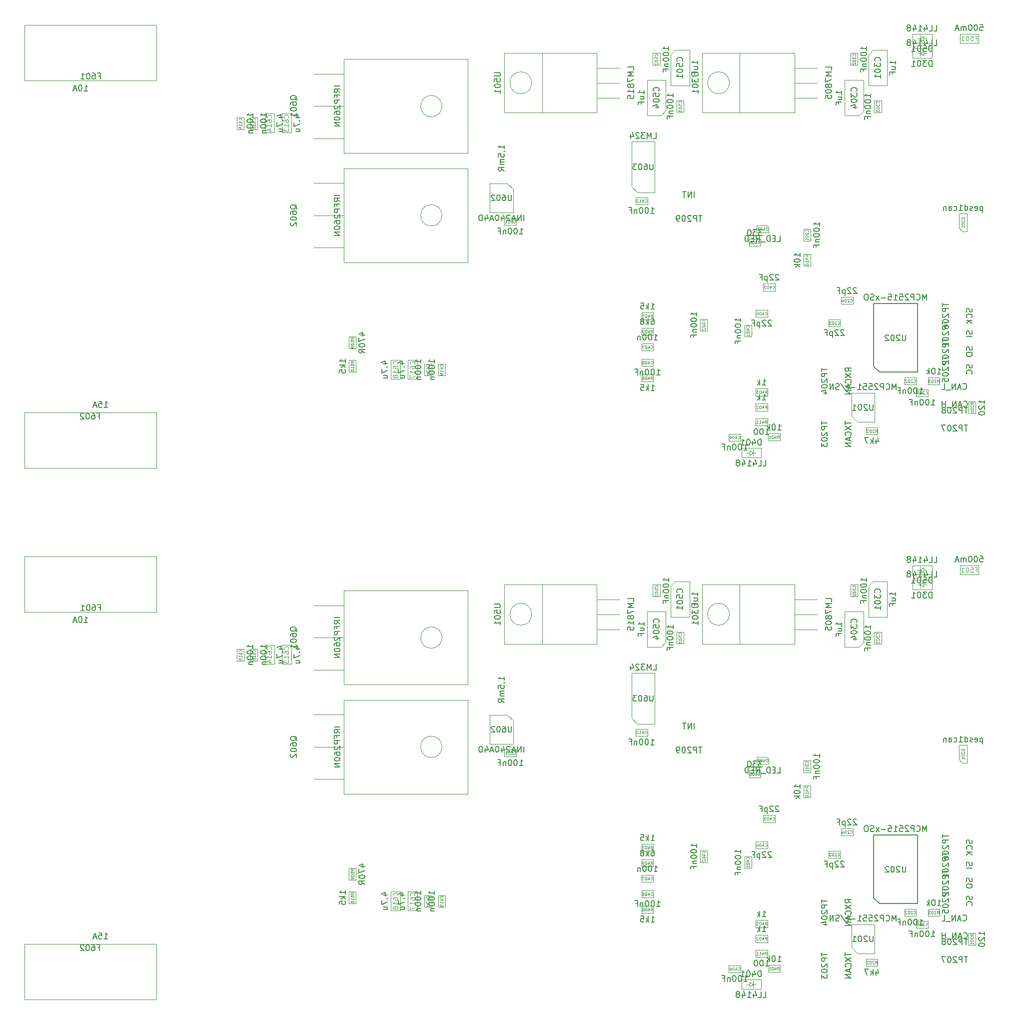
<source format=gbr>
G04 #@! TF.GenerationSoftware,KiCad,Pcbnew,5.1.4*
G04 #@! TF.CreationDate,2019-10-29T22:35:46-03:00*
G04 #@! TF.ProjectId,MCB19_panel,4d434231-395f-4706-916e-656c2e6b6963,rev?*
G04 #@! TF.SameCoordinates,Original*
G04 #@! TF.FileFunction,Other,Fab,Bot*
%FSLAX46Y46*%
G04 Gerber Fmt 4.6, Leading zero omitted, Abs format (unit mm)*
G04 Created by KiCad (PCBNEW 5.1.4) date 2019-10-29 22:35:46*
%MOMM*%
%LPD*%
G04 APERTURE LIST*
%ADD10C,0.100000*%
%ADD11C,0.150000*%
%ADD12C,0.080000*%
%ADD13C,0.120000*%
%ADD14C,0.075000*%
G04 APERTURE END LIST*
D10*
X169105000Y-162760000D02*
X169105000Y-163960000D01*
X169105000Y-163960000D02*
X171105000Y-163960000D01*
X171105000Y-163960000D02*
X171105000Y-162760000D01*
X171105000Y-162760000D02*
X169105000Y-162760000D01*
X109740000Y-129100000D02*
X108140000Y-129100000D01*
X108140000Y-129100000D02*
X108140000Y-132300000D01*
X108140000Y-132300000D02*
X109740000Y-132300000D01*
X109740000Y-132300000D02*
X109740000Y-129100000D01*
X146355000Y-140910000D02*
X143430000Y-140910000D01*
X143430000Y-140910000D02*
X143430000Y-145810000D01*
X143430000Y-145810000D02*
X147330000Y-145810000D01*
X147330000Y-145810000D02*
X147330000Y-141885000D01*
X147330000Y-141885000D02*
X146355000Y-140910000D01*
X169105000Y-168010000D02*
X169105000Y-169210000D01*
X169105000Y-169210000D02*
X171105000Y-169210000D01*
X171105000Y-169210000D02*
X171105000Y-168010000D01*
X171105000Y-168010000D02*
X169105000Y-168010000D01*
X106870000Y-129100000D02*
X105270000Y-129100000D01*
X105270000Y-129100000D02*
X105270000Y-132300000D01*
X105270000Y-132300000D02*
X106870000Y-132300000D01*
X106870000Y-132300000D02*
X106870000Y-129100000D01*
X64540000Y-189060000D02*
X64540000Y-179660000D01*
X64540000Y-179660000D02*
X86940000Y-179660000D01*
X86940000Y-179660000D02*
X86940000Y-189060000D01*
X86940000Y-189060000D02*
X64540000Y-189060000D01*
X101740000Y-129750000D02*
X100540000Y-129750000D01*
X100540000Y-129750000D02*
X100540000Y-131750000D01*
X100540000Y-131750000D02*
X101740000Y-131750000D01*
X101740000Y-131750000D02*
X101740000Y-129750000D01*
X190456000Y-175664000D02*
X188456000Y-175664000D01*
X190456000Y-176864000D02*
X190456000Y-175664000D01*
X188456000Y-176864000D02*
X190456000Y-176864000D01*
X188456000Y-175664000D02*
X188456000Y-176864000D01*
X190456000Y-178204000D02*
X188456000Y-178204000D01*
X190456000Y-179404000D02*
X190456000Y-178204000D01*
X188456000Y-179404000D02*
X190456000Y-179404000D01*
X188456000Y-178204000D02*
X188456000Y-179404000D01*
X192550000Y-183260000D02*
X190550000Y-183260000D01*
X192550000Y-184460000D02*
X192550000Y-183260000D01*
X190550000Y-184460000D02*
X192550000Y-184460000D01*
X190550000Y-183260000D02*
X190550000Y-184460000D01*
X225730000Y-179860000D02*
X225730000Y-177860000D01*
X224530000Y-179860000D02*
X225730000Y-179860000D01*
X224530000Y-177860000D02*
X224530000Y-179860000D01*
X225730000Y-177860000D02*
X224530000Y-177860000D01*
X207130000Y-183460000D02*
X209130000Y-183460000D01*
X207130000Y-182260000D02*
X207130000Y-183460000D01*
X209130000Y-182260000D02*
X207130000Y-182260000D01*
X209130000Y-183460000D02*
X209130000Y-182260000D01*
X219630000Y-173760000D02*
X217630000Y-173760000D01*
X219630000Y-174960000D02*
X219630000Y-173760000D01*
X217630000Y-174960000D02*
X219630000Y-174960000D01*
X217630000Y-173760000D02*
X217630000Y-174960000D01*
X204680000Y-180310000D02*
X205680000Y-181310000D01*
X204680000Y-176410000D02*
X204680000Y-180310000D01*
X208580000Y-176410000D02*
X204680000Y-176410000D01*
X208580000Y-181310000D02*
X208580000Y-176410000D01*
X205680000Y-181310000D02*
X208580000Y-181310000D01*
X215880000Y-116360000D02*
X216280000Y-116360000D01*
X216280000Y-116360000D02*
X216280000Y-116910000D01*
X216280000Y-116360000D02*
X216280000Y-115810000D01*
X216280000Y-116360000D02*
X216880000Y-116760000D01*
X216880000Y-116760000D02*
X216880000Y-115960000D01*
X216880000Y-115960000D02*
X216280000Y-116360000D01*
X216880000Y-116360000D02*
X217380000Y-116360000D01*
X214980000Y-117160000D02*
X218280000Y-117160000D01*
X214980000Y-115560000D02*
X214980000Y-117160000D01*
X218280000Y-115560000D02*
X214980000Y-115560000D01*
X218280000Y-117160000D02*
X218280000Y-115560000D01*
X188430000Y-186510000D02*
X188030000Y-186510000D01*
X188030000Y-186510000D02*
X188030000Y-185960000D01*
X188030000Y-186510000D02*
X188030000Y-187060000D01*
X188030000Y-186510000D02*
X187430000Y-186110000D01*
X187430000Y-186110000D02*
X187430000Y-186910000D01*
X187430000Y-186910000D02*
X188030000Y-186510000D01*
X187430000Y-186510000D02*
X186930000Y-186510000D01*
X189330000Y-185710000D02*
X186030000Y-185710000D01*
X189330000Y-187310000D02*
X189330000Y-185710000D01*
X186030000Y-187310000D02*
X189330000Y-187310000D01*
X186030000Y-185710000D02*
X186030000Y-187310000D01*
X175030000Y-126835000D02*
X175030000Y-128835000D01*
X176230000Y-126835000D02*
X175030000Y-126835000D01*
X176230000Y-128835000D02*
X176230000Y-126835000D01*
X175030000Y-128835000D02*
X176230000Y-128835000D01*
X172230000Y-120860000D02*
X172230000Y-118860000D01*
X171030000Y-120860000D02*
X172230000Y-120860000D01*
X171030000Y-118860000D02*
X171030000Y-120860000D01*
X172230000Y-118860000D02*
X171030000Y-118860000D01*
X183880000Y-184510000D02*
X185880000Y-184510000D01*
X183880000Y-183310000D02*
X183880000Y-184510000D01*
X185880000Y-183310000D02*
X183880000Y-183310000D01*
X185880000Y-184510000D02*
X185880000Y-183310000D01*
X188456000Y-163529000D02*
X190456000Y-163529000D01*
X188456000Y-162329000D02*
X188456000Y-163529000D01*
X190456000Y-162329000D02*
X188456000Y-162329000D01*
X190456000Y-163529000D02*
X190456000Y-162329000D01*
X191726000Y-157884000D02*
X189726000Y-157884000D01*
X191726000Y-159084000D02*
X191726000Y-157884000D01*
X189726000Y-159084000D02*
X191726000Y-159084000D01*
X189726000Y-157884000D02*
X189726000Y-159084000D01*
X179030000Y-163860000D02*
X179030000Y-165860000D01*
X180230000Y-163860000D02*
X179030000Y-163860000D01*
X180230000Y-165860000D02*
X180230000Y-163860000D01*
X179030000Y-165860000D02*
X180230000Y-165860000D01*
X186530000Y-164860000D02*
X186530000Y-166860000D01*
X187730000Y-164860000D02*
X186530000Y-164860000D01*
X187730000Y-166860000D02*
X187730000Y-164860000D01*
X186530000Y-166860000D02*
X187730000Y-166860000D01*
X215630000Y-176960000D02*
X217630000Y-176960000D01*
X215630000Y-175760000D02*
X215630000Y-176960000D01*
X217630000Y-175760000D02*
X215630000Y-175760000D01*
X217630000Y-176960000D02*
X217630000Y-175760000D01*
X204904000Y-160126000D02*
X202904000Y-160126000D01*
X204904000Y-161326000D02*
X204904000Y-160126000D01*
X202904000Y-161326000D02*
X204904000Y-161326000D01*
X202904000Y-160126000D02*
X202904000Y-161326000D01*
X200754000Y-165136000D02*
X202754000Y-165136000D01*
X200754000Y-163936000D02*
X200754000Y-165136000D01*
X202754000Y-163936000D02*
X200754000Y-163936000D01*
X202754000Y-165136000D02*
X202754000Y-163936000D01*
X213630000Y-174960000D02*
X215630000Y-174960000D01*
X213630000Y-173760000D02*
X213630000Y-174960000D01*
X215630000Y-173760000D02*
X213630000Y-173760000D01*
X215630000Y-174960000D02*
X215630000Y-173760000D01*
X197730000Y-150625000D02*
X197730000Y-148625000D01*
X196530000Y-150625000D02*
X197730000Y-150625000D01*
X196530000Y-148625000D02*
X196530000Y-150625000D01*
X197730000Y-148625000D02*
X196530000Y-148625000D01*
X226230000Y-115560000D02*
X223030000Y-115560000D01*
X226230000Y-117160000D02*
X226230000Y-115560000D01*
X223030000Y-117160000D02*
X226230000Y-117160000D01*
X223030000Y-115560000D02*
X223030000Y-117160000D01*
X222880000Y-148460000D02*
X222880000Y-146010000D01*
X223430000Y-149030000D02*
X224280000Y-149030000D01*
X222880000Y-148460000D02*
X223430000Y-149030000D01*
X224280000Y-149030000D02*
X224280000Y-145990000D01*
X222880000Y-145990000D02*
X224280000Y-145990000D01*
X150504000Y-123860000D02*
G75*
G03X150504000Y-123860000I-1850000J0D01*
G01*
X152254000Y-118860000D02*
X145854000Y-118860000D01*
X145854000Y-118860000D02*
X145854000Y-128860000D01*
X145854000Y-128860000D02*
X152254000Y-128860000D01*
X152254000Y-128860000D02*
X152254000Y-118860000D01*
X161504000Y-118860000D02*
X152254000Y-118860000D01*
X152254000Y-118860000D02*
X152254000Y-128860000D01*
X152254000Y-128860000D02*
X161504000Y-128860000D01*
X161504000Y-128860000D02*
X161504000Y-118860000D01*
X161504000Y-121320000D02*
X165314000Y-121320000D01*
X161504000Y-123860000D02*
X165314000Y-123860000D01*
X161504000Y-126400000D02*
X165314000Y-126400000D01*
X173230000Y-123360000D02*
X173230000Y-128560000D01*
X173230000Y-128560000D02*
X172430000Y-129360000D01*
X172430000Y-129360000D02*
X170030000Y-129360000D01*
X170030000Y-129360000D02*
X170030000Y-123360000D01*
X170030000Y-123360000D02*
X173230000Y-123360000D01*
X177230000Y-124310000D02*
X174030000Y-124310000D01*
X177230000Y-118310000D02*
X177230000Y-124310000D01*
X174830000Y-118310000D02*
X177230000Y-118310000D01*
X174030000Y-119110000D02*
X174830000Y-118310000D01*
X174030000Y-124310000D02*
X174030000Y-119110000D01*
X189305000Y-150310000D02*
X187305000Y-150310000D01*
X189305000Y-151510000D02*
X189305000Y-150310000D01*
X187305000Y-151510000D02*
X189305000Y-151510000D01*
X187305000Y-150310000D02*
X187305000Y-151510000D01*
X188630000Y-149210000D02*
X188630000Y-148010000D01*
X190630000Y-149210000D02*
X188630000Y-149210000D01*
X190630000Y-148310000D02*
X190630000Y-149210000D01*
X190330000Y-148010000D02*
X190630000Y-148310000D01*
X188630000Y-148010000D02*
X190330000Y-148010000D01*
X196530000Y-152885000D02*
X196530000Y-154885000D01*
X197730000Y-152885000D02*
X196530000Y-152885000D01*
X197730000Y-154885000D02*
X197730000Y-152885000D01*
X196530000Y-154885000D02*
X197730000Y-154885000D01*
X195004000Y-126400000D02*
X198814000Y-126400000D01*
X195004000Y-123860000D02*
X198814000Y-123860000D01*
X195004000Y-121320000D02*
X198814000Y-121320000D01*
X195004000Y-128860000D02*
X195004000Y-118860000D01*
X185754000Y-128860000D02*
X195004000Y-128860000D01*
X185754000Y-118860000D02*
X185754000Y-128860000D01*
X195004000Y-118860000D02*
X185754000Y-118860000D01*
X185754000Y-128860000D02*
X185754000Y-118860000D01*
X179354000Y-128860000D02*
X185754000Y-128860000D01*
X179354000Y-118860000D02*
X179354000Y-128860000D01*
X185754000Y-118860000D02*
X179354000Y-118860000D01*
X184004000Y-123860000D02*
G75*
G03X184004000Y-123860000I-1850000J0D01*
G01*
X215880000Y-118860000D02*
X216280000Y-118860000D01*
X216280000Y-118860000D02*
X216280000Y-119410000D01*
X216280000Y-118860000D02*
X216280000Y-118310000D01*
X216280000Y-118860000D02*
X216880000Y-119260000D01*
X216880000Y-119260000D02*
X216880000Y-118460000D01*
X216880000Y-118460000D02*
X216280000Y-118860000D01*
X216880000Y-118860000D02*
X217380000Y-118860000D01*
X214980000Y-119660000D02*
X218280000Y-119660000D01*
X214980000Y-118060000D02*
X214980000Y-119660000D01*
X218280000Y-118060000D02*
X214980000Y-118060000D01*
X218280000Y-119660000D02*
X218280000Y-118060000D01*
X210730000Y-124310000D02*
X207530000Y-124310000D01*
X210730000Y-118310000D02*
X210730000Y-124310000D01*
X208330000Y-118310000D02*
X210730000Y-118310000D01*
X207530000Y-119110000D02*
X208330000Y-118310000D01*
X207530000Y-124310000D02*
X207530000Y-119110000D01*
X206730000Y-123410000D02*
X206730000Y-128610000D01*
X206730000Y-128610000D02*
X205930000Y-129410000D01*
X205930000Y-129410000D02*
X203530000Y-129410000D01*
X203530000Y-129410000D02*
X203530000Y-123410000D01*
X203530000Y-123410000D02*
X206730000Y-123410000D01*
X205730000Y-120860000D02*
X205730000Y-118860000D01*
X204530000Y-120860000D02*
X205730000Y-120860000D01*
X204530000Y-118860000D02*
X204530000Y-120860000D01*
X205730000Y-118860000D02*
X204530000Y-118860000D01*
X208530000Y-128885000D02*
X209730000Y-128885000D01*
X209730000Y-128885000D02*
X209730000Y-126885000D01*
X209730000Y-126885000D02*
X208530000Y-126885000D01*
X208530000Y-126885000D02*
X208530000Y-128885000D01*
X171105000Y-171835000D02*
X171105000Y-170635000D01*
X171105000Y-170635000D02*
X169105000Y-170635000D01*
X169105000Y-170635000D02*
X169105000Y-171835000D01*
X169105000Y-171835000D02*
X171105000Y-171835000D01*
X118710000Y-133260000D02*
X113630000Y-133260000D01*
X118710000Y-127810000D02*
X113630000Y-127810000D01*
X118710000Y-122360000D02*
X113630000Y-122360000D01*
X118710000Y-135760000D02*
X118710000Y-119860000D01*
X139660000Y-135760000D02*
X118710000Y-135760000D01*
X139660000Y-119860000D02*
X139660000Y-135760000D01*
X118710000Y-119860000D02*
X139660000Y-119860000D01*
X135295000Y-127810000D02*
G75*
G03X135295000Y-127810000I-1805000J0D01*
G01*
X119530000Y-172835000D02*
X120730000Y-172835000D01*
X120730000Y-172835000D02*
X120730000Y-170835000D01*
X120730000Y-170835000D02*
X119530000Y-170835000D01*
X119530000Y-170835000D02*
X119530000Y-172835000D01*
X188430000Y-181910000D02*
X190430000Y-181910000D01*
X188430000Y-180710000D02*
X188430000Y-181910000D01*
X190430000Y-180710000D02*
X188430000Y-180710000D01*
X190430000Y-181910000D02*
X190430000Y-180710000D01*
X168405000Y-142435000D02*
X171330000Y-142435000D01*
X171330000Y-142435000D02*
X171330000Y-133785000D01*
X171330000Y-133785000D02*
X167430000Y-133785000D01*
X167430000Y-133785000D02*
X167430000Y-141460000D01*
X167430000Y-141460000D02*
X168405000Y-142435000D01*
D11*
X208409000Y-171876000D02*
X209409000Y-172876000D01*
X208409000Y-161276000D02*
X208409000Y-171876000D01*
X215909000Y-161276000D02*
X208409000Y-161276000D01*
X215909000Y-172876000D02*
X215909000Y-161276000D01*
X209409000Y-172876000D02*
X215909000Y-172876000D01*
D10*
X171105000Y-174460000D02*
X171105000Y-173260000D01*
X171105000Y-173260000D02*
X169105000Y-173260000D01*
X169105000Y-173260000D02*
X169105000Y-174460000D01*
X169105000Y-174460000D02*
X171105000Y-174460000D01*
X169105000Y-165385000D02*
X169105000Y-166585000D01*
X169105000Y-166585000D02*
X171105000Y-166585000D01*
X171105000Y-166585000D02*
X171105000Y-165385000D01*
X171105000Y-165385000D02*
X169105000Y-165385000D01*
X118710000Y-151760000D02*
X113630000Y-151760000D01*
X118710000Y-146310000D02*
X113630000Y-146310000D01*
X118710000Y-140860000D02*
X113630000Y-140860000D01*
X118710000Y-154260000D02*
X118710000Y-138360000D01*
X139660000Y-154260000D02*
X118710000Y-154260000D01*
X139660000Y-138360000D02*
X139660000Y-154260000D01*
X118710000Y-138360000D02*
X139660000Y-138360000D01*
X135295000Y-146310000D02*
G75*
G03X135295000Y-146310000I-1805000J0D01*
G01*
X147880000Y-147960000D02*
X147880000Y-146760000D01*
X147880000Y-146760000D02*
X145880000Y-146760000D01*
X145880000Y-146760000D02*
X145880000Y-147960000D01*
X145880000Y-147960000D02*
X147880000Y-147960000D01*
X120730000Y-166860000D02*
X119530000Y-166860000D01*
X119530000Y-166860000D02*
X119530000Y-168860000D01*
X119530000Y-168860000D02*
X120730000Y-168860000D01*
X120730000Y-168860000D02*
X120730000Y-166860000D01*
X170105000Y-144460000D02*
X170105000Y-143260000D01*
X170105000Y-143260000D02*
X168105000Y-143260000D01*
X168105000Y-143260000D02*
X168105000Y-144460000D01*
X168105000Y-144460000D02*
X170105000Y-144460000D01*
X86940000Y-114070000D02*
X86940000Y-123470000D01*
X86940000Y-123470000D02*
X64540000Y-123470000D01*
X64540000Y-123470000D02*
X64540000Y-114070000D01*
X64540000Y-114070000D02*
X86940000Y-114070000D01*
X132334999Y-173440000D02*
X133534999Y-173440000D01*
X133534999Y-173440000D02*
X133534999Y-171440000D01*
X133534999Y-171440000D02*
X132334999Y-171440000D01*
X132334999Y-171440000D02*
X132334999Y-173440000D01*
X134630000Y-173440000D02*
X135830000Y-173440000D01*
X135830000Y-173440000D02*
X135830000Y-171440000D01*
X135830000Y-171440000D02*
X134630000Y-171440000D01*
X134630000Y-171440000D02*
X134630000Y-173440000D01*
X126630000Y-174010000D02*
X128230000Y-174010000D01*
X128230000Y-174010000D02*
X128230000Y-170810000D01*
X128230000Y-170810000D02*
X126630000Y-170810000D01*
X126630000Y-170810000D02*
X126630000Y-174010000D01*
X129500000Y-174010000D02*
X131100000Y-174010000D01*
X131100000Y-174010000D02*
X131100000Y-170810000D01*
X131100000Y-170810000D02*
X129500000Y-170810000D01*
X129500000Y-170810000D02*
X129500000Y-174010000D01*
X104035001Y-129750000D02*
X102835001Y-129750000D01*
X102835001Y-129750000D02*
X102835001Y-131750000D01*
X102835001Y-131750000D02*
X104035001Y-131750000D01*
X104035001Y-131750000D02*
X104035001Y-129750000D01*
X86940000Y-99060000D02*
X64540000Y-99060000D01*
X86940000Y-89660000D02*
X86940000Y-99060000D01*
X64540000Y-89660000D02*
X86940000Y-89660000D01*
X64540000Y-99060000D02*
X64540000Y-89660000D01*
X64540000Y-24070000D02*
X86940000Y-24070000D01*
X64540000Y-33470000D02*
X64540000Y-24070000D01*
X86940000Y-33470000D02*
X64540000Y-33470000D01*
X86940000Y-24070000D02*
X86940000Y-33470000D01*
X132334999Y-81440000D02*
X132334999Y-83440000D01*
X133534999Y-81440000D02*
X132334999Y-81440000D01*
X133534999Y-83440000D02*
X133534999Y-81440000D01*
X132334999Y-83440000D02*
X133534999Y-83440000D01*
X134630000Y-81440000D02*
X134630000Y-83440000D01*
X135830000Y-81440000D02*
X134630000Y-81440000D01*
X135830000Y-83440000D02*
X135830000Y-81440000D01*
X134630000Y-83440000D02*
X135830000Y-83440000D01*
X126630000Y-80810000D02*
X126630000Y-84010000D01*
X128230000Y-80810000D02*
X126630000Y-80810000D01*
X128230000Y-84010000D02*
X128230000Y-80810000D01*
X126630000Y-84010000D02*
X128230000Y-84010000D01*
X129500000Y-80810000D02*
X129500000Y-84010000D01*
X131100000Y-80810000D02*
X129500000Y-80810000D01*
X131100000Y-84010000D02*
X131100000Y-80810000D01*
X129500000Y-84010000D02*
X131100000Y-84010000D01*
X104035001Y-41750000D02*
X104035001Y-39750000D01*
X102835001Y-41750000D02*
X104035001Y-41750000D01*
X102835001Y-39750000D02*
X102835001Y-41750000D01*
X104035001Y-39750000D02*
X102835001Y-39750000D01*
X101740000Y-41750000D02*
X101740000Y-39750000D01*
X100540000Y-41750000D02*
X101740000Y-41750000D01*
X100540000Y-39750000D02*
X100540000Y-41750000D01*
X101740000Y-39750000D02*
X100540000Y-39750000D01*
X106870000Y-42300000D02*
X106870000Y-39100000D01*
X105270000Y-42300000D02*
X106870000Y-42300000D01*
X105270000Y-39100000D02*
X105270000Y-42300000D01*
X106870000Y-39100000D02*
X105270000Y-39100000D01*
X109740000Y-42300000D02*
X109740000Y-39100000D01*
X108140000Y-42300000D02*
X109740000Y-42300000D01*
X108140000Y-39100000D02*
X108140000Y-42300000D01*
X109740000Y-39100000D02*
X108140000Y-39100000D01*
X147330000Y-51885000D02*
X146355000Y-50910000D01*
X147330000Y-55810000D02*
X147330000Y-51885000D01*
X143430000Y-55810000D02*
X147330000Y-55810000D01*
X143430000Y-50910000D02*
X143430000Y-55810000D01*
X146355000Y-50910000D02*
X143430000Y-50910000D01*
D11*
X209409000Y-82876000D02*
X215909000Y-82876000D01*
X215909000Y-82876000D02*
X215909000Y-71276000D01*
X215909000Y-71276000D02*
X208409000Y-71276000D01*
X208409000Y-71276000D02*
X208409000Y-81876000D01*
X208409000Y-81876000D02*
X209409000Y-82876000D01*
D10*
X171105000Y-78010000D02*
X169105000Y-78010000D01*
X171105000Y-79210000D02*
X171105000Y-78010000D01*
X169105000Y-79210000D02*
X171105000Y-79210000D01*
X169105000Y-78010000D02*
X169105000Y-79210000D01*
X168105000Y-54460000D02*
X170105000Y-54460000D01*
X168105000Y-53260000D02*
X168105000Y-54460000D01*
X170105000Y-53260000D02*
X168105000Y-53260000D01*
X170105000Y-54460000D02*
X170105000Y-53260000D01*
X145880000Y-57960000D02*
X147880000Y-57960000D01*
X145880000Y-56760000D02*
X145880000Y-57960000D01*
X147880000Y-56760000D02*
X145880000Y-56760000D01*
X147880000Y-57960000D02*
X147880000Y-56760000D01*
X135295000Y-37810000D02*
G75*
G03X135295000Y-37810000I-1805000J0D01*
G01*
X118710000Y-29860000D02*
X139660000Y-29860000D01*
X139660000Y-29860000D02*
X139660000Y-45760000D01*
X139660000Y-45760000D02*
X118710000Y-45760000D01*
X118710000Y-45760000D02*
X118710000Y-29860000D01*
X118710000Y-32360000D02*
X113630000Y-32360000D01*
X118710000Y-37810000D02*
X113630000Y-37810000D01*
X118710000Y-43260000D02*
X113630000Y-43260000D01*
X135295000Y-56310000D02*
G75*
G03X135295000Y-56310000I-1805000J0D01*
G01*
X118710000Y-48360000D02*
X139660000Y-48360000D01*
X139660000Y-48360000D02*
X139660000Y-64260000D01*
X139660000Y-64260000D02*
X118710000Y-64260000D01*
X118710000Y-64260000D02*
X118710000Y-48360000D01*
X118710000Y-50860000D02*
X113630000Y-50860000D01*
X118710000Y-56310000D02*
X113630000Y-56310000D01*
X118710000Y-61760000D02*
X113630000Y-61760000D01*
X167430000Y-51460000D02*
X168405000Y-52435000D01*
X167430000Y-43785000D02*
X167430000Y-51460000D01*
X171330000Y-43785000D02*
X167430000Y-43785000D01*
X171330000Y-52435000D02*
X171330000Y-43785000D01*
X168405000Y-52435000D02*
X171330000Y-52435000D01*
X119530000Y-80835000D02*
X119530000Y-82835000D01*
X120730000Y-80835000D02*
X119530000Y-80835000D01*
X120730000Y-82835000D02*
X120730000Y-80835000D01*
X119530000Y-82835000D02*
X120730000Y-82835000D01*
X120730000Y-78860000D02*
X120730000Y-76860000D01*
X119530000Y-78860000D02*
X120730000Y-78860000D01*
X119530000Y-76860000D02*
X119530000Y-78860000D01*
X120730000Y-76860000D02*
X119530000Y-76860000D01*
X171105000Y-75385000D02*
X169105000Y-75385000D01*
X171105000Y-76585000D02*
X171105000Y-75385000D01*
X169105000Y-76585000D02*
X171105000Y-76585000D01*
X169105000Y-75385000D02*
X169105000Y-76585000D01*
X169105000Y-84460000D02*
X171105000Y-84460000D01*
X169105000Y-83260000D02*
X169105000Y-84460000D01*
X171105000Y-83260000D02*
X169105000Y-83260000D01*
X171105000Y-84460000D02*
X171105000Y-83260000D01*
X171105000Y-72760000D02*
X169105000Y-72760000D01*
X171105000Y-73960000D02*
X171105000Y-72760000D01*
X169105000Y-73960000D02*
X171105000Y-73960000D01*
X169105000Y-72760000D02*
X169105000Y-73960000D01*
X169105000Y-81835000D02*
X171105000Y-81835000D01*
X169105000Y-80635000D02*
X169105000Y-81835000D01*
X171105000Y-80635000D02*
X169105000Y-80635000D01*
X171105000Y-81835000D02*
X171105000Y-80635000D01*
X208530000Y-36885000D02*
X208530000Y-38885000D01*
X209730000Y-36885000D02*
X208530000Y-36885000D01*
X209730000Y-38885000D02*
X209730000Y-36885000D01*
X208530000Y-38885000D02*
X209730000Y-38885000D01*
X205730000Y-28860000D02*
X204530000Y-28860000D01*
X204530000Y-28860000D02*
X204530000Y-30860000D01*
X204530000Y-30860000D02*
X205730000Y-30860000D01*
X205730000Y-30860000D02*
X205730000Y-28860000D01*
X203530000Y-33410000D02*
X206730000Y-33410000D01*
X203530000Y-39410000D02*
X203530000Y-33410000D01*
X205930000Y-39410000D02*
X203530000Y-39410000D01*
X206730000Y-38610000D02*
X205930000Y-39410000D01*
X206730000Y-33410000D02*
X206730000Y-38610000D01*
X207530000Y-34310000D02*
X207530000Y-29110000D01*
X207530000Y-29110000D02*
X208330000Y-28310000D01*
X208330000Y-28310000D02*
X210730000Y-28310000D01*
X210730000Y-28310000D02*
X210730000Y-34310000D01*
X210730000Y-34310000D02*
X207530000Y-34310000D01*
X218280000Y-29660000D02*
X218280000Y-28060000D01*
X218280000Y-28060000D02*
X214980000Y-28060000D01*
X214980000Y-28060000D02*
X214980000Y-29660000D01*
X214980000Y-29660000D02*
X218280000Y-29660000D01*
X216880000Y-28860000D02*
X217380000Y-28860000D01*
X216880000Y-28460000D02*
X216280000Y-28860000D01*
X216880000Y-29260000D02*
X216880000Y-28460000D01*
X216280000Y-28860000D02*
X216880000Y-29260000D01*
X216280000Y-28860000D02*
X216280000Y-28310000D01*
X216280000Y-28860000D02*
X216280000Y-29410000D01*
X215880000Y-28860000D02*
X216280000Y-28860000D01*
X184004000Y-33860000D02*
G75*
G03X184004000Y-33860000I-1850000J0D01*
G01*
X185754000Y-28860000D02*
X179354000Y-28860000D01*
X179354000Y-28860000D02*
X179354000Y-38860000D01*
X179354000Y-38860000D02*
X185754000Y-38860000D01*
X185754000Y-38860000D02*
X185754000Y-28860000D01*
X195004000Y-28860000D02*
X185754000Y-28860000D01*
X185754000Y-28860000D02*
X185754000Y-38860000D01*
X185754000Y-38860000D02*
X195004000Y-38860000D01*
X195004000Y-38860000D02*
X195004000Y-28860000D01*
X195004000Y-31320000D02*
X198814000Y-31320000D01*
X195004000Y-33860000D02*
X198814000Y-33860000D01*
X195004000Y-36400000D02*
X198814000Y-36400000D01*
X190430000Y-91910000D02*
X190430000Y-90710000D01*
X190430000Y-90710000D02*
X188430000Y-90710000D01*
X188430000Y-90710000D02*
X188430000Y-91910000D01*
X188430000Y-91910000D02*
X190430000Y-91910000D01*
X196530000Y-64885000D02*
X197730000Y-64885000D01*
X197730000Y-64885000D02*
X197730000Y-62885000D01*
X197730000Y-62885000D02*
X196530000Y-62885000D01*
X196530000Y-62885000D02*
X196530000Y-64885000D01*
X188630000Y-58010000D02*
X190330000Y-58010000D01*
X190330000Y-58010000D02*
X190630000Y-58310000D01*
X190630000Y-58310000D02*
X190630000Y-59210000D01*
X190630000Y-59210000D02*
X188630000Y-59210000D01*
X188630000Y-59210000D02*
X188630000Y-58010000D01*
X187305000Y-60310000D02*
X187305000Y-61510000D01*
X187305000Y-61510000D02*
X189305000Y-61510000D01*
X189305000Y-61510000D02*
X189305000Y-60310000D01*
X189305000Y-60310000D02*
X187305000Y-60310000D01*
X174030000Y-34310000D02*
X174030000Y-29110000D01*
X174030000Y-29110000D02*
X174830000Y-28310000D01*
X174830000Y-28310000D02*
X177230000Y-28310000D01*
X177230000Y-28310000D02*
X177230000Y-34310000D01*
X177230000Y-34310000D02*
X174030000Y-34310000D01*
X170030000Y-33360000D02*
X173230000Y-33360000D01*
X170030000Y-39360000D02*
X170030000Y-33360000D01*
X172430000Y-39360000D02*
X170030000Y-39360000D01*
X173230000Y-38560000D02*
X172430000Y-39360000D01*
X173230000Y-33360000D02*
X173230000Y-38560000D01*
X161504000Y-36400000D02*
X165314000Y-36400000D01*
X161504000Y-33860000D02*
X165314000Y-33860000D01*
X161504000Y-31320000D02*
X165314000Y-31320000D01*
X161504000Y-38860000D02*
X161504000Y-28860000D01*
X152254000Y-38860000D02*
X161504000Y-38860000D01*
X152254000Y-28860000D02*
X152254000Y-38860000D01*
X161504000Y-28860000D02*
X152254000Y-28860000D01*
X152254000Y-38860000D02*
X152254000Y-28860000D01*
X145854000Y-38860000D02*
X152254000Y-38860000D01*
X145854000Y-28860000D02*
X145854000Y-38860000D01*
X152254000Y-28860000D02*
X145854000Y-28860000D01*
X150504000Y-33860000D02*
G75*
G03X150504000Y-33860000I-1850000J0D01*
G01*
X222880000Y-55990000D02*
X224280000Y-55990000D01*
X224280000Y-59030000D02*
X224280000Y-55990000D01*
X222880000Y-58460000D02*
X223430000Y-59030000D01*
X223430000Y-59030000D02*
X224280000Y-59030000D01*
X222880000Y-58460000D02*
X222880000Y-56010000D01*
X223030000Y-25560000D02*
X223030000Y-27160000D01*
X223030000Y-27160000D02*
X226230000Y-27160000D01*
X226230000Y-27160000D02*
X226230000Y-25560000D01*
X226230000Y-25560000D02*
X223030000Y-25560000D01*
X197730000Y-58625000D02*
X196530000Y-58625000D01*
X196530000Y-58625000D02*
X196530000Y-60625000D01*
X196530000Y-60625000D02*
X197730000Y-60625000D01*
X197730000Y-60625000D02*
X197730000Y-58625000D01*
X215630000Y-84960000D02*
X215630000Y-83760000D01*
X215630000Y-83760000D02*
X213630000Y-83760000D01*
X213630000Y-83760000D02*
X213630000Y-84960000D01*
X213630000Y-84960000D02*
X215630000Y-84960000D01*
X202754000Y-75136000D02*
X202754000Y-73936000D01*
X202754000Y-73936000D02*
X200754000Y-73936000D01*
X200754000Y-73936000D02*
X200754000Y-75136000D01*
X200754000Y-75136000D02*
X202754000Y-75136000D01*
X202904000Y-70126000D02*
X202904000Y-71326000D01*
X202904000Y-71326000D02*
X204904000Y-71326000D01*
X204904000Y-71326000D02*
X204904000Y-70126000D01*
X204904000Y-70126000D02*
X202904000Y-70126000D01*
X217630000Y-86960000D02*
X217630000Y-85760000D01*
X217630000Y-85760000D02*
X215630000Y-85760000D01*
X215630000Y-85760000D02*
X215630000Y-86960000D01*
X215630000Y-86960000D02*
X217630000Y-86960000D01*
X186530000Y-76860000D02*
X187730000Y-76860000D01*
X187730000Y-76860000D02*
X187730000Y-74860000D01*
X187730000Y-74860000D02*
X186530000Y-74860000D01*
X186530000Y-74860000D02*
X186530000Y-76860000D01*
X179030000Y-75860000D02*
X180230000Y-75860000D01*
X180230000Y-75860000D02*
X180230000Y-73860000D01*
X180230000Y-73860000D02*
X179030000Y-73860000D01*
X179030000Y-73860000D02*
X179030000Y-75860000D01*
X189726000Y-67884000D02*
X189726000Y-69084000D01*
X189726000Y-69084000D02*
X191726000Y-69084000D01*
X191726000Y-69084000D02*
X191726000Y-67884000D01*
X191726000Y-67884000D02*
X189726000Y-67884000D01*
X190456000Y-73529000D02*
X190456000Y-72329000D01*
X190456000Y-72329000D02*
X188456000Y-72329000D01*
X188456000Y-72329000D02*
X188456000Y-73529000D01*
X188456000Y-73529000D02*
X190456000Y-73529000D01*
X185880000Y-94510000D02*
X185880000Y-93310000D01*
X185880000Y-93310000D02*
X183880000Y-93310000D01*
X183880000Y-93310000D02*
X183880000Y-94510000D01*
X183880000Y-94510000D02*
X185880000Y-94510000D01*
X172230000Y-28860000D02*
X171030000Y-28860000D01*
X171030000Y-28860000D02*
X171030000Y-30860000D01*
X171030000Y-30860000D02*
X172230000Y-30860000D01*
X172230000Y-30860000D02*
X172230000Y-28860000D01*
X175030000Y-38835000D02*
X176230000Y-38835000D01*
X176230000Y-38835000D02*
X176230000Y-36835000D01*
X176230000Y-36835000D02*
X175030000Y-36835000D01*
X175030000Y-36835000D02*
X175030000Y-38835000D01*
X186030000Y-95710000D02*
X186030000Y-97310000D01*
X186030000Y-97310000D02*
X189330000Y-97310000D01*
X189330000Y-97310000D02*
X189330000Y-95710000D01*
X189330000Y-95710000D02*
X186030000Y-95710000D01*
X187430000Y-96510000D02*
X186930000Y-96510000D01*
X187430000Y-96910000D02*
X188030000Y-96510000D01*
X187430000Y-96110000D02*
X187430000Y-96910000D01*
X188030000Y-96510000D02*
X187430000Y-96110000D01*
X188030000Y-96510000D02*
X188030000Y-97060000D01*
X188030000Y-96510000D02*
X188030000Y-95960000D01*
X188430000Y-96510000D02*
X188030000Y-96510000D01*
X218280000Y-27160000D02*
X218280000Y-25560000D01*
X218280000Y-25560000D02*
X214980000Y-25560000D01*
X214980000Y-25560000D02*
X214980000Y-27160000D01*
X214980000Y-27160000D02*
X218280000Y-27160000D01*
X216880000Y-26360000D02*
X217380000Y-26360000D01*
X216880000Y-25960000D02*
X216280000Y-26360000D01*
X216880000Y-26760000D02*
X216880000Y-25960000D01*
X216280000Y-26360000D02*
X216880000Y-26760000D01*
X216280000Y-26360000D02*
X216280000Y-25810000D01*
X216280000Y-26360000D02*
X216280000Y-26910000D01*
X215880000Y-26360000D02*
X216280000Y-26360000D01*
X205680000Y-91310000D02*
X208580000Y-91310000D01*
X208580000Y-91310000D02*
X208580000Y-86410000D01*
X208580000Y-86410000D02*
X204680000Y-86410000D01*
X204680000Y-86410000D02*
X204680000Y-90310000D01*
X204680000Y-90310000D02*
X205680000Y-91310000D01*
X217630000Y-83760000D02*
X217630000Y-84960000D01*
X217630000Y-84960000D02*
X219630000Y-84960000D01*
X219630000Y-84960000D02*
X219630000Y-83760000D01*
X219630000Y-83760000D02*
X217630000Y-83760000D01*
X209130000Y-93460000D02*
X209130000Y-92260000D01*
X209130000Y-92260000D02*
X207130000Y-92260000D01*
X207130000Y-92260000D02*
X207130000Y-93460000D01*
X207130000Y-93460000D02*
X209130000Y-93460000D01*
X225730000Y-87860000D02*
X224530000Y-87860000D01*
X224530000Y-87860000D02*
X224530000Y-89860000D01*
X224530000Y-89860000D02*
X225730000Y-89860000D01*
X225730000Y-89860000D02*
X225730000Y-87860000D01*
X190550000Y-93260000D02*
X190550000Y-94460000D01*
X190550000Y-94460000D02*
X192550000Y-94460000D01*
X192550000Y-94460000D02*
X192550000Y-93260000D01*
X192550000Y-93260000D02*
X190550000Y-93260000D01*
X188456000Y-88204000D02*
X188456000Y-89404000D01*
X188456000Y-89404000D02*
X190456000Y-89404000D01*
X190456000Y-89404000D02*
X190456000Y-88204000D01*
X190456000Y-88204000D02*
X188456000Y-88204000D01*
X188456000Y-85664000D02*
X188456000Y-86864000D01*
X188456000Y-86864000D02*
X190456000Y-86864000D01*
X190456000Y-86864000D02*
X190456000Y-85664000D01*
X190456000Y-85664000D02*
X188456000Y-85664000D01*
D11*
X170700238Y-162162380D02*
X171271666Y-162162380D01*
X170985952Y-162162380D02*
X170985952Y-161162380D01*
X171081190Y-161305238D01*
X171176428Y-161400476D01*
X171271666Y-161448095D01*
X170271666Y-162162380D02*
X170271666Y-161162380D01*
X170176428Y-161781428D02*
X169890714Y-162162380D01*
X169890714Y-161495714D02*
X170271666Y-161876666D01*
X168985952Y-161162380D02*
X169462142Y-161162380D01*
X169509761Y-161638571D01*
X169462142Y-161590952D01*
X169366904Y-161543333D01*
X169128809Y-161543333D01*
X169033571Y-161590952D01*
X168985952Y-161638571D01*
X168938333Y-161733809D01*
X168938333Y-161971904D01*
X168985952Y-162067142D01*
X169033571Y-162114761D01*
X169128809Y-162162380D01*
X169366904Y-162162380D01*
X169462142Y-162114761D01*
X169509761Y-162067142D01*
D12*
X170664523Y-163586190D02*
X170831190Y-163348095D01*
X170950238Y-163586190D02*
X170950238Y-163086190D01*
X170759761Y-163086190D01*
X170712142Y-163110000D01*
X170688333Y-163133809D01*
X170664523Y-163181428D01*
X170664523Y-163252857D01*
X170688333Y-163300476D01*
X170712142Y-163324285D01*
X170759761Y-163348095D01*
X170950238Y-163348095D01*
X170235952Y-163252857D02*
X170235952Y-163586190D01*
X170355000Y-163062380D02*
X170474047Y-163419523D01*
X170164523Y-163419523D01*
X169878809Y-163086190D02*
X169831190Y-163086190D01*
X169783571Y-163110000D01*
X169759761Y-163133809D01*
X169735952Y-163181428D01*
X169712142Y-163276666D01*
X169712142Y-163395714D01*
X169735952Y-163490952D01*
X169759761Y-163538571D01*
X169783571Y-163562380D01*
X169831190Y-163586190D01*
X169878809Y-163586190D01*
X169926428Y-163562380D01*
X169950238Y-163538571D01*
X169974047Y-163490952D01*
X169997857Y-163395714D01*
X169997857Y-163276666D01*
X169974047Y-163181428D01*
X169950238Y-163133809D01*
X169926428Y-163110000D01*
X169878809Y-163086190D01*
X169545476Y-163086190D02*
X169212142Y-163086190D01*
X169426428Y-163586190D01*
D11*
X110545714Y-129723809D02*
X111212380Y-129723809D01*
X110164761Y-129485714D02*
X110879047Y-129247619D01*
X110879047Y-129866666D01*
X111117142Y-130247619D02*
X111164761Y-130295238D01*
X111212380Y-130247619D01*
X111164761Y-130200000D01*
X111117142Y-130247619D01*
X111212380Y-130247619D01*
X110212380Y-130628571D02*
X110212380Y-131295238D01*
X111212380Y-130866666D01*
X110545714Y-132104761D02*
X111212380Y-132104761D01*
X110545714Y-131676190D02*
X111069523Y-131676190D01*
X111164761Y-131723809D01*
X111212380Y-131819047D01*
X111212380Y-131961904D01*
X111164761Y-132057142D01*
X111117142Y-132104761D01*
D13*
X109225714Y-129804761D02*
X109263809Y-129766666D01*
X109301904Y-129652380D01*
X109301904Y-129576190D01*
X109263809Y-129461904D01*
X109187619Y-129385714D01*
X109111428Y-129347619D01*
X108959047Y-129309523D01*
X108844761Y-129309523D01*
X108692380Y-129347619D01*
X108616190Y-129385714D01*
X108540000Y-129461904D01*
X108501904Y-129576190D01*
X108501904Y-129652380D01*
X108540000Y-129766666D01*
X108578095Y-129804761D01*
X108501904Y-130490476D02*
X108501904Y-130338095D01*
X108540000Y-130261904D01*
X108578095Y-130223809D01*
X108692380Y-130147619D01*
X108844761Y-130109523D01*
X109149523Y-130109523D01*
X109225714Y-130147619D01*
X109263809Y-130185714D01*
X109301904Y-130261904D01*
X109301904Y-130414285D01*
X109263809Y-130490476D01*
X109225714Y-130528571D01*
X109149523Y-130566666D01*
X108959047Y-130566666D01*
X108882857Y-130528571D01*
X108844761Y-130490476D01*
X108806666Y-130414285D01*
X108806666Y-130261904D01*
X108844761Y-130185714D01*
X108882857Y-130147619D01*
X108959047Y-130109523D01*
X109301904Y-131328571D02*
X109301904Y-130871428D01*
X109301904Y-131100000D02*
X108501904Y-131100000D01*
X108616190Y-131023809D01*
X108692380Y-130947619D01*
X108730476Y-130871428D01*
X108501904Y-131595238D02*
X108501904Y-132090476D01*
X108806666Y-131823809D01*
X108806666Y-131938095D01*
X108844761Y-132014285D01*
X108882857Y-132052380D01*
X108959047Y-132090476D01*
X109149523Y-132090476D01*
X109225714Y-132052380D01*
X109263809Y-132014285D01*
X109301904Y-131938095D01*
X109301904Y-131709523D01*
X109263809Y-131633333D01*
X109225714Y-131595238D01*
D11*
X149165714Y-147212380D02*
X149165714Y-146212380D01*
X148689523Y-147212380D02*
X148689523Y-146212380D01*
X148118095Y-147212380D01*
X148118095Y-146212380D01*
X147689523Y-146926666D02*
X147213333Y-146926666D01*
X147784761Y-147212380D02*
X147451428Y-146212380D01*
X147118095Y-147212380D01*
X146832380Y-146307619D02*
X146784761Y-146260000D01*
X146689523Y-146212380D01*
X146451428Y-146212380D01*
X146356190Y-146260000D01*
X146308571Y-146307619D01*
X146260952Y-146402857D01*
X146260952Y-146498095D01*
X146308571Y-146640952D01*
X146880000Y-147212380D01*
X146260952Y-147212380D01*
X145403809Y-146545714D02*
X145403809Y-147212380D01*
X145641904Y-146164761D02*
X145880000Y-146879047D01*
X145260952Y-146879047D01*
X144689523Y-146212380D02*
X144594285Y-146212380D01*
X144499047Y-146260000D01*
X144451428Y-146307619D01*
X144403809Y-146402857D01*
X144356190Y-146593333D01*
X144356190Y-146831428D01*
X144403809Y-147021904D01*
X144451428Y-147117142D01*
X144499047Y-147164761D01*
X144594285Y-147212380D01*
X144689523Y-147212380D01*
X144784761Y-147164761D01*
X144832380Y-147117142D01*
X144880000Y-147021904D01*
X144927619Y-146831428D01*
X144927619Y-146593333D01*
X144880000Y-146402857D01*
X144832380Y-146307619D01*
X144784761Y-146260000D01*
X144689523Y-146212380D01*
X143975238Y-146926666D02*
X143499047Y-146926666D01*
X144070476Y-147212380D02*
X143737142Y-146212380D01*
X143403809Y-147212380D01*
X142641904Y-146545714D02*
X142641904Y-147212380D01*
X142880000Y-146164761D02*
X143118095Y-146879047D01*
X142499047Y-146879047D01*
X142118095Y-147212380D02*
X142118095Y-146212380D01*
X141880000Y-146212380D01*
X141737142Y-146260000D01*
X141641904Y-146355238D01*
X141594285Y-146450476D01*
X141546666Y-146640952D01*
X141546666Y-146783809D01*
X141594285Y-146974285D01*
X141641904Y-147069523D01*
X141737142Y-147164761D01*
X141880000Y-147212380D01*
X142118095Y-147212380D01*
X147060000Y-142823333D02*
X147060000Y-143616666D01*
X147013333Y-143710000D01*
X146966666Y-143756666D01*
X146873333Y-143803333D01*
X146686666Y-143803333D01*
X146593333Y-143756666D01*
X146546666Y-143710000D01*
X146500000Y-143616666D01*
X146500000Y-142823333D01*
X145613333Y-142823333D02*
X145800000Y-142823333D01*
X145893333Y-142870000D01*
X145940000Y-142916666D01*
X146033333Y-143056666D01*
X146080000Y-143243333D01*
X146080000Y-143616666D01*
X146033333Y-143710000D01*
X145986666Y-143756666D01*
X145893333Y-143803333D01*
X145706666Y-143803333D01*
X145613333Y-143756666D01*
X145566666Y-143710000D01*
X145520000Y-143616666D01*
X145520000Y-143383333D01*
X145566666Y-143290000D01*
X145613333Y-143243333D01*
X145706666Y-143196666D01*
X145893333Y-143196666D01*
X145986666Y-143243333D01*
X146033333Y-143290000D01*
X146080000Y-143383333D01*
X144913333Y-142823333D02*
X144820000Y-142823333D01*
X144726666Y-142870000D01*
X144680000Y-142916666D01*
X144633333Y-143010000D01*
X144586666Y-143196666D01*
X144586666Y-143430000D01*
X144633333Y-143616666D01*
X144680000Y-143710000D01*
X144726666Y-143756666D01*
X144820000Y-143803333D01*
X144913333Y-143803333D01*
X145006666Y-143756666D01*
X145053333Y-143710000D01*
X145100000Y-143616666D01*
X145146666Y-143430000D01*
X145146666Y-143196666D01*
X145100000Y-143010000D01*
X145053333Y-142916666D01*
X145006666Y-142870000D01*
X144913333Y-142823333D01*
X144213333Y-142916666D02*
X144166666Y-142870000D01*
X144073333Y-142823333D01*
X143840000Y-142823333D01*
X143746666Y-142870000D01*
X143700000Y-142916666D01*
X143653333Y-143010000D01*
X143653333Y-143103333D01*
X143700000Y-143243333D01*
X144260000Y-143803333D01*
X143653333Y-143803333D01*
X171224047Y-167412380D02*
X171795476Y-167412380D01*
X171509761Y-167412380D02*
X171509761Y-166412380D01*
X171605000Y-166555238D01*
X171700238Y-166650476D01*
X171795476Y-166698095D01*
X170605000Y-166412380D02*
X170509761Y-166412380D01*
X170414523Y-166460000D01*
X170366904Y-166507619D01*
X170319285Y-166602857D01*
X170271666Y-166793333D01*
X170271666Y-167031428D01*
X170319285Y-167221904D01*
X170366904Y-167317142D01*
X170414523Y-167364761D01*
X170509761Y-167412380D01*
X170605000Y-167412380D01*
X170700238Y-167364761D01*
X170747857Y-167317142D01*
X170795476Y-167221904D01*
X170843095Y-167031428D01*
X170843095Y-166793333D01*
X170795476Y-166602857D01*
X170747857Y-166507619D01*
X170700238Y-166460000D01*
X170605000Y-166412380D01*
X169652619Y-166412380D02*
X169557380Y-166412380D01*
X169462142Y-166460000D01*
X169414523Y-166507619D01*
X169366904Y-166602857D01*
X169319285Y-166793333D01*
X169319285Y-167031428D01*
X169366904Y-167221904D01*
X169414523Y-167317142D01*
X169462142Y-167364761D01*
X169557380Y-167412380D01*
X169652619Y-167412380D01*
X169747857Y-167364761D01*
X169795476Y-167317142D01*
X169843095Y-167221904D01*
X169890714Y-167031428D01*
X169890714Y-166793333D01*
X169843095Y-166602857D01*
X169795476Y-166507619D01*
X169747857Y-166460000D01*
X169652619Y-166412380D01*
X168890714Y-166745714D02*
X168890714Y-167412380D01*
X168890714Y-166840952D02*
X168843095Y-166793333D01*
X168747857Y-166745714D01*
X168605000Y-166745714D01*
X168509761Y-166793333D01*
X168462142Y-166888571D01*
X168462142Y-167412380D01*
D12*
X170664523Y-168788571D02*
X170688333Y-168812380D01*
X170759761Y-168836190D01*
X170807380Y-168836190D01*
X170878809Y-168812380D01*
X170926428Y-168764761D01*
X170950238Y-168717142D01*
X170974047Y-168621904D01*
X170974047Y-168550476D01*
X170950238Y-168455238D01*
X170926428Y-168407619D01*
X170878809Y-168360000D01*
X170807380Y-168336190D01*
X170759761Y-168336190D01*
X170688333Y-168360000D01*
X170664523Y-168383809D01*
X170235952Y-168502857D02*
X170235952Y-168836190D01*
X170355000Y-168312380D02*
X170474047Y-168669523D01*
X170164523Y-168669523D01*
X169878809Y-168336190D02*
X169831190Y-168336190D01*
X169783571Y-168360000D01*
X169759761Y-168383809D01*
X169735952Y-168431428D01*
X169712142Y-168526666D01*
X169712142Y-168645714D01*
X169735952Y-168740952D01*
X169759761Y-168788571D01*
X169783571Y-168812380D01*
X169831190Y-168836190D01*
X169878809Y-168836190D01*
X169926428Y-168812380D01*
X169950238Y-168788571D01*
X169974047Y-168740952D01*
X169997857Y-168645714D01*
X169997857Y-168526666D01*
X169974047Y-168431428D01*
X169950238Y-168383809D01*
X169926428Y-168360000D01*
X169878809Y-168336190D01*
X169545476Y-168336190D02*
X169212142Y-168336190D01*
X169426428Y-168836190D01*
D11*
X107675714Y-129723809D02*
X108342380Y-129723809D01*
X107294761Y-129485714D02*
X108009047Y-129247619D01*
X108009047Y-129866666D01*
X108247142Y-130247619D02*
X108294761Y-130295238D01*
X108342380Y-130247619D01*
X108294761Y-130200000D01*
X108247142Y-130247619D01*
X108342380Y-130247619D01*
X107342380Y-130628571D02*
X107342380Y-131295238D01*
X108342380Y-130866666D01*
X107675714Y-132104761D02*
X108342380Y-132104761D01*
X107675714Y-131676190D02*
X108199523Y-131676190D01*
X108294761Y-131723809D01*
X108342380Y-131819047D01*
X108342380Y-131961904D01*
X108294761Y-132057142D01*
X108247142Y-132104761D01*
D13*
X106355714Y-129804761D02*
X106393809Y-129766666D01*
X106431904Y-129652380D01*
X106431904Y-129576190D01*
X106393809Y-129461904D01*
X106317619Y-129385714D01*
X106241428Y-129347619D01*
X106089047Y-129309523D01*
X105974761Y-129309523D01*
X105822380Y-129347619D01*
X105746190Y-129385714D01*
X105670000Y-129461904D01*
X105631904Y-129576190D01*
X105631904Y-129652380D01*
X105670000Y-129766666D01*
X105708095Y-129804761D01*
X105631904Y-130490476D02*
X105631904Y-130338095D01*
X105670000Y-130261904D01*
X105708095Y-130223809D01*
X105822380Y-130147619D01*
X105974761Y-130109523D01*
X106279523Y-130109523D01*
X106355714Y-130147619D01*
X106393809Y-130185714D01*
X106431904Y-130261904D01*
X106431904Y-130414285D01*
X106393809Y-130490476D01*
X106355714Y-130528571D01*
X106279523Y-130566666D01*
X106089047Y-130566666D01*
X106012857Y-130528571D01*
X105974761Y-130490476D01*
X105936666Y-130414285D01*
X105936666Y-130261904D01*
X105974761Y-130185714D01*
X106012857Y-130147619D01*
X106089047Y-130109523D01*
X106431904Y-131328571D02*
X106431904Y-130871428D01*
X106431904Y-131100000D02*
X105631904Y-131100000D01*
X105746190Y-131023809D01*
X105822380Y-130947619D01*
X105860476Y-130871428D01*
X105898571Y-132014285D02*
X106431904Y-132014285D01*
X105593809Y-131823809D02*
X106165238Y-131633333D01*
X106165238Y-132128571D01*
D11*
X78059047Y-178812380D02*
X78630476Y-178812380D01*
X78344761Y-178812380D02*
X78344761Y-177812380D01*
X78440000Y-177955238D01*
X78535238Y-178050476D01*
X78630476Y-178098095D01*
X77154285Y-177812380D02*
X77630476Y-177812380D01*
X77678095Y-178288571D01*
X77630476Y-178240952D01*
X77535238Y-178193333D01*
X77297142Y-178193333D01*
X77201904Y-178240952D01*
X77154285Y-178288571D01*
X77106666Y-178383809D01*
X77106666Y-178621904D01*
X77154285Y-178717142D01*
X77201904Y-178764761D01*
X77297142Y-178812380D01*
X77535238Y-178812380D01*
X77630476Y-178764761D01*
X77678095Y-178717142D01*
X76725714Y-178526666D02*
X76249523Y-178526666D01*
X76820952Y-178812380D02*
X76487619Y-177812380D01*
X76154285Y-178812380D01*
X76975714Y-180288571D02*
X77309047Y-180288571D01*
X77309047Y-180812380D02*
X77309047Y-179812380D01*
X76832857Y-179812380D01*
X76023333Y-179812380D02*
X76213809Y-179812380D01*
X76309047Y-179860000D01*
X76356666Y-179907619D01*
X76451904Y-180050476D01*
X76499523Y-180240952D01*
X76499523Y-180621904D01*
X76451904Y-180717142D01*
X76404285Y-180764761D01*
X76309047Y-180812380D01*
X76118571Y-180812380D01*
X76023333Y-180764761D01*
X75975714Y-180717142D01*
X75928095Y-180621904D01*
X75928095Y-180383809D01*
X75975714Y-180288571D01*
X76023333Y-180240952D01*
X76118571Y-180193333D01*
X76309047Y-180193333D01*
X76404285Y-180240952D01*
X76451904Y-180288571D01*
X76499523Y-180383809D01*
X75309047Y-179812380D02*
X75213809Y-179812380D01*
X75118571Y-179860000D01*
X75070952Y-179907619D01*
X75023333Y-180002857D01*
X74975714Y-180193333D01*
X74975714Y-180431428D01*
X75023333Y-180621904D01*
X75070952Y-180717142D01*
X75118571Y-180764761D01*
X75213809Y-180812380D01*
X75309047Y-180812380D01*
X75404285Y-180764761D01*
X75451904Y-180717142D01*
X75499523Y-180621904D01*
X75547142Y-180431428D01*
X75547142Y-180193333D01*
X75499523Y-180002857D01*
X75451904Y-179907619D01*
X75404285Y-179860000D01*
X75309047Y-179812380D01*
X74594761Y-179907619D02*
X74547142Y-179860000D01*
X74451904Y-179812380D01*
X74213809Y-179812380D01*
X74118571Y-179860000D01*
X74070952Y-179907619D01*
X74023333Y-180002857D01*
X74023333Y-180098095D01*
X74070952Y-180240952D01*
X74642380Y-180812380D01*
X74023333Y-180812380D01*
X145832380Y-135014761D02*
X145832380Y-134443333D01*
X145832380Y-134729047D02*
X144832380Y-134729047D01*
X144975238Y-134633809D01*
X145070476Y-134538571D01*
X145118095Y-134443333D01*
X145784761Y-135490952D02*
X145832380Y-135490952D01*
X145927619Y-135443333D01*
X145975238Y-135395714D01*
X144832380Y-136395714D02*
X144832380Y-135919523D01*
X145308571Y-135871904D01*
X145260952Y-135919523D01*
X145213333Y-136014761D01*
X145213333Y-136252857D01*
X145260952Y-136348095D01*
X145308571Y-136395714D01*
X145403809Y-136443333D01*
X145641904Y-136443333D01*
X145737142Y-136395714D01*
X145784761Y-136348095D01*
X145832380Y-136252857D01*
X145832380Y-136014761D01*
X145784761Y-135919523D01*
X145737142Y-135871904D01*
X145832380Y-136871904D02*
X145165714Y-136871904D01*
X145260952Y-136871904D02*
X145213333Y-136919523D01*
X145165714Y-137014761D01*
X145165714Y-137157619D01*
X145213333Y-137252857D01*
X145308571Y-137300476D01*
X145832380Y-137300476D01*
X145308571Y-137300476D02*
X145213333Y-137348095D01*
X145165714Y-137443333D01*
X145165714Y-137586190D01*
X145213333Y-137681428D01*
X145308571Y-137729047D01*
X145832380Y-137729047D01*
X145832380Y-138776666D02*
X145356190Y-138443333D01*
X145832380Y-138205238D02*
X144832380Y-138205238D01*
X144832380Y-138586190D01*
X144880000Y-138681428D01*
X144927619Y-138729047D01*
X145022857Y-138776666D01*
X145165714Y-138776666D01*
X145260952Y-138729047D01*
X145308571Y-138681428D01*
X145356190Y-138586190D01*
X145356190Y-138205238D01*
X103242380Y-129630952D02*
X103242380Y-129059523D01*
X103242380Y-129345238D02*
X102242380Y-129345238D01*
X102385238Y-129250000D01*
X102480476Y-129154761D01*
X102528095Y-129059523D01*
X102242380Y-130250000D02*
X102242380Y-130345238D01*
X102290000Y-130440476D01*
X102337619Y-130488095D01*
X102432857Y-130535714D01*
X102623333Y-130583333D01*
X102861428Y-130583333D01*
X103051904Y-130535714D01*
X103147142Y-130488095D01*
X103194761Y-130440476D01*
X103242380Y-130345238D01*
X103242380Y-130250000D01*
X103194761Y-130154761D01*
X103147142Y-130107142D01*
X103051904Y-130059523D01*
X102861428Y-130011904D01*
X102623333Y-130011904D01*
X102432857Y-130059523D01*
X102337619Y-130107142D01*
X102290000Y-130154761D01*
X102242380Y-130250000D01*
X102242380Y-131202380D02*
X102242380Y-131297619D01*
X102290000Y-131392857D01*
X102337619Y-131440476D01*
X102432857Y-131488095D01*
X102623333Y-131535714D01*
X102861428Y-131535714D01*
X103051904Y-131488095D01*
X103147142Y-131440476D01*
X103194761Y-131392857D01*
X103242380Y-131297619D01*
X103242380Y-131202380D01*
X103194761Y-131107142D01*
X103147142Y-131059523D01*
X103051904Y-131011904D01*
X102861428Y-130964285D01*
X102623333Y-130964285D01*
X102432857Y-131011904D01*
X102337619Y-131059523D01*
X102290000Y-131107142D01*
X102242380Y-131202380D01*
X102575714Y-131964285D02*
X103242380Y-131964285D01*
X102670952Y-131964285D02*
X102623333Y-132011904D01*
X102575714Y-132107142D01*
X102575714Y-132250000D01*
X102623333Y-132345238D01*
X102718571Y-132392857D01*
X103242380Y-132392857D01*
D12*
X101318571Y-130190476D02*
X101342380Y-130166666D01*
X101366190Y-130095238D01*
X101366190Y-130047619D01*
X101342380Y-129976190D01*
X101294761Y-129928571D01*
X101247142Y-129904761D01*
X101151904Y-129880952D01*
X101080476Y-129880952D01*
X100985238Y-129904761D01*
X100937619Y-129928571D01*
X100890000Y-129976190D01*
X100866190Y-130047619D01*
X100866190Y-130095238D01*
X100890000Y-130166666D01*
X100913809Y-130190476D01*
X100866190Y-130619047D02*
X100866190Y-130523809D01*
X100890000Y-130476190D01*
X100913809Y-130452380D01*
X100985238Y-130404761D01*
X101080476Y-130380952D01*
X101270952Y-130380952D01*
X101318571Y-130404761D01*
X101342380Y-130428571D01*
X101366190Y-130476190D01*
X101366190Y-130571428D01*
X101342380Y-130619047D01*
X101318571Y-130642857D01*
X101270952Y-130666666D01*
X101151904Y-130666666D01*
X101104285Y-130642857D01*
X101080476Y-130619047D01*
X101056666Y-130571428D01*
X101056666Y-130476190D01*
X101080476Y-130428571D01*
X101104285Y-130404761D01*
X101151904Y-130380952D01*
X101366190Y-131142857D02*
X101366190Y-130857142D01*
X101366190Y-131000000D02*
X100866190Y-131000000D01*
X100937619Y-130952380D01*
X100985238Y-130904761D01*
X101009047Y-130857142D01*
X100866190Y-131595238D02*
X100866190Y-131357142D01*
X101104285Y-131333333D01*
X101080476Y-131357142D01*
X101056666Y-131404761D01*
X101056666Y-131523809D01*
X101080476Y-131571428D01*
X101104285Y-131595238D01*
X101151904Y-131619047D01*
X101270952Y-131619047D01*
X101318571Y-131595238D01*
X101342380Y-131571428D01*
X101366190Y-131523809D01*
X101366190Y-131404761D01*
X101342380Y-131357142D01*
X101318571Y-131333333D01*
D11*
X204632380Y-172740952D02*
X204156190Y-172407619D01*
X204632380Y-172169523D02*
X203632380Y-172169523D01*
X203632380Y-172550476D01*
X203680000Y-172645714D01*
X203727619Y-172693333D01*
X203822857Y-172740952D01*
X203965714Y-172740952D01*
X204060952Y-172693333D01*
X204108571Y-172645714D01*
X204156190Y-172550476D01*
X204156190Y-172169523D01*
X203632380Y-173074285D02*
X204632380Y-173740952D01*
X203632380Y-173740952D02*
X204632380Y-173074285D01*
X204537142Y-174693333D02*
X204584761Y-174645714D01*
X204632380Y-174502857D01*
X204632380Y-174407619D01*
X204584761Y-174264761D01*
X204489523Y-174169523D01*
X204394285Y-174121904D01*
X204203809Y-174074285D01*
X204060952Y-174074285D01*
X203870476Y-174121904D01*
X203775238Y-174169523D01*
X203680000Y-174264761D01*
X203632380Y-174407619D01*
X203632380Y-174502857D01*
X203680000Y-174645714D01*
X203727619Y-174693333D01*
X204346666Y-175074285D02*
X204346666Y-175550476D01*
X204632380Y-174979047D02*
X203632380Y-175312380D01*
X204632380Y-175645714D01*
X204632380Y-175979047D02*
X203632380Y-175979047D01*
X204632380Y-176550476D01*
X203632380Y-176550476D01*
X199582380Y-172145714D02*
X199582380Y-172717142D01*
X200582380Y-172431428D02*
X199582380Y-172431428D01*
X200582380Y-173050476D02*
X199582380Y-173050476D01*
X199582380Y-173431428D01*
X199630000Y-173526666D01*
X199677619Y-173574285D01*
X199772857Y-173621904D01*
X199915714Y-173621904D01*
X200010952Y-173574285D01*
X200058571Y-173526666D01*
X200106190Y-173431428D01*
X200106190Y-173050476D01*
X199677619Y-174002857D02*
X199630000Y-174050476D01*
X199582380Y-174145714D01*
X199582380Y-174383809D01*
X199630000Y-174479047D01*
X199677619Y-174526666D01*
X199772857Y-174574285D01*
X199868095Y-174574285D01*
X200010952Y-174526666D01*
X200582380Y-173955238D01*
X200582380Y-174574285D01*
X199582380Y-175193333D02*
X199582380Y-175288571D01*
X199630000Y-175383809D01*
X199677619Y-175431428D01*
X199772857Y-175479047D01*
X199963333Y-175526666D01*
X200201428Y-175526666D01*
X200391904Y-175479047D01*
X200487142Y-175431428D01*
X200534761Y-175383809D01*
X200582380Y-175288571D01*
X200582380Y-175193333D01*
X200534761Y-175098095D01*
X200487142Y-175050476D01*
X200391904Y-175002857D01*
X200201428Y-174955238D01*
X199963333Y-174955238D01*
X199772857Y-175002857D01*
X199677619Y-175050476D01*
X199630000Y-175098095D01*
X199582380Y-175193333D01*
X199915714Y-176383809D02*
X200582380Y-176383809D01*
X199534761Y-176145714D02*
X200249047Y-175907619D01*
X200249047Y-176526666D01*
X225084761Y-168550476D02*
X225132380Y-168693333D01*
X225132380Y-168931428D01*
X225084761Y-169026666D01*
X225037142Y-169074285D01*
X224941904Y-169121904D01*
X224846666Y-169121904D01*
X224751428Y-169074285D01*
X224703809Y-169026666D01*
X224656190Y-168931428D01*
X224608571Y-168740952D01*
X224560952Y-168645714D01*
X224513333Y-168598095D01*
X224418095Y-168550476D01*
X224322857Y-168550476D01*
X224227619Y-168598095D01*
X224180000Y-168645714D01*
X224132380Y-168740952D01*
X224132380Y-168979047D01*
X224180000Y-169121904D01*
X224132380Y-169740952D02*
X224132380Y-169931428D01*
X224180000Y-170026666D01*
X224275238Y-170121904D01*
X224465714Y-170169523D01*
X224799047Y-170169523D01*
X224989523Y-170121904D01*
X225084761Y-170026666D01*
X225132380Y-169931428D01*
X225132380Y-169740952D01*
X225084761Y-169645714D01*
X224989523Y-169550476D01*
X224799047Y-169502857D01*
X224465714Y-169502857D01*
X224275238Y-169550476D01*
X224180000Y-169645714D01*
X224132380Y-169740952D01*
X220082380Y-167145714D02*
X220082380Y-167717142D01*
X221082380Y-167431428D02*
X220082380Y-167431428D01*
X221082380Y-168050476D02*
X220082380Y-168050476D01*
X220082380Y-168431428D01*
X220130000Y-168526666D01*
X220177619Y-168574285D01*
X220272857Y-168621904D01*
X220415714Y-168621904D01*
X220510952Y-168574285D01*
X220558571Y-168526666D01*
X220606190Y-168431428D01*
X220606190Y-168050476D01*
X220177619Y-169002857D02*
X220130000Y-169050476D01*
X220082380Y-169145714D01*
X220082380Y-169383809D01*
X220130000Y-169479047D01*
X220177619Y-169526666D01*
X220272857Y-169574285D01*
X220368095Y-169574285D01*
X220510952Y-169526666D01*
X221082380Y-168955238D01*
X221082380Y-169574285D01*
X220082380Y-170193333D02*
X220082380Y-170288571D01*
X220130000Y-170383809D01*
X220177619Y-170431428D01*
X220272857Y-170479047D01*
X220463333Y-170526666D01*
X220701428Y-170526666D01*
X220891904Y-170479047D01*
X220987142Y-170431428D01*
X221034761Y-170383809D01*
X221082380Y-170288571D01*
X221082380Y-170193333D01*
X221034761Y-170098095D01*
X220987142Y-170050476D01*
X220891904Y-170002857D01*
X220701428Y-169955238D01*
X220463333Y-169955238D01*
X220272857Y-170002857D01*
X220177619Y-170050476D01*
X220130000Y-170098095D01*
X220082380Y-170193333D01*
X220177619Y-170907619D02*
X220130000Y-170955238D01*
X220082380Y-171050476D01*
X220082380Y-171288571D01*
X220130000Y-171383809D01*
X220177619Y-171431428D01*
X220272857Y-171479047D01*
X220368095Y-171479047D01*
X220510952Y-171431428D01*
X221082380Y-170860000D01*
X221082380Y-171479047D01*
X225084761Y-165836190D02*
X225132380Y-165979047D01*
X225132380Y-166217142D01*
X225084761Y-166312380D01*
X225037142Y-166360000D01*
X224941904Y-166407619D01*
X224846666Y-166407619D01*
X224751428Y-166360000D01*
X224703809Y-166312380D01*
X224656190Y-166217142D01*
X224608571Y-166026666D01*
X224560952Y-165931428D01*
X224513333Y-165883809D01*
X224418095Y-165836190D01*
X224322857Y-165836190D01*
X224227619Y-165883809D01*
X224180000Y-165931428D01*
X224132380Y-166026666D01*
X224132380Y-166264761D01*
X224180000Y-166407619D01*
X225132380Y-166836190D02*
X224132380Y-166836190D01*
X220082380Y-164145714D02*
X220082380Y-164717142D01*
X221082380Y-164431428D02*
X220082380Y-164431428D01*
X221082380Y-165050476D02*
X220082380Y-165050476D01*
X220082380Y-165431428D01*
X220130000Y-165526666D01*
X220177619Y-165574285D01*
X220272857Y-165621904D01*
X220415714Y-165621904D01*
X220510952Y-165574285D01*
X220558571Y-165526666D01*
X220606190Y-165431428D01*
X220606190Y-165050476D01*
X220177619Y-166002857D02*
X220130000Y-166050476D01*
X220082380Y-166145714D01*
X220082380Y-166383809D01*
X220130000Y-166479047D01*
X220177619Y-166526666D01*
X220272857Y-166574285D01*
X220368095Y-166574285D01*
X220510952Y-166526666D01*
X221082380Y-165955238D01*
X221082380Y-166574285D01*
X220082380Y-167193333D02*
X220082380Y-167288571D01*
X220130000Y-167383809D01*
X220177619Y-167431428D01*
X220272857Y-167479047D01*
X220463333Y-167526666D01*
X220701428Y-167526666D01*
X220891904Y-167479047D01*
X220987142Y-167431428D01*
X221034761Y-167383809D01*
X221082380Y-167288571D01*
X221082380Y-167193333D01*
X221034761Y-167098095D01*
X220987142Y-167050476D01*
X220891904Y-167002857D01*
X220701428Y-166955238D01*
X220463333Y-166955238D01*
X220272857Y-167002857D01*
X220177619Y-167050476D01*
X220130000Y-167098095D01*
X220082380Y-167193333D01*
X221082380Y-168479047D02*
X221082380Y-167907619D01*
X221082380Y-168193333D02*
X220082380Y-168193333D01*
X220225238Y-168098095D01*
X220320476Y-168002857D01*
X220368095Y-167907619D01*
X203632380Y-181145714D02*
X203632380Y-181717142D01*
X204632380Y-181431428D02*
X203632380Y-181431428D01*
X203632380Y-181955238D02*
X204632380Y-182621904D01*
X203632380Y-182621904D02*
X204632380Y-181955238D01*
X204537142Y-183574285D02*
X204584761Y-183526666D01*
X204632380Y-183383809D01*
X204632380Y-183288571D01*
X204584761Y-183145714D01*
X204489523Y-183050476D01*
X204394285Y-183002857D01*
X204203809Y-182955238D01*
X204060952Y-182955238D01*
X203870476Y-183002857D01*
X203775238Y-183050476D01*
X203680000Y-183145714D01*
X203632380Y-183288571D01*
X203632380Y-183383809D01*
X203680000Y-183526666D01*
X203727619Y-183574285D01*
X204346666Y-183955238D02*
X204346666Y-184431428D01*
X204632380Y-183860000D02*
X203632380Y-184193333D01*
X204632380Y-184526666D01*
X204632380Y-184860000D02*
X203632380Y-184860000D01*
X204632380Y-185431428D01*
X203632380Y-185431428D01*
X199582380Y-181145714D02*
X199582380Y-181717142D01*
X200582380Y-181431428D02*
X199582380Y-181431428D01*
X200582380Y-182050476D02*
X199582380Y-182050476D01*
X199582380Y-182431428D01*
X199630000Y-182526666D01*
X199677619Y-182574285D01*
X199772857Y-182621904D01*
X199915714Y-182621904D01*
X200010952Y-182574285D01*
X200058571Y-182526666D01*
X200106190Y-182431428D01*
X200106190Y-182050476D01*
X199677619Y-183002857D02*
X199630000Y-183050476D01*
X199582380Y-183145714D01*
X199582380Y-183383809D01*
X199630000Y-183479047D01*
X199677619Y-183526666D01*
X199772857Y-183574285D01*
X199868095Y-183574285D01*
X200010952Y-183526666D01*
X200582380Y-182955238D01*
X200582380Y-183574285D01*
X199582380Y-184193333D02*
X199582380Y-184288571D01*
X199630000Y-184383809D01*
X199677619Y-184431428D01*
X199772857Y-184479047D01*
X199963333Y-184526666D01*
X200201428Y-184526666D01*
X200391904Y-184479047D01*
X200487142Y-184431428D01*
X200534761Y-184383809D01*
X200582380Y-184288571D01*
X200582380Y-184193333D01*
X200534761Y-184098095D01*
X200487142Y-184050476D01*
X200391904Y-184002857D01*
X200201428Y-183955238D01*
X199963333Y-183955238D01*
X199772857Y-184002857D01*
X199677619Y-184050476D01*
X199630000Y-184098095D01*
X199582380Y-184193333D01*
X199582380Y-184860000D02*
X199582380Y-185479047D01*
X199963333Y-185145714D01*
X199963333Y-185288571D01*
X200010952Y-185383809D01*
X200058571Y-185431428D01*
X200153809Y-185479047D01*
X200391904Y-185479047D01*
X200487142Y-185431428D01*
X200534761Y-185383809D01*
X200582380Y-185288571D01*
X200582380Y-185002857D01*
X200534761Y-184907619D01*
X200487142Y-184860000D01*
X178034761Y-143262380D02*
X178034761Y-142262380D01*
X177558571Y-143262380D02*
X177558571Y-142262380D01*
X176987142Y-143262380D01*
X176987142Y-142262380D01*
X176653809Y-142262380D02*
X176082380Y-142262380D01*
X176368095Y-143262380D02*
X176368095Y-142262380D01*
X179344285Y-146312380D02*
X178772857Y-146312380D01*
X179058571Y-147312380D02*
X179058571Y-146312380D01*
X178439523Y-147312380D02*
X178439523Y-146312380D01*
X178058571Y-146312380D01*
X177963333Y-146360000D01*
X177915714Y-146407619D01*
X177868095Y-146502857D01*
X177868095Y-146645714D01*
X177915714Y-146740952D01*
X177963333Y-146788571D01*
X178058571Y-146836190D01*
X178439523Y-146836190D01*
X177487142Y-146407619D02*
X177439523Y-146360000D01*
X177344285Y-146312380D01*
X177106190Y-146312380D01*
X177010952Y-146360000D01*
X176963333Y-146407619D01*
X176915714Y-146502857D01*
X176915714Y-146598095D01*
X176963333Y-146740952D01*
X177534761Y-147312380D01*
X176915714Y-147312380D01*
X176296666Y-146312380D02*
X176201428Y-146312380D01*
X176106190Y-146360000D01*
X176058571Y-146407619D01*
X176010952Y-146502857D01*
X175963333Y-146693333D01*
X175963333Y-146931428D01*
X176010952Y-147121904D01*
X176058571Y-147217142D01*
X176106190Y-147264761D01*
X176201428Y-147312380D01*
X176296666Y-147312380D01*
X176391904Y-147264761D01*
X176439523Y-147217142D01*
X176487142Y-147121904D01*
X176534761Y-146931428D01*
X176534761Y-146693333D01*
X176487142Y-146502857D01*
X176439523Y-146407619D01*
X176391904Y-146360000D01*
X176296666Y-146312380D01*
X175487142Y-147312380D02*
X175296666Y-147312380D01*
X175201428Y-147264761D01*
X175153809Y-147217142D01*
X175058571Y-147074285D01*
X175010952Y-146883809D01*
X175010952Y-146502857D01*
X175058571Y-146407619D01*
X175106190Y-146360000D01*
X175201428Y-146312380D01*
X175391904Y-146312380D01*
X175487142Y-146360000D01*
X175534761Y-146407619D01*
X175582380Y-146502857D01*
X175582380Y-146740952D01*
X175534761Y-146836190D01*
X175487142Y-146883809D01*
X175391904Y-146931428D01*
X175201428Y-146931428D01*
X175106190Y-146883809D01*
X175058571Y-146836190D01*
X175010952Y-146740952D01*
X223558571Y-175667142D02*
X223606190Y-175714761D01*
X223749047Y-175762380D01*
X223844285Y-175762380D01*
X223987142Y-175714761D01*
X224082380Y-175619523D01*
X224130000Y-175524285D01*
X224177619Y-175333809D01*
X224177619Y-175190952D01*
X224130000Y-175000476D01*
X224082380Y-174905238D01*
X223987142Y-174810000D01*
X223844285Y-174762380D01*
X223749047Y-174762380D01*
X223606190Y-174810000D01*
X223558571Y-174857619D01*
X223177619Y-175476666D02*
X222701428Y-175476666D01*
X223272857Y-175762380D02*
X222939523Y-174762380D01*
X222606190Y-175762380D01*
X222272857Y-175762380D02*
X222272857Y-174762380D01*
X221701428Y-175762380D01*
X221701428Y-174762380D01*
X221463333Y-175857619D02*
X220701428Y-175857619D01*
X219987142Y-175762380D02*
X220463333Y-175762380D01*
X220463333Y-174762380D01*
X224344285Y-178812380D02*
X223772857Y-178812380D01*
X224058571Y-179812380D02*
X224058571Y-178812380D01*
X223439523Y-179812380D02*
X223439523Y-178812380D01*
X223058571Y-178812380D01*
X222963333Y-178860000D01*
X222915714Y-178907619D01*
X222868095Y-179002857D01*
X222868095Y-179145714D01*
X222915714Y-179240952D01*
X222963333Y-179288571D01*
X223058571Y-179336190D01*
X223439523Y-179336190D01*
X222487142Y-178907619D02*
X222439523Y-178860000D01*
X222344285Y-178812380D01*
X222106190Y-178812380D01*
X222010952Y-178860000D01*
X221963333Y-178907619D01*
X221915714Y-179002857D01*
X221915714Y-179098095D01*
X221963333Y-179240952D01*
X222534761Y-179812380D01*
X221915714Y-179812380D01*
X221296666Y-178812380D02*
X221201428Y-178812380D01*
X221106190Y-178860000D01*
X221058571Y-178907619D01*
X221010952Y-179002857D01*
X220963333Y-179193333D01*
X220963333Y-179431428D01*
X221010952Y-179621904D01*
X221058571Y-179717142D01*
X221106190Y-179764761D01*
X221201428Y-179812380D01*
X221296666Y-179812380D01*
X221391904Y-179764761D01*
X221439523Y-179717142D01*
X221487142Y-179621904D01*
X221534761Y-179431428D01*
X221534761Y-179193333D01*
X221487142Y-179002857D01*
X221439523Y-178907619D01*
X221391904Y-178860000D01*
X221296666Y-178812380D01*
X220391904Y-179240952D02*
X220487142Y-179193333D01*
X220534761Y-179145714D01*
X220582380Y-179050476D01*
X220582380Y-179002857D01*
X220534761Y-178907619D01*
X220487142Y-178860000D01*
X220391904Y-178812380D01*
X220201428Y-178812380D01*
X220106190Y-178860000D01*
X220058571Y-178907619D01*
X220010952Y-179002857D01*
X220010952Y-179050476D01*
X220058571Y-179145714D01*
X220106190Y-179193333D01*
X220201428Y-179240952D01*
X220391904Y-179240952D01*
X220487142Y-179288571D01*
X220534761Y-179336190D01*
X220582380Y-179431428D01*
X220582380Y-179621904D01*
X220534761Y-179717142D01*
X220487142Y-179764761D01*
X220391904Y-179812380D01*
X220201428Y-179812380D01*
X220106190Y-179764761D01*
X220058571Y-179717142D01*
X220010952Y-179621904D01*
X220010952Y-179431428D01*
X220058571Y-179336190D01*
X220106190Y-179288571D01*
X220201428Y-179240952D01*
X223677619Y-178667142D02*
X223725238Y-178714761D01*
X223868095Y-178762380D01*
X223963333Y-178762380D01*
X224106190Y-178714761D01*
X224201428Y-178619523D01*
X224249047Y-178524285D01*
X224296666Y-178333809D01*
X224296666Y-178190952D01*
X224249047Y-178000476D01*
X224201428Y-177905238D01*
X224106190Y-177810000D01*
X223963333Y-177762380D01*
X223868095Y-177762380D01*
X223725238Y-177810000D01*
X223677619Y-177857619D01*
X223296666Y-178476666D02*
X222820476Y-178476666D01*
X223391904Y-178762380D02*
X223058571Y-177762380D01*
X222725238Y-178762380D01*
X222391904Y-178762380D02*
X222391904Y-177762380D01*
X221820476Y-178762380D01*
X221820476Y-177762380D01*
X221582380Y-178857619D02*
X220820476Y-178857619D01*
X220582380Y-178762380D02*
X220582380Y-177762380D01*
X220582380Y-178238571D02*
X220010952Y-178238571D01*
X220010952Y-178762380D02*
X220010952Y-177762380D01*
X224344285Y-181812380D02*
X223772857Y-181812380D01*
X224058571Y-182812380D02*
X224058571Y-181812380D01*
X223439523Y-182812380D02*
X223439523Y-181812380D01*
X223058571Y-181812380D01*
X222963333Y-181860000D01*
X222915714Y-181907619D01*
X222868095Y-182002857D01*
X222868095Y-182145714D01*
X222915714Y-182240952D01*
X222963333Y-182288571D01*
X223058571Y-182336190D01*
X223439523Y-182336190D01*
X222487142Y-181907619D02*
X222439523Y-181860000D01*
X222344285Y-181812380D01*
X222106190Y-181812380D01*
X222010952Y-181860000D01*
X221963333Y-181907619D01*
X221915714Y-182002857D01*
X221915714Y-182098095D01*
X221963333Y-182240952D01*
X222534761Y-182812380D01*
X221915714Y-182812380D01*
X221296666Y-181812380D02*
X221201428Y-181812380D01*
X221106190Y-181860000D01*
X221058571Y-181907619D01*
X221010952Y-182002857D01*
X220963333Y-182193333D01*
X220963333Y-182431428D01*
X221010952Y-182621904D01*
X221058571Y-182717142D01*
X221106190Y-182764761D01*
X221201428Y-182812380D01*
X221296666Y-182812380D01*
X221391904Y-182764761D01*
X221439523Y-182717142D01*
X221487142Y-182621904D01*
X221534761Y-182431428D01*
X221534761Y-182193333D01*
X221487142Y-182002857D01*
X221439523Y-181907619D01*
X221391904Y-181860000D01*
X221296666Y-181812380D01*
X220630000Y-181812380D02*
X219963333Y-181812380D01*
X220391904Y-182812380D01*
X225084761Y-162074285D02*
X225132380Y-162217142D01*
X225132380Y-162455238D01*
X225084761Y-162550476D01*
X225037142Y-162598095D01*
X224941904Y-162645714D01*
X224846666Y-162645714D01*
X224751428Y-162598095D01*
X224703809Y-162550476D01*
X224656190Y-162455238D01*
X224608571Y-162264761D01*
X224560952Y-162169523D01*
X224513333Y-162121904D01*
X224418095Y-162074285D01*
X224322857Y-162074285D01*
X224227619Y-162121904D01*
X224180000Y-162169523D01*
X224132380Y-162264761D01*
X224132380Y-162502857D01*
X224180000Y-162645714D01*
X225037142Y-163645714D02*
X225084761Y-163598095D01*
X225132380Y-163455238D01*
X225132380Y-163360000D01*
X225084761Y-163217142D01*
X224989523Y-163121904D01*
X224894285Y-163074285D01*
X224703809Y-163026666D01*
X224560952Y-163026666D01*
X224370476Y-163074285D01*
X224275238Y-163121904D01*
X224180000Y-163217142D01*
X224132380Y-163360000D01*
X224132380Y-163455238D01*
X224180000Y-163598095D01*
X224227619Y-163645714D01*
X225132380Y-164074285D02*
X224132380Y-164074285D01*
X225132380Y-164645714D02*
X224560952Y-164217142D01*
X224132380Y-164645714D02*
X224703809Y-164074285D01*
X220082380Y-161145714D02*
X220082380Y-161717142D01*
X221082380Y-161431428D02*
X220082380Y-161431428D01*
X221082380Y-162050476D02*
X220082380Y-162050476D01*
X220082380Y-162431428D01*
X220130000Y-162526666D01*
X220177619Y-162574285D01*
X220272857Y-162621904D01*
X220415714Y-162621904D01*
X220510952Y-162574285D01*
X220558571Y-162526666D01*
X220606190Y-162431428D01*
X220606190Y-162050476D01*
X220177619Y-163002857D02*
X220130000Y-163050476D01*
X220082380Y-163145714D01*
X220082380Y-163383809D01*
X220130000Y-163479047D01*
X220177619Y-163526666D01*
X220272857Y-163574285D01*
X220368095Y-163574285D01*
X220510952Y-163526666D01*
X221082380Y-162955238D01*
X221082380Y-163574285D01*
X220082380Y-164193333D02*
X220082380Y-164288571D01*
X220130000Y-164383809D01*
X220177619Y-164431428D01*
X220272857Y-164479047D01*
X220463333Y-164526666D01*
X220701428Y-164526666D01*
X220891904Y-164479047D01*
X220987142Y-164431428D01*
X221034761Y-164383809D01*
X221082380Y-164288571D01*
X221082380Y-164193333D01*
X221034761Y-164098095D01*
X220987142Y-164050476D01*
X220891904Y-164002857D01*
X220701428Y-163955238D01*
X220463333Y-163955238D01*
X220272857Y-164002857D01*
X220177619Y-164050476D01*
X220130000Y-164098095D01*
X220082380Y-164193333D01*
X220082380Y-165383809D02*
X220082380Y-165193333D01*
X220130000Y-165098095D01*
X220177619Y-165050476D01*
X220320476Y-164955238D01*
X220510952Y-164907619D01*
X220891904Y-164907619D01*
X220987142Y-164955238D01*
X221034761Y-165002857D01*
X221082380Y-165098095D01*
X221082380Y-165288571D01*
X221034761Y-165383809D01*
X220987142Y-165431428D01*
X220891904Y-165479047D01*
X220653809Y-165479047D01*
X220558571Y-165431428D01*
X220510952Y-165383809D01*
X220463333Y-165288571D01*
X220463333Y-165098095D01*
X220510952Y-165002857D01*
X220558571Y-164955238D01*
X220653809Y-164907619D01*
X225084761Y-171574285D02*
X225132380Y-171717142D01*
X225132380Y-171955238D01*
X225084761Y-172050476D01*
X225037142Y-172098095D01*
X224941904Y-172145714D01*
X224846666Y-172145714D01*
X224751428Y-172098095D01*
X224703809Y-172050476D01*
X224656190Y-171955238D01*
X224608571Y-171764761D01*
X224560952Y-171669523D01*
X224513333Y-171621904D01*
X224418095Y-171574285D01*
X224322857Y-171574285D01*
X224227619Y-171621904D01*
X224180000Y-171669523D01*
X224132380Y-171764761D01*
X224132380Y-172002857D01*
X224180000Y-172145714D01*
X225037142Y-173145714D02*
X225084761Y-173098095D01*
X225132380Y-172955238D01*
X225132380Y-172860000D01*
X225084761Y-172717142D01*
X224989523Y-172621904D01*
X224894285Y-172574285D01*
X224703809Y-172526666D01*
X224560952Y-172526666D01*
X224370476Y-172574285D01*
X224275238Y-172621904D01*
X224180000Y-172717142D01*
X224132380Y-172860000D01*
X224132380Y-172955238D01*
X224180000Y-173098095D01*
X224227619Y-173145714D01*
X220082380Y-170145714D02*
X220082380Y-170717142D01*
X221082380Y-170431428D02*
X220082380Y-170431428D01*
X221082380Y-171050476D02*
X220082380Y-171050476D01*
X220082380Y-171431428D01*
X220130000Y-171526666D01*
X220177619Y-171574285D01*
X220272857Y-171621904D01*
X220415714Y-171621904D01*
X220510952Y-171574285D01*
X220558571Y-171526666D01*
X220606190Y-171431428D01*
X220606190Y-171050476D01*
X220177619Y-172002857D02*
X220130000Y-172050476D01*
X220082380Y-172145714D01*
X220082380Y-172383809D01*
X220130000Y-172479047D01*
X220177619Y-172526666D01*
X220272857Y-172574285D01*
X220368095Y-172574285D01*
X220510952Y-172526666D01*
X221082380Y-171955238D01*
X221082380Y-172574285D01*
X220082380Y-173193333D02*
X220082380Y-173288571D01*
X220130000Y-173383809D01*
X220177619Y-173431428D01*
X220272857Y-173479047D01*
X220463333Y-173526666D01*
X220701428Y-173526666D01*
X220891904Y-173479047D01*
X220987142Y-173431428D01*
X221034761Y-173383809D01*
X221082380Y-173288571D01*
X221082380Y-173193333D01*
X221034761Y-173098095D01*
X220987142Y-173050476D01*
X220891904Y-173002857D01*
X220701428Y-172955238D01*
X220463333Y-172955238D01*
X220272857Y-173002857D01*
X220177619Y-173050476D01*
X220130000Y-173098095D01*
X220082380Y-173193333D01*
X220082380Y-174431428D02*
X220082380Y-173955238D01*
X220558571Y-173907619D01*
X220510952Y-173955238D01*
X220463333Y-174050476D01*
X220463333Y-174288571D01*
X220510952Y-174383809D01*
X220558571Y-174431428D01*
X220653809Y-174479047D01*
X220891904Y-174479047D01*
X220987142Y-174431428D01*
X221034761Y-174383809D01*
X221082380Y-174288571D01*
X221082380Y-174050476D01*
X221034761Y-173955238D01*
X220987142Y-173907619D01*
X189575047Y-175066380D02*
X190146476Y-175066380D01*
X189860761Y-175066380D02*
X189860761Y-174066380D01*
X189956000Y-174209238D01*
X190051238Y-174304476D01*
X190146476Y-174352095D01*
X189146476Y-175066380D02*
X189146476Y-174066380D01*
X189051238Y-174685428D02*
X188765523Y-175066380D01*
X188765523Y-174399714D02*
X189146476Y-174780666D01*
D12*
X190015523Y-176490190D02*
X190182190Y-176252095D01*
X190301238Y-176490190D02*
X190301238Y-175990190D01*
X190110761Y-175990190D01*
X190063142Y-176014000D01*
X190039333Y-176037809D01*
X190015523Y-176085428D01*
X190015523Y-176156857D01*
X190039333Y-176204476D01*
X190063142Y-176228285D01*
X190110761Y-176252095D01*
X190301238Y-176252095D01*
X189586952Y-176156857D02*
X189586952Y-176490190D01*
X189706000Y-175966380D02*
X189825047Y-176323523D01*
X189515523Y-176323523D01*
X189229809Y-175990190D02*
X189182190Y-175990190D01*
X189134571Y-176014000D01*
X189110761Y-176037809D01*
X189086952Y-176085428D01*
X189063142Y-176180666D01*
X189063142Y-176299714D01*
X189086952Y-176394952D01*
X189110761Y-176442571D01*
X189134571Y-176466380D01*
X189182190Y-176490190D01*
X189229809Y-176490190D01*
X189277428Y-176466380D01*
X189301238Y-176442571D01*
X189325047Y-176394952D01*
X189348857Y-176299714D01*
X189348857Y-176180666D01*
X189325047Y-176085428D01*
X189301238Y-176037809D01*
X189277428Y-176014000D01*
X189229809Y-175990190D01*
X188896476Y-175990190D02*
X188586952Y-175990190D01*
X188753619Y-176180666D01*
X188682190Y-176180666D01*
X188634571Y-176204476D01*
X188610761Y-176228285D01*
X188586952Y-176275904D01*
X188586952Y-176394952D01*
X188610761Y-176442571D01*
X188634571Y-176466380D01*
X188682190Y-176490190D01*
X188825047Y-176490190D01*
X188872666Y-176466380D01*
X188896476Y-176442571D01*
D11*
X189575047Y-177606380D02*
X190146476Y-177606380D01*
X189860761Y-177606380D02*
X189860761Y-176606380D01*
X189956000Y-176749238D01*
X190051238Y-176844476D01*
X190146476Y-176892095D01*
X189146476Y-177606380D02*
X189146476Y-176606380D01*
X189051238Y-177225428D02*
X188765523Y-177606380D01*
X188765523Y-176939714D02*
X189146476Y-177320666D01*
D12*
X190015523Y-179030190D02*
X190182190Y-178792095D01*
X190301238Y-179030190D02*
X190301238Y-178530190D01*
X190110761Y-178530190D01*
X190063142Y-178554000D01*
X190039333Y-178577809D01*
X190015523Y-178625428D01*
X190015523Y-178696857D01*
X190039333Y-178744476D01*
X190063142Y-178768285D01*
X190110761Y-178792095D01*
X190301238Y-178792095D01*
X189586952Y-178696857D02*
X189586952Y-179030190D01*
X189706000Y-178506380D02*
X189825047Y-178863523D01*
X189515523Y-178863523D01*
X189229809Y-178530190D02*
X189182190Y-178530190D01*
X189134571Y-178554000D01*
X189110761Y-178577809D01*
X189086952Y-178625428D01*
X189063142Y-178720666D01*
X189063142Y-178839714D01*
X189086952Y-178934952D01*
X189110761Y-178982571D01*
X189134571Y-179006380D01*
X189182190Y-179030190D01*
X189229809Y-179030190D01*
X189277428Y-179006380D01*
X189301238Y-178982571D01*
X189325047Y-178934952D01*
X189348857Y-178839714D01*
X189348857Y-178720666D01*
X189325047Y-178625428D01*
X189301238Y-178577809D01*
X189277428Y-178554000D01*
X189229809Y-178530190D01*
X188872666Y-178577809D02*
X188848857Y-178554000D01*
X188801238Y-178530190D01*
X188682190Y-178530190D01*
X188634571Y-178554000D01*
X188610761Y-178577809D01*
X188586952Y-178625428D01*
X188586952Y-178673047D01*
X188610761Y-178744476D01*
X188896476Y-179030190D01*
X188586952Y-179030190D01*
D11*
X192145238Y-182662380D02*
X192716666Y-182662380D01*
X192430952Y-182662380D02*
X192430952Y-181662380D01*
X192526190Y-181805238D01*
X192621428Y-181900476D01*
X192716666Y-181948095D01*
X191526190Y-181662380D02*
X191430952Y-181662380D01*
X191335714Y-181710000D01*
X191288095Y-181757619D01*
X191240476Y-181852857D01*
X191192857Y-182043333D01*
X191192857Y-182281428D01*
X191240476Y-182471904D01*
X191288095Y-182567142D01*
X191335714Y-182614761D01*
X191430952Y-182662380D01*
X191526190Y-182662380D01*
X191621428Y-182614761D01*
X191669047Y-182567142D01*
X191716666Y-182471904D01*
X191764285Y-182281428D01*
X191764285Y-182043333D01*
X191716666Y-181852857D01*
X191669047Y-181757619D01*
X191621428Y-181710000D01*
X191526190Y-181662380D01*
X190764285Y-182662380D02*
X190764285Y-181662380D01*
X190669047Y-182281428D02*
X190383333Y-182662380D01*
X190383333Y-181995714D02*
X190764285Y-182376666D01*
D12*
X192109523Y-184086190D02*
X192276190Y-183848095D01*
X192395238Y-184086190D02*
X192395238Y-183586190D01*
X192204761Y-183586190D01*
X192157142Y-183610000D01*
X192133333Y-183633809D01*
X192109523Y-183681428D01*
X192109523Y-183752857D01*
X192133333Y-183800476D01*
X192157142Y-183824285D01*
X192204761Y-183848095D01*
X192395238Y-183848095D01*
X191680952Y-183752857D02*
X191680952Y-184086190D01*
X191800000Y-183562380D02*
X191919047Y-183919523D01*
X191609523Y-183919523D01*
X191323809Y-183586190D02*
X191276190Y-183586190D01*
X191228571Y-183610000D01*
X191204761Y-183633809D01*
X191180952Y-183681428D01*
X191157142Y-183776666D01*
X191157142Y-183895714D01*
X191180952Y-183990952D01*
X191204761Y-184038571D01*
X191228571Y-184062380D01*
X191276190Y-184086190D01*
X191323809Y-184086190D01*
X191371428Y-184062380D01*
X191395238Y-184038571D01*
X191419047Y-183990952D01*
X191442857Y-183895714D01*
X191442857Y-183776666D01*
X191419047Y-183681428D01*
X191395238Y-183633809D01*
X191371428Y-183610000D01*
X191323809Y-183586190D01*
X190680952Y-184086190D02*
X190966666Y-184086190D01*
X190823809Y-184086190D02*
X190823809Y-183586190D01*
X190871428Y-183657619D01*
X190919047Y-183705238D01*
X190966666Y-183729047D01*
D11*
X227232380Y-178193333D02*
X227232380Y-177621904D01*
X227232380Y-177907619D02*
X226232380Y-177907619D01*
X226375238Y-177812380D01*
X226470476Y-177717142D01*
X226518095Y-177621904D01*
X226327619Y-178574285D02*
X226280000Y-178621904D01*
X226232380Y-178717142D01*
X226232380Y-178955238D01*
X226280000Y-179050476D01*
X226327619Y-179098095D01*
X226422857Y-179145714D01*
X226518095Y-179145714D01*
X226660952Y-179098095D01*
X227232380Y-178526666D01*
X227232380Y-179145714D01*
X226232380Y-179764761D02*
X226232380Y-179860000D01*
X226280000Y-179955238D01*
X226327619Y-180002857D01*
X226422857Y-180050476D01*
X226613333Y-180098095D01*
X226851428Y-180098095D01*
X227041904Y-180050476D01*
X227137142Y-180002857D01*
X227184761Y-179955238D01*
X227232380Y-179860000D01*
X227232380Y-179764761D01*
X227184761Y-179669523D01*
X227137142Y-179621904D01*
X227041904Y-179574285D01*
X226851428Y-179526666D01*
X226613333Y-179526666D01*
X226422857Y-179574285D01*
X226327619Y-179621904D01*
X226280000Y-179669523D01*
X226232380Y-179764761D01*
D12*
X225356190Y-178300476D02*
X225118095Y-178133809D01*
X225356190Y-178014761D02*
X224856190Y-178014761D01*
X224856190Y-178205238D01*
X224880000Y-178252857D01*
X224903809Y-178276666D01*
X224951428Y-178300476D01*
X225022857Y-178300476D01*
X225070476Y-178276666D01*
X225094285Y-178252857D01*
X225118095Y-178205238D01*
X225118095Y-178014761D01*
X224903809Y-178490952D02*
X224880000Y-178514761D01*
X224856190Y-178562380D01*
X224856190Y-178681428D01*
X224880000Y-178729047D01*
X224903809Y-178752857D01*
X224951428Y-178776666D01*
X224999047Y-178776666D01*
X225070476Y-178752857D01*
X225356190Y-178467142D01*
X225356190Y-178776666D01*
X224856190Y-179086190D02*
X224856190Y-179133809D01*
X224880000Y-179181428D01*
X224903809Y-179205238D01*
X224951428Y-179229047D01*
X225046666Y-179252857D01*
X225165714Y-179252857D01*
X225260952Y-179229047D01*
X225308571Y-179205238D01*
X225332380Y-179181428D01*
X225356190Y-179133809D01*
X225356190Y-179086190D01*
X225332380Y-179038571D01*
X225308571Y-179014761D01*
X225260952Y-178990952D01*
X225165714Y-178967142D01*
X225046666Y-178967142D01*
X224951428Y-178990952D01*
X224903809Y-179014761D01*
X224880000Y-179038571D01*
X224856190Y-179086190D01*
X225356190Y-179729047D02*
X225356190Y-179443333D01*
X225356190Y-179586190D02*
X224856190Y-179586190D01*
X224927619Y-179538571D01*
X224975238Y-179490952D01*
X224999047Y-179443333D01*
D11*
X208820476Y-184295714D02*
X208820476Y-184962380D01*
X209058571Y-183914761D02*
X209296666Y-184629047D01*
X208677619Y-184629047D01*
X208296666Y-184962380D02*
X208296666Y-183962380D01*
X208201428Y-184581428D02*
X207915714Y-184962380D01*
X207915714Y-184295714D02*
X208296666Y-184676666D01*
X207582380Y-183962380D02*
X206915714Y-183962380D01*
X207344285Y-184962380D01*
D12*
X208689523Y-183086190D02*
X208856190Y-182848095D01*
X208975238Y-183086190D02*
X208975238Y-182586190D01*
X208784761Y-182586190D01*
X208737142Y-182610000D01*
X208713333Y-182633809D01*
X208689523Y-182681428D01*
X208689523Y-182752857D01*
X208713333Y-182800476D01*
X208737142Y-182824285D01*
X208784761Y-182848095D01*
X208975238Y-182848095D01*
X208499047Y-182633809D02*
X208475238Y-182610000D01*
X208427619Y-182586190D01*
X208308571Y-182586190D01*
X208260952Y-182610000D01*
X208237142Y-182633809D01*
X208213333Y-182681428D01*
X208213333Y-182729047D01*
X208237142Y-182800476D01*
X208522857Y-183086190D01*
X208213333Y-183086190D01*
X207903809Y-182586190D02*
X207856190Y-182586190D01*
X207808571Y-182610000D01*
X207784761Y-182633809D01*
X207760952Y-182681428D01*
X207737142Y-182776666D01*
X207737142Y-182895714D01*
X207760952Y-182990952D01*
X207784761Y-183038571D01*
X207808571Y-183062380D01*
X207856190Y-183086190D01*
X207903809Y-183086190D01*
X207951428Y-183062380D01*
X207975238Y-183038571D01*
X207999047Y-182990952D01*
X208022857Y-182895714D01*
X208022857Y-182776666D01*
X207999047Y-182681428D01*
X207975238Y-182633809D01*
X207951428Y-182610000D01*
X207903809Y-182586190D01*
X207546666Y-182633809D02*
X207522857Y-182610000D01*
X207475238Y-182586190D01*
X207356190Y-182586190D01*
X207308571Y-182610000D01*
X207284761Y-182633809D01*
X207260952Y-182681428D01*
X207260952Y-182729047D01*
X207284761Y-182800476D01*
X207570476Y-183086190D01*
X207260952Y-183086190D01*
D11*
X219225238Y-173162380D02*
X219796666Y-173162380D01*
X219510952Y-173162380D02*
X219510952Y-172162380D01*
X219606190Y-172305238D01*
X219701428Y-172400476D01*
X219796666Y-172448095D01*
X218606190Y-172162380D02*
X218510952Y-172162380D01*
X218415714Y-172210000D01*
X218368095Y-172257619D01*
X218320476Y-172352857D01*
X218272857Y-172543333D01*
X218272857Y-172781428D01*
X218320476Y-172971904D01*
X218368095Y-173067142D01*
X218415714Y-173114761D01*
X218510952Y-173162380D01*
X218606190Y-173162380D01*
X218701428Y-173114761D01*
X218749047Y-173067142D01*
X218796666Y-172971904D01*
X218844285Y-172781428D01*
X218844285Y-172543333D01*
X218796666Y-172352857D01*
X218749047Y-172257619D01*
X218701428Y-172210000D01*
X218606190Y-172162380D01*
X217844285Y-173162380D02*
X217844285Y-172162380D01*
X217749047Y-172781428D02*
X217463333Y-173162380D01*
X217463333Y-172495714D02*
X217844285Y-172876666D01*
D12*
X219189523Y-174586190D02*
X219356190Y-174348095D01*
X219475238Y-174586190D02*
X219475238Y-174086190D01*
X219284761Y-174086190D01*
X219237142Y-174110000D01*
X219213333Y-174133809D01*
X219189523Y-174181428D01*
X219189523Y-174252857D01*
X219213333Y-174300476D01*
X219237142Y-174324285D01*
X219284761Y-174348095D01*
X219475238Y-174348095D01*
X218999047Y-174133809D02*
X218975238Y-174110000D01*
X218927619Y-174086190D01*
X218808571Y-174086190D01*
X218760952Y-174110000D01*
X218737142Y-174133809D01*
X218713333Y-174181428D01*
X218713333Y-174229047D01*
X218737142Y-174300476D01*
X219022857Y-174586190D01*
X218713333Y-174586190D01*
X218403809Y-174086190D02*
X218356190Y-174086190D01*
X218308571Y-174110000D01*
X218284761Y-174133809D01*
X218260952Y-174181428D01*
X218237142Y-174276666D01*
X218237142Y-174395714D01*
X218260952Y-174490952D01*
X218284761Y-174538571D01*
X218308571Y-174562380D01*
X218356190Y-174586190D01*
X218403809Y-174586190D01*
X218451428Y-174562380D01*
X218475238Y-174538571D01*
X218499047Y-174490952D01*
X218522857Y-174395714D01*
X218522857Y-174276666D01*
X218499047Y-174181428D01*
X218475238Y-174133809D01*
X218451428Y-174110000D01*
X218403809Y-174086190D01*
X218070476Y-174086190D02*
X217760952Y-174086190D01*
X217927619Y-174276666D01*
X217856190Y-174276666D01*
X217808571Y-174300476D01*
X217784761Y-174324285D01*
X217760952Y-174371904D01*
X217760952Y-174490952D01*
X217784761Y-174538571D01*
X217808571Y-174562380D01*
X217856190Y-174586190D01*
X217999047Y-174586190D01*
X218046666Y-174562380D01*
X218070476Y-174538571D01*
D11*
X212249047Y-175812380D02*
X212249047Y-174812380D01*
X211915714Y-175526666D01*
X211582380Y-174812380D01*
X211582380Y-175812380D01*
X210534761Y-175717142D02*
X210582380Y-175764761D01*
X210725238Y-175812380D01*
X210820476Y-175812380D01*
X210963333Y-175764761D01*
X211058571Y-175669523D01*
X211106190Y-175574285D01*
X211153809Y-175383809D01*
X211153809Y-175240952D01*
X211106190Y-175050476D01*
X211058571Y-174955238D01*
X210963333Y-174860000D01*
X210820476Y-174812380D01*
X210725238Y-174812380D01*
X210582380Y-174860000D01*
X210534761Y-174907619D01*
X210106190Y-175812380D02*
X210106190Y-174812380D01*
X209725238Y-174812380D01*
X209630000Y-174860000D01*
X209582380Y-174907619D01*
X209534761Y-175002857D01*
X209534761Y-175145714D01*
X209582380Y-175240952D01*
X209630000Y-175288571D01*
X209725238Y-175336190D01*
X210106190Y-175336190D01*
X209153809Y-174907619D02*
X209106190Y-174860000D01*
X209010952Y-174812380D01*
X208772857Y-174812380D01*
X208677619Y-174860000D01*
X208630000Y-174907619D01*
X208582380Y-175002857D01*
X208582380Y-175098095D01*
X208630000Y-175240952D01*
X209201428Y-175812380D01*
X208582380Y-175812380D01*
X207677619Y-174812380D02*
X208153809Y-174812380D01*
X208201428Y-175288571D01*
X208153809Y-175240952D01*
X208058571Y-175193333D01*
X207820476Y-175193333D01*
X207725238Y-175240952D01*
X207677619Y-175288571D01*
X207630000Y-175383809D01*
X207630000Y-175621904D01*
X207677619Y-175717142D01*
X207725238Y-175764761D01*
X207820476Y-175812380D01*
X208058571Y-175812380D01*
X208153809Y-175764761D01*
X208201428Y-175717142D01*
X206725238Y-174812380D02*
X207201428Y-174812380D01*
X207249047Y-175288571D01*
X207201428Y-175240952D01*
X207106190Y-175193333D01*
X206868095Y-175193333D01*
X206772857Y-175240952D01*
X206725238Y-175288571D01*
X206677619Y-175383809D01*
X206677619Y-175621904D01*
X206725238Y-175717142D01*
X206772857Y-175764761D01*
X206868095Y-175812380D01*
X207106190Y-175812380D01*
X207201428Y-175764761D01*
X207249047Y-175717142D01*
X205725238Y-175812380D02*
X206296666Y-175812380D01*
X206010952Y-175812380D02*
X206010952Y-174812380D01*
X206106190Y-174955238D01*
X206201428Y-175050476D01*
X206296666Y-175098095D01*
X205296666Y-175431428D02*
X204534761Y-175431428D01*
X204058571Y-175812380D02*
X204058571Y-174812380D01*
X202868095Y-174764761D02*
X203725238Y-176050476D01*
X202582380Y-175764761D02*
X202439523Y-175812380D01*
X202201428Y-175812380D01*
X202106190Y-175764761D01*
X202058571Y-175717142D01*
X202010952Y-175621904D01*
X202010952Y-175526666D01*
X202058571Y-175431428D01*
X202106190Y-175383809D01*
X202201428Y-175336190D01*
X202391904Y-175288571D01*
X202487142Y-175240952D01*
X202534761Y-175193333D01*
X202582380Y-175098095D01*
X202582380Y-175002857D01*
X202534761Y-174907619D01*
X202487142Y-174860000D01*
X202391904Y-174812380D01*
X202153809Y-174812380D01*
X202010952Y-174860000D01*
X201582380Y-175812380D02*
X201582380Y-174812380D01*
X201010952Y-175812380D01*
X201010952Y-174812380D01*
X208344285Y-178312380D02*
X208344285Y-179121904D01*
X208296666Y-179217142D01*
X208249047Y-179264761D01*
X208153809Y-179312380D01*
X207963333Y-179312380D01*
X207868095Y-179264761D01*
X207820476Y-179217142D01*
X207772857Y-179121904D01*
X207772857Y-178312380D01*
X207344285Y-178407619D02*
X207296666Y-178360000D01*
X207201428Y-178312380D01*
X206963333Y-178312380D01*
X206868095Y-178360000D01*
X206820476Y-178407619D01*
X206772857Y-178502857D01*
X206772857Y-178598095D01*
X206820476Y-178740952D01*
X207391904Y-179312380D01*
X206772857Y-179312380D01*
X206153809Y-178312380D02*
X206058571Y-178312380D01*
X205963333Y-178360000D01*
X205915714Y-178407619D01*
X205868095Y-178502857D01*
X205820476Y-178693333D01*
X205820476Y-178931428D01*
X205868095Y-179121904D01*
X205915714Y-179217142D01*
X205963333Y-179264761D01*
X206058571Y-179312380D01*
X206153809Y-179312380D01*
X206249047Y-179264761D01*
X206296666Y-179217142D01*
X206344285Y-179121904D01*
X206391904Y-178931428D01*
X206391904Y-178693333D01*
X206344285Y-178502857D01*
X206296666Y-178407619D01*
X206249047Y-178360000D01*
X206153809Y-178312380D01*
X204868095Y-179312380D02*
X205439523Y-179312380D01*
X205153809Y-179312380D02*
X205153809Y-178312380D01*
X205249047Y-178455238D01*
X205344285Y-178550476D01*
X205439523Y-178598095D01*
X218630000Y-115062380D02*
X219106190Y-115062380D01*
X219106190Y-114062380D01*
X217820476Y-115062380D02*
X218296666Y-115062380D01*
X218296666Y-114062380D01*
X217058571Y-114395714D02*
X217058571Y-115062380D01*
X217296666Y-114014761D02*
X217534761Y-114729047D01*
X216915714Y-114729047D01*
X216010952Y-115062380D02*
X216582380Y-115062380D01*
X216296666Y-115062380D02*
X216296666Y-114062380D01*
X216391904Y-114205238D01*
X216487142Y-114300476D01*
X216582380Y-114348095D01*
X215153809Y-114395714D02*
X215153809Y-115062380D01*
X215391904Y-114014761D02*
X215630000Y-114729047D01*
X215010952Y-114729047D01*
X214487142Y-114490952D02*
X214582380Y-114443333D01*
X214630000Y-114395714D01*
X214677619Y-114300476D01*
X214677619Y-114252857D01*
X214630000Y-114157619D01*
X214582380Y-114110000D01*
X214487142Y-114062380D01*
X214296666Y-114062380D01*
X214201428Y-114110000D01*
X214153809Y-114157619D01*
X214106190Y-114252857D01*
X214106190Y-114300476D01*
X214153809Y-114395714D01*
X214201428Y-114443333D01*
X214296666Y-114490952D01*
X214487142Y-114490952D01*
X214582380Y-114538571D01*
X214630000Y-114586190D01*
X214677619Y-114681428D01*
X214677619Y-114871904D01*
X214630000Y-114967142D01*
X214582380Y-115014761D01*
X214487142Y-115062380D01*
X214296666Y-115062380D01*
X214201428Y-115014761D01*
X214153809Y-114967142D01*
X214106190Y-114871904D01*
X214106190Y-114681428D01*
X214153809Y-114586190D01*
X214201428Y-114538571D01*
X214296666Y-114490952D01*
X218320476Y-118562380D02*
X218320476Y-117562380D01*
X218082380Y-117562380D01*
X217939523Y-117610000D01*
X217844285Y-117705238D01*
X217796666Y-117800476D01*
X217749047Y-117990952D01*
X217749047Y-118133809D01*
X217796666Y-118324285D01*
X217844285Y-118419523D01*
X217939523Y-118514761D01*
X218082380Y-118562380D01*
X218320476Y-118562380D01*
X216844285Y-117562380D02*
X217320476Y-117562380D01*
X217368095Y-118038571D01*
X217320476Y-117990952D01*
X217225238Y-117943333D01*
X216987142Y-117943333D01*
X216891904Y-117990952D01*
X216844285Y-118038571D01*
X216796666Y-118133809D01*
X216796666Y-118371904D01*
X216844285Y-118467142D01*
X216891904Y-118514761D01*
X216987142Y-118562380D01*
X217225238Y-118562380D01*
X217320476Y-118514761D01*
X217368095Y-118467142D01*
X216177619Y-117562380D02*
X216082380Y-117562380D01*
X215987142Y-117610000D01*
X215939523Y-117657619D01*
X215891904Y-117752857D01*
X215844285Y-117943333D01*
X215844285Y-118181428D01*
X215891904Y-118371904D01*
X215939523Y-118467142D01*
X215987142Y-118514761D01*
X216082380Y-118562380D01*
X216177619Y-118562380D01*
X216272857Y-118514761D01*
X216320476Y-118467142D01*
X216368095Y-118371904D01*
X216415714Y-118181428D01*
X216415714Y-117943333D01*
X216368095Y-117752857D01*
X216320476Y-117657619D01*
X216272857Y-117610000D01*
X216177619Y-117562380D01*
X214891904Y-118562380D02*
X215463333Y-118562380D01*
X215177619Y-118562380D02*
X215177619Y-117562380D01*
X215272857Y-117705238D01*
X215368095Y-117800476D01*
X215463333Y-117848095D01*
X189680000Y-188712380D02*
X190156190Y-188712380D01*
X190156190Y-187712380D01*
X188870476Y-188712380D02*
X189346666Y-188712380D01*
X189346666Y-187712380D01*
X188108571Y-188045714D02*
X188108571Y-188712380D01*
X188346666Y-187664761D02*
X188584761Y-188379047D01*
X187965714Y-188379047D01*
X187060952Y-188712380D02*
X187632380Y-188712380D01*
X187346666Y-188712380D02*
X187346666Y-187712380D01*
X187441904Y-187855238D01*
X187537142Y-187950476D01*
X187632380Y-187998095D01*
X186203809Y-188045714D02*
X186203809Y-188712380D01*
X186441904Y-187664761D02*
X186680000Y-188379047D01*
X186060952Y-188379047D01*
X185537142Y-188140952D02*
X185632380Y-188093333D01*
X185680000Y-188045714D01*
X185727619Y-187950476D01*
X185727619Y-187902857D01*
X185680000Y-187807619D01*
X185632380Y-187760000D01*
X185537142Y-187712380D01*
X185346666Y-187712380D01*
X185251428Y-187760000D01*
X185203809Y-187807619D01*
X185156190Y-187902857D01*
X185156190Y-187950476D01*
X185203809Y-188045714D01*
X185251428Y-188093333D01*
X185346666Y-188140952D01*
X185537142Y-188140952D01*
X185632380Y-188188571D01*
X185680000Y-188236190D01*
X185727619Y-188331428D01*
X185727619Y-188521904D01*
X185680000Y-188617142D01*
X185632380Y-188664761D01*
X185537142Y-188712380D01*
X185346666Y-188712380D01*
X185251428Y-188664761D01*
X185203809Y-188617142D01*
X185156190Y-188521904D01*
X185156190Y-188331428D01*
X185203809Y-188236190D01*
X185251428Y-188188571D01*
X185346666Y-188140952D01*
X189370476Y-185212380D02*
X189370476Y-184212380D01*
X189132380Y-184212380D01*
X188989523Y-184260000D01*
X188894285Y-184355238D01*
X188846666Y-184450476D01*
X188799047Y-184640952D01*
X188799047Y-184783809D01*
X188846666Y-184974285D01*
X188894285Y-185069523D01*
X188989523Y-185164761D01*
X189132380Y-185212380D01*
X189370476Y-185212380D01*
X187941904Y-184545714D02*
X187941904Y-185212380D01*
X188180000Y-184164761D02*
X188418095Y-184879047D01*
X187799047Y-184879047D01*
X187227619Y-184212380D02*
X187132380Y-184212380D01*
X187037142Y-184260000D01*
X186989523Y-184307619D01*
X186941904Y-184402857D01*
X186894285Y-184593333D01*
X186894285Y-184831428D01*
X186941904Y-185021904D01*
X186989523Y-185117142D01*
X187037142Y-185164761D01*
X187132380Y-185212380D01*
X187227619Y-185212380D01*
X187322857Y-185164761D01*
X187370476Y-185117142D01*
X187418095Y-185021904D01*
X187465714Y-184831428D01*
X187465714Y-184593333D01*
X187418095Y-184402857D01*
X187370476Y-184307619D01*
X187322857Y-184260000D01*
X187227619Y-184212380D01*
X185941904Y-185212380D02*
X186513333Y-185212380D01*
X186227619Y-185212380D02*
X186227619Y-184212380D01*
X186322857Y-184355238D01*
X186418095Y-184450476D01*
X186513333Y-184498095D01*
X174432380Y-126287380D02*
X174432380Y-125715952D01*
X174432380Y-126001666D02*
X173432380Y-126001666D01*
X173575238Y-125906428D01*
X173670476Y-125811190D01*
X173718095Y-125715952D01*
X173432380Y-126906428D02*
X173432380Y-127001666D01*
X173480000Y-127096904D01*
X173527619Y-127144523D01*
X173622857Y-127192142D01*
X173813333Y-127239761D01*
X174051428Y-127239761D01*
X174241904Y-127192142D01*
X174337142Y-127144523D01*
X174384761Y-127096904D01*
X174432380Y-127001666D01*
X174432380Y-126906428D01*
X174384761Y-126811190D01*
X174337142Y-126763571D01*
X174241904Y-126715952D01*
X174051428Y-126668333D01*
X173813333Y-126668333D01*
X173622857Y-126715952D01*
X173527619Y-126763571D01*
X173480000Y-126811190D01*
X173432380Y-126906428D01*
X173432380Y-127858809D02*
X173432380Y-127954047D01*
X173480000Y-128049285D01*
X173527619Y-128096904D01*
X173622857Y-128144523D01*
X173813333Y-128192142D01*
X174051428Y-128192142D01*
X174241904Y-128144523D01*
X174337142Y-128096904D01*
X174384761Y-128049285D01*
X174432380Y-127954047D01*
X174432380Y-127858809D01*
X174384761Y-127763571D01*
X174337142Y-127715952D01*
X174241904Y-127668333D01*
X174051428Y-127620714D01*
X173813333Y-127620714D01*
X173622857Y-127668333D01*
X173527619Y-127715952D01*
X173480000Y-127763571D01*
X173432380Y-127858809D01*
X173765714Y-128620714D02*
X174432380Y-128620714D01*
X173860952Y-128620714D02*
X173813333Y-128668333D01*
X173765714Y-128763571D01*
X173765714Y-128906428D01*
X173813333Y-129001666D01*
X173908571Y-129049285D01*
X174432380Y-129049285D01*
X173908571Y-129858809D02*
X173908571Y-129525476D01*
X174432380Y-129525476D02*
X173432380Y-129525476D01*
X173432380Y-130001666D01*
D12*
X175808571Y-127275476D02*
X175832380Y-127251666D01*
X175856190Y-127180238D01*
X175856190Y-127132619D01*
X175832380Y-127061190D01*
X175784761Y-127013571D01*
X175737142Y-126989761D01*
X175641904Y-126965952D01*
X175570476Y-126965952D01*
X175475238Y-126989761D01*
X175427619Y-127013571D01*
X175380000Y-127061190D01*
X175356190Y-127132619D01*
X175356190Y-127180238D01*
X175380000Y-127251666D01*
X175403809Y-127275476D01*
X175356190Y-127727857D02*
X175356190Y-127489761D01*
X175594285Y-127465952D01*
X175570476Y-127489761D01*
X175546666Y-127537380D01*
X175546666Y-127656428D01*
X175570476Y-127704047D01*
X175594285Y-127727857D01*
X175641904Y-127751666D01*
X175760952Y-127751666D01*
X175808571Y-127727857D01*
X175832380Y-127704047D01*
X175856190Y-127656428D01*
X175856190Y-127537380D01*
X175832380Y-127489761D01*
X175808571Y-127465952D01*
X175356190Y-128061190D02*
X175356190Y-128108809D01*
X175380000Y-128156428D01*
X175403809Y-128180238D01*
X175451428Y-128204047D01*
X175546666Y-128227857D01*
X175665714Y-128227857D01*
X175760952Y-128204047D01*
X175808571Y-128180238D01*
X175832380Y-128156428D01*
X175856190Y-128108809D01*
X175856190Y-128061190D01*
X175832380Y-128013571D01*
X175808571Y-127989761D01*
X175760952Y-127965952D01*
X175665714Y-127942142D01*
X175546666Y-127942142D01*
X175451428Y-127965952D01*
X175403809Y-127989761D01*
X175380000Y-128013571D01*
X175356190Y-128061190D01*
X175356190Y-128394523D02*
X175356190Y-128704047D01*
X175546666Y-128537380D01*
X175546666Y-128608809D01*
X175570476Y-128656428D01*
X175594285Y-128680238D01*
X175641904Y-128704047D01*
X175760952Y-128704047D01*
X175808571Y-128680238D01*
X175832380Y-128656428D01*
X175856190Y-128608809D01*
X175856190Y-128465952D01*
X175832380Y-128418333D01*
X175808571Y-128394523D01*
D11*
X173732380Y-118312380D02*
X173732380Y-117740952D01*
X173732380Y-118026666D02*
X172732380Y-118026666D01*
X172875238Y-117931428D01*
X172970476Y-117836190D01*
X173018095Y-117740952D01*
X172732380Y-118931428D02*
X172732380Y-119026666D01*
X172780000Y-119121904D01*
X172827619Y-119169523D01*
X172922857Y-119217142D01*
X173113333Y-119264761D01*
X173351428Y-119264761D01*
X173541904Y-119217142D01*
X173637142Y-119169523D01*
X173684761Y-119121904D01*
X173732380Y-119026666D01*
X173732380Y-118931428D01*
X173684761Y-118836190D01*
X173637142Y-118788571D01*
X173541904Y-118740952D01*
X173351428Y-118693333D01*
X173113333Y-118693333D01*
X172922857Y-118740952D01*
X172827619Y-118788571D01*
X172780000Y-118836190D01*
X172732380Y-118931428D01*
X172732380Y-119883809D02*
X172732380Y-119979047D01*
X172780000Y-120074285D01*
X172827619Y-120121904D01*
X172922857Y-120169523D01*
X173113333Y-120217142D01*
X173351428Y-120217142D01*
X173541904Y-120169523D01*
X173637142Y-120121904D01*
X173684761Y-120074285D01*
X173732380Y-119979047D01*
X173732380Y-119883809D01*
X173684761Y-119788571D01*
X173637142Y-119740952D01*
X173541904Y-119693333D01*
X173351428Y-119645714D01*
X173113333Y-119645714D01*
X172922857Y-119693333D01*
X172827619Y-119740952D01*
X172780000Y-119788571D01*
X172732380Y-119883809D01*
X173065714Y-120645714D02*
X173732380Y-120645714D01*
X173160952Y-120645714D02*
X173113333Y-120693333D01*
X173065714Y-120788571D01*
X173065714Y-120931428D01*
X173113333Y-121026666D01*
X173208571Y-121074285D01*
X173732380Y-121074285D01*
X173208571Y-121883809D02*
X173208571Y-121550476D01*
X173732380Y-121550476D02*
X172732380Y-121550476D01*
X172732380Y-122026666D01*
D12*
X171808571Y-119300476D02*
X171832380Y-119276666D01*
X171856190Y-119205238D01*
X171856190Y-119157619D01*
X171832380Y-119086190D01*
X171784761Y-119038571D01*
X171737142Y-119014761D01*
X171641904Y-118990952D01*
X171570476Y-118990952D01*
X171475238Y-119014761D01*
X171427619Y-119038571D01*
X171380000Y-119086190D01*
X171356190Y-119157619D01*
X171356190Y-119205238D01*
X171380000Y-119276666D01*
X171403809Y-119300476D01*
X171356190Y-119752857D02*
X171356190Y-119514761D01*
X171594285Y-119490952D01*
X171570476Y-119514761D01*
X171546666Y-119562380D01*
X171546666Y-119681428D01*
X171570476Y-119729047D01*
X171594285Y-119752857D01*
X171641904Y-119776666D01*
X171760952Y-119776666D01*
X171808571Y-119752857D01*
X171832380Y-119729047D01*
X171856190Y-119681428D01*
X171856190Y-119562380D01*
X171832380Y-119514761D01*
X171808571Y-119490952D01*
X171356190Y-120086190D02*
X171356190Y-120133809D01*
X171380000Y-120181428D01*
X171403809Y-120205238D01*
X171451428Y-120229047D01*
X171546666Y-120252857D01*
X171665714Y-120252857D01*
X171760952Y-120229047D01*
X171808571Y-120205238D01*
X171832380Y-120181428D01*
X171856190Y-120133809D01*
X171856190Y-120086190D01*
X171832380Y-120038571D01*
X171808571Y-120014761D01*
X171760952Y-119990952D01*
X171665714Y-119967142D01*
X171546666Y-119967142D01*
X171451428Y-119990952D01*
X171403809Y-120014761D01*
X171380000Y-120038571D01*
X171356190Y-120086190D01*
X171403809Y-120443333D02*
X171380000Y-120467142D01*
X171356190Y-120514761D01*
X171356190Y-120633809D01*
X171380000Y-120681428D01*
X171403809Y-120705238D01*
X171451428Y-120729047D01*
X171499047Y-120729047D01*
X171570476Y-120705238D01*
X171856190Y-120419523D01*
X171856190Y-120729047D01*
D11*
X186427619Y-186012380D02*
X186999047Y-186012380D01*
X186713333Y-186012380D02*
X186713333Y-185012380D01*
X186808571Y-185155238D01*
X186903809Y-185250476D01*
X186999047Y-185298095D01*
X185808571Y-185012380D02*
X185713333Y-185012380D01*
X185618095Y-185060000D01*
X185570476Y-185107619D01*
X185522857Y-185202857D01*
X185475238Y-185393333D01*
X185475238Y-185631428D01*
X185522857Y-185821904D01*
X185570476Y-185917142D01*
X185618095Y-185964761D01*
X185713333Y-186012380D01*
X185808571Y-186012380D01*
X185903809Y-185964761D01*
X185951428Y-185917142D01*
X185999047Y-185821904D01*
X186046666Y-185631428D01*
X186046666Y-185393333D01*
X185999047Y-185202857D01*
X185951428Y-185107619D01*
X185903809Y-185060000D01*
X185808571Y-185012380D01*
X184856190Y-185012380D02*
X184760952Y-185012380D01*
X184665714Y-185060000D01*
X184618095Y-185107619D01*
X184570476Y-185202857D01*
X184522857Y-185393333D01*
X184522857Y-185631428D01*
X184570476Y-185821904D01*
X184618095Y-185917142D01*
X184665714Y-185964761D01*
X184760952Y-186012380D01*
X184856190Y-186012380D01*
X184951428Y-185964761D01*
X184999047Y-185917142D01*
X185046666Y-185821904D01*
X185094285Y-185631428D01*
X185094285Y-185393333D01*
X185046666Y-185202857D01*
X184999047Y-185107619D01*
X184951428Y-185060000D01*
X184856190Y-185012380D01*
X184094285Y-185345714D02*
X184094285Y-186012380D01*
X184094285Y-185440952D02*
X184046666Y-185393333D01*
X183951428Y-185345714D01*
X183808571Y-185345714D01*
X183713333Y-185393333D01*
X183665714Y-185488571D01*
X183665714Y-186012380D01*
X182856190Y-185488571D02*
X183189523Y-185488571D01*
X183189523Y-186012380D02*
X183189523Y-185012380D01*
X182713333Y-185012380D01*
D12*
X185439523Y-184088571D02*
X185463333Y-184112380D01*
X185534761Y-184136190D01*
X185582380Y-184136190D01*
X185653809Y-184112380D01*
X185701428Y-184064761D01*
X185725238Y-184017142D01*
X185749047Y-183921904D01*
X185749047Y-183850476D01*
X185725238Y-183755238D01*
X185701428Y-183707619D01*
X185653809Y-183660000D01*
X185582380Y-183636190D01*
X185534761Y-183636190D01*
X185463333Y-183660000D01*
X185439523Y-183683809D01*
X185010952Y-183802857D02*
X185010952Y-184136190D01*
X185130000Y-183612380D02*
X185249047Y-183969523D01*
X184939523Y-183969523D01*
X184653809Y-183636190D02*
X184606190Y-183636190D01*
X184558571Y-183660000D01*
X184534761Y-183683809D01*
X184510952Y-183731428D01*
X184487142Y-183826666D01*
X184487142Y-183945714D01*
X184510952Y-184040952D01*
X184534761Y-184088571D01*
X184558571Y-184112380D01*
X184606190Y-184136190D01*
X184653809Y-184136190D01*
X184701428Y-184112380D01*
X184725238Y-184088571D01*
X184749047Y-184040952D01*
X184772857Y-183945714D01*
X184772857Y-183826666D01*
X184749047Y-183731428D01*
X184725238Y-183683809D01*
X184701428Y-183660000D01*
X184653809Y-183636190D01*
X184058571Y-183636190D02*
X184153809Y-183636190D01*
X184201428Y-183660000D01*
X184225238Y-183683809D01*
X184272857Y-183755238D01*
X184296666Y-183850476D01*
X184296666Y-184040952D01*
X184272857Y-184088571D01*
X184249047Y-184112380D01*
X184201428Y-184136190D01*
X184106190Y-184136190D01*
X184058571Y-184112380D01*
X184034761Y-184088571D01*
X184010952Y-184040952D01*
X184010952Y-183921904D01*
X184034761Y-183874285D01*
X184058571Y-183850476D01*
X184106190Y-183826666D01*
X184201428Y-183826666D01*
X184249047Y-183850476D01*
X184272857Y-183874285D01*
X184296666Y-183921904D01*
D11*
X191098857Y-164126619D02*
X191051238Y-164079000D01*
X190956000Y-164031380D01*
X190717904Y-164031380D01*
X190622666Y-164079000D01*
X190575047Y-164126619D01*
X190527428Y-164221857D01*
X190527428Y-164317095D01*
X190575047Y-164459952D01*
X191146476Y-165031380D01*
X190527428Y-165031380D01*
X190146476Y-164126619D02*
X190098857Y-164079000D01*
X190003619Y-164031380D01*
X189765523Y-164031380D01*
X189670285Y-164079000D01*
X189622666Y-164126619D01*
X189575047Y-164221857D01*
X189575047Y-164317095D01*
X189622666Y-164459952D01*
X190194095Y-165031380D01*
X189575047Y-165031380D01*
X189146476Y-164364714D02*
X189146476Y-165364714D01*
X189146476Y-164412333D02*
X189051238Y-164364714D01*
X188860761Y-164364714D01*
X188765523Y-164412333D01*
X188717904Y-164459952D01*
X188670285Y-164555190D01*
X188670285Y-164840904D01*
X188717904Y-164936142D01*
X188765523Y-164983761D01*
X188860761Y-165031380D01*
X189051238Y-165031380D01*
X189146476Y-164983761D01*
X187908380Y-164507571D02*
X188241714Y-164507571D01*
X188241714Y-165031380D02*
X188241714Y-164031380D01*
X187765523Y-164031380D01*
D12*
X190015523Y-163107571D02*
X190039333Y-163131380D01*
X190110761Y-163155190D01*
X190158380Y-163155190D01*
X190229809Y-163131380D01*
X190277428Y-163083761D01*
X190301238Y-163036142D01*
X190325047Y-162940904D01*
X190325047Y-162869476D01*
X190301238Y-162774238D01*
X190277428Y-162726619D01*
X190229809Y-162679000D01*
X190158380Y-162655190D01*
X190110761Y-162655190D01*
X190039333Y-162679000D01*
X190015523Y-162702809D01*
X189586952Y-162821857D02*
X189586952Y-163155190D01*
X189706000Y-162631380D02*
X189825047Y-162988523D01*
X189515523Y-162988523D01*
X189229809Y-162655190D02*
X189182190Y-162655190D01*
X189134571Y-162679000D01*
X189110761Y-162702809D01*
X189086952Y-162750428D01*
X189063142Y-162845666D01*
X189063142Y-162964714D01*
X189086952Y-163059952D01*
X189110761Y-163107571D01*
X189134571Y-163131380D01*
X189182190Y-163155190D01*
X189229809Y-163155190D01*
X189277428Y-163131380D01*
X189301238Y-163107571D01*
X189325047Y-163059952D01*
X189348857Y-162964714D01*
X189348857Y-162845666D01*
X189325047Y-162750428D01*
X189301238Y-162702809D01*
X189277428Y-162679000D01*
X189229809Y-162655190D01*
X188634571Y-162821857D02*
X188634571Y-163155190D01*
X188753619Y-162631380D02*
X188872666Y-162988523D01*
X188563142Y-162988523D01*
D11*
X192368857Y-156381619D02*
X192321238Y-156334000D01*
X192226000Y-156286380D01*
X191987904Y-156286380D01*
X191892666Y-156334000D01*
X191845047Y-156381619D01*
X191797428Y-156476857D01*
X191797428Y-156572095D01*
X191845047Y-156714952D01*
X192416476Y-157286380D01*
X191797428Y-157286380D01*
X191416476Y-156381619D02*
X191368857Y-156334000D01*
X191273619Y-156286380D01*
X191035523Y-156286380D01*
X190940285Y-156334000D01*
X190892666Y-156381619D01*
X190845047Y-156476857D01*
X190845047Y-156572095D01*
X190892666Y-156714952D01*
X191464095Y-157286380D01*
X190845047Y-157286380D01*
X190416476Y-156619714D02*
X190416476Y-157619714D01*
X190416476Y-156667333D02*
X190321238Y-156619714D01*
X190130761Y-156619714D01*
X190035523Y-156667333D01*
X189987904Y-156714952D01*
X189940285Y-156810190D01*
X189940285Y-157095904D01*
X189987904Y-157191142D01*
X190035523Y-157238761D01*
X190130761Y-157286380D01*
X190321238Y-157286380D01*
X190416476Y-157238761D01*
X189178380Y-156762571D02*
X189511714Y-156762571D01*
X189511714Y-157286380D02*
X189511714Y-156286380D01*
X189035523Y-156286380D01*
D12*
X191285523Y-158662571D02*
X191309333Y-158686380D01*
X191380761Y-158710190D01*
X191428380Y-158710190D01*
X191499809Y-158686380D01*
X191547428Y-158638761D01*
X191571238Y-158591142D01*
X191595047Y-158495904D01*
X191595047Y-158424476D01*
X191571238Y-158329238D01*
X191547428Y-158281619D01*
X191499809Y-158234000D01*
X191428380Y-158210190D01*
X191380761Y-158210190D01*
X191309333Y-158234000D01*
X191285523Y-158257809D01*
X190856952Y-158376857D02*
X190856952Y-158710190D01*
X190976000Y-158186380D02*
X191095047Y-158543523D01*
X190785523Y-158543523D01*
X190499809Y-158210190D02*
X190452190Y-158210190D01*
X190404571Y-158234000D01*
X190380761Y-158257809D01*
X190356952Y-158305428D01*
X190333142Y-158400666D01*
X190333142Y-158519714D01*
X190356952Y-158614952D01*
X190380761Y-158662571D01*
X190404571Y-158686380D01*
X190452190Y-158710190D01*
X190499809Y-158710190D01*
X190547428Y-158686380D01*
X190571238Y-158662571D01*
X190595047Y-158614952D01*
X190618857Y-158519714D01*
X190618857Y-158400666D01*
X190595047Y-158305428D01*
X190571238Y-158257809D01*
X190547428Y-158234000D01*
X190499809Y-158210190D01*
X190166476Y-158210190D02*
X189856952Y-158210190D01*
X190023619Y-158400666D01*
X189952190Y-158400666D01*
X189904571Y-158424476D01*
X189880761Y-158448285D01*
X189856952Y-158495904D01*
X189856952Y-158614952D01*
X189880761Y-158662571D01*
X189904571Y-158686380D01*
X189952190Y-158710190D01*
X190095047Y-158710190D01*
X190142666Y-158686380D01*
X190166476Y-158662571D01*
D11*
X178432380Y-163312380D02*
X178432380Y-162740952D01*
X178432380Y-163026666D02*
X177432380Y-163026666D01*
X177575238Y-162931428D01*
X177670476Y-162836190D01*
X177718095Y-162740952D01*
X177432380Y-163931428D02*
X177432380Y-164026666D01*
X177480000Y-164121904D01*
X177527619Y-164169523D01*
X177622857Y-164217142D01*
X177813333Y-164264761D01*
X178051428Y-164264761D01*
X178241904Y-164217142D01*
X178337142Y-164169523D01*
X178384761Y-164121904D01*
X178432380Y-164026666D01*
X178432380Y-163931428D01*
X178384761Y-163836190D01*
X178337142Y-163788571D01*
X178241904Y-163740952D01*
X178051428Y-163693333D01*
X177813333Y-163693333D01*
X177622857Y-163740952D01*
X177527619Y-163788571D01*
X177480000Y-163836190D01*
X177432380Y-163931428D01*
X177432380Y-164883809D02*
X177432380Y-164979047D01*
X177480000Y-165074285D01*
X177527619Y-165121904D01*
X177622857Y-165169523D01*
X177813333Y-165217142D01*
X178051428Y-165217142D01*
X178241904Y-165169523D01*
X178337142Y-165121904D01*
X178384761Y-165074285D01*
X178432380Y-164979047D01*
X178432380Y-164883809D01*
X178384761Y-164788571D01*
X178337142Y-164740952D01*
X178241904Y-164693333D01*
X178051428Y-164645714D01*
X177813333Y-164645714D01*
X177622857Y-164693333D01*
X177527619Y-164740952D01*
X177480000Y-164788571D01*
X177432380Y-164883809D01*
X177765714Y-165645714D02*
X178432380Y-165645714D01*
X177860952Y-165645714D02*
X177813333Y-165693333D01*
X177765714Y-165788571D01*
X177765714Y-165931428D01*
X177813333Y-166026666D01*
X177908571Y-166074285D01*
X178432380Y-166074285D01*
X177908571Y-166883809D02*
X177908571Y-166550476D01*
X178432380Y-166550476D02*
X177432380Y-166550476D01*
X177432380Y-167026666D01*
D12*
X179808571Y-164300476D02*
X179832380Y-164276666D01*
X179856190Y-164205238D01*
X179856190Y-164157619D01*
X179832380Y-164086190D01*
X179784761Y-164038571D01*
X179737142Y-164014761D01*
X179641904Y-163990952D01*
X179570476Y-163990952D01*
X179475238Y-164014761D01*
X179427619Y-164038571D01*
X179380000Y-164086190D01*
X179356190Y-164157619D01*
X179356190Y-164205238D01*
X179380000Y-164276666D01*
X179403809Y-164300476D01*
X179522857Y-164729047D02*
X179856190Y-164729047D01*
X179332380Y-164610000D02*
X179689523Y-164490952D01*
X179689523Y-164800476D01*
X179356190Y-165086190D02*
X179356190Y-165133809D01*
X179380000Y-165181428D01*
X179403809Y-165205238D01*
X179451428Y-165229047D01*
X179546666Y-165252857D01*
X179665714Y-165252857D01*
X179760952Y-165229047D01*
X179808571Y-165205238D01*
X179832380Y-165181428D01*
X179856190Y-165133809D01*
X179856190Y-165086190D01*
X179832380Y-165038571D01*
X179808571Y-165014761D01*
X179760952Y-164990952D01*
X179665714Y-164967142D01*
X179546666Y-164967142D01*
X179451428Y-164990952D01*
X179403809Y-165014761D01*
X179380000Y-165038571D01*
X179356190Y-165086190D01*
X179403809Y-165443333D02*
X179380000Y-165467142D01*
X179356190Y-165514761D01*
X179356190Y-165633809D01*
X179380000Y-165681428D01*
X179403809Y-165705238D01*
X179451428Y-165729047D01*
X179499047Y-165729047D01*
X179570476Y-165705238D01*
X179856190Y-165419523D01*
X179856190Y-165729047D01*
D11*
X185932380Y-164312380D02*
X185932380Y-163740952D01*
X185932380Y-164026666D02*
X184932380Y-164026666D01*
X185075238Y-163931428D01*
X185170476Y-163836190D01*
X185218095Y-163740952D01*
X184932380Y-164931428D02*
X184932380Y-165026666D01*
X184980000Y-165121904D01*
X185027619Y-165169523D01*
X185122857Y-165217142D01*
X185313333Y-165264761D01*
X185551428Y-165264761D01*
X185741904Y-165217142D01*
X185837142Y-165169523D01*
X185884761Y-165121904D01*
X185932380Y-165026666D01*
X185932380Y-164931428D01*
X185884761Y-164836190D01*
X185837142Y-164788571D01*
X185741904Y-164740952D01*
X185551428Y-164693333D01*
X185313333Y-164693333D01*
X185122857Y-164740952D01*
X185027619Y-164788571D01*
X184980000Y-164836190D01*
X184932380Y-164931428D01*
X184932380Y-165883809D02*
X184932380Y-165979047D01*
X184980000Y-166074285D01*
X185027619Y-166121904D01*
X185122857Y-166169523D01*
X185313333Y-166217142D01*
X185551428Y-166217142D01*
X185741904Y-166169523D01*
X185837142Y-166121904D01*
X185884761Y-166074285D01*
X185932380Y-165979047D01*
X185932380Y-165883809D01*
X185884761Y-165788571D01*
X185837142Y-165740952D01*
X185741904Y-165693333D01*
X185551428Y-165645714D01*
X185313333Y-165645714D01*
X185122857Y-165693333D01*
X185027619Y-165740952D01*
X184980000Y-165788571D01*
X184932380Y-165883809D01*
X185265714Y-166645714D02*
X185932380Y-166645714D01*
X185360952Y-166645714D02*
X185313333Y-166693333D01*
X185265714Y-166788571D01*
X185265714Y-166931428D01*
X185313333Y-167026666D01*
X185408571Y-167074285D01*
X185932380Y-167074285D01*
X185408571Y-167883809D02*
X185408571Y-167550476D01*
X185932380Y-167550476D02*
X184932380Y-167550476D01*
X184932380Y-168026666D01*
D12*
X187308571Y-165300476D02*
X187332380Y-165276666D01*
X187356190Y-165205238D01*
X187356190Y-165157619D01*
X187332380Y-165086190D01*
X187284761Y-165038571D01*
X187237142Y-165014761D01*
X187141904Y-164990952D01*
X187070476Y-164990952D01*
X186975238Y-165014761D01*
X186927619Y-165038571D01*
X186880000Y-165086190D01*
X186856190Y-165157619D01*
X186856190Y-165205238D01*
X186880000Y-165276666D01*
X186903809Y-165300476D01*
X187022857Y-165729047D02*
X187356190Y-165729047D01*
X186832380Y-165610000D02*
X187189523Y-165490952D01*
X187189523Y-165800476D01*
X186856190Y-166086190D02*
X186856190Y-166133809D01*
X186880000Y-166181428D01*
X186903809Y-166205238D01*
X186951428Y-166229047D01*
X187046666Y-166252857D01*
X187165714Y-166252857D01*
X187260952Y-166229047D01*
X187308571Y-166205238D01*
X187332380Y-166181428D01*
X187356190Y-166133809D01*
X187356190Y-166086190D01*
X187332380Y-166038571D01*
X187308571Y-166014761D01*
X187260952Y-165990952D01*
X187165714Y-165967142D01*
X187046666Y-165967142D01*
X186951428Y-165990952D01*
X186903809Y-166014761D01*
X186880000Y-166038571D01*
X186856190Y-166086190D01*
X187356190Y-166729047D02*
X187356190Y-166443333D01*
X187356190Y-166586190D02*
X186856190Y-166586190D01*
X186927619Y-166538571D01*
X186975238Y-166490952D01*
X186999047Y-166443333D01*
D11*
X218177619Y-178462380D02*
X218749047Y-178462380D01*
X218463333Y-178462380D02*
X218463333Y-177462380D01*
X218558571Y-177605238D01*
X218653809Y-177700476D01*
X218749047Y-177748095D01*
X217558571Y-177462380D02*
X217463333Y-177462380D01*
X217368095Y-177510000D01*
X217320476Y-177557619D01*
X217272857Y-177652857D01*
X217225238Y-177843333D01*
X217225238Y-178081428D01*
X217272857Y-178271904D01*
X217320476Y-178367142D01*
X217368095Y-178414761D01*
X217463333Y-178462380D01*
X217558571Y-178462380D01*
X217653809Y-178414761D01*
X217701428Y-178367142D01*
X217749047Y-178271904D01*
X217796666Y-178081428D01*
X217796666Y-177843333D01*
X217749047Y-177652857D01*
X217701428Y-177557619D01*
X217653809Y-177510000D01*
X217558571Y-177462380D01*
X216606190Y-177462380D02*
X216510952Y-177462380D01*
X216415714Y-177510000D01*
X216368095Y-177557619D01*
X216320476Y-177652857D01*
X216272857Y-177843333D01*
X216272857Y-178081428D01*
X216320476Y-178271904D01*
X216368095Y-178367142D01*
X216415714Y-178414761D01*
X216510952Y-178462380D01*
X216606190Y-178462380D01*
X216701428Y-178414761D01*
X216749047Y-178367142D01*
X216796666Y-178271904D01*
X216844285Y-178081428D01*
X216844285Y-177843333D01*
X216796666Y-177652857D01*
X216749047Y-177557619D01*
X216701428Y-177510000D01*
X216606190Y-177462380D01*
X215844285Y-177795714D02*
X215844285Y-178462380D01*
X215844285Y-177890952D02*
X215796666Y-177843333D01*
X215701428Y-177795714D01*
X215558571Y-177795714D01*
X215463333Y-177843333D01*
X215415714Y-177938571D01*
X215415714Y-178462380D01*
X214606190Y-177938571D02*
X214939523Y-177938571D01*
X214939523Y-178462380D02*
X214939523Y-177462380D01*
X214463333Y-177462380D01*
D12*
X217189523Y-176538571D02*
X217213333Y-176562380D01*
X217284761Y-176586190D01*
X217332380Y-176586190D01*
X217403809Y-176562380D01*
X217451428Y-176514761D01*
X217475238Y-176467142D01*
X217499047Y-176371904D01*
X217499047Y-176300476D01*
X217475238Y-176205238D01*
X217451428Y-176157619D01*
X217403809Y-176110000D01*
X217332380Y-176086190D01*
X217284761Y-176086190D01*
X217213333Y-176110000D01*
X217189523Y-176133809D01*
X216999047Y-176133809D02*
X216975238Y-176110000D01*
X216927619Y-176086190D01*
X216808571Y-176086190D01*
X216760952Y-176110000D01*
X216737142Y-176133809D01*
X216713333Y-176181428D01*
X216713333Y-176229047D01*
X216737142Y-176300476D01*
X217022857Y-176586190D01*
X216713333Y-176586190D01*
X216403809Y-176086190D02*
X216356190Y-176086190D01*
X216308571Y-176110000D01*
X216284761Y-176133809D01*
X216260952Y-176181428D01*
X216237142Y-176276666D01*
X216237142Y-176395714D01*
X216260952Y-176490952D01*
X216284761Y-176538571D01*
X216308571Y-176562380D01*
X216356190Y-176586190D01*
X216403809Y-176586190D01*
X216451428Y-176562380D01*
X216475238Y-176538571D01*
X216499047Y-176490952D01*
X216522857Y-176395714D01*
X216522857Y-176276666D01*
X216499047Y-176181428D01*
X216475238Y-176133809D01*
X216451428Y-176110000D01*
X216403809Y-176086190D01*
X215784761Y-176086190D02*
X216022857Y-176086190D01*
X216046666Y-176324285D01*
X216022857Y-176300476D01*
X215975238Y-176276666D01*
X215856190Y-176276666D01*
X215808571Y-176300476D01*
X215784761Y-176324285D01*
X215760952Y-176371904D01*
X215760952Y-176490952D01*
X215784761Y-176538571D01*
X215808571Y-176562380D01*
X215856190Y-176586190D01*
X215975238Y-176586190D01*
X216022857Y-176562380D01*
X216046666Y-176538571D01*
D11*
X205546857Y-158623619D02*
X205499238Y-158576000D01*
X205404000Y-158528380D01*
X205165904Y-158528380D01*
X205070666Y-158576000D01*
X205023047Y-158623619D01*
X204975428Y-158718857D01*
X204975428Y-158814095D01*
X205023047Y-158956952D01*
X205594476Y-159528380D01*
X204975428Y-159528380D01*
X204594476Y-158623619D02*
X204546857Y-158576000D01*
X204451619Y-158528380D01*
X204213523Y-158528380D01*
X204118285Y-158576000D01*
X204070666Y-158623619D01*
X204023047Y-158718857D01*
X204023047Y-158814095D01*
X204070666Y-158956952D01*
X204642095Y-159528380D01*
X204023047Y-159528380D01*
X203594476Y-158861714D02*
X203594476Y-159861714D01*
X203594476Y-158909333D02*
X203499238Y-158861714D01*
X203308761Y-158861714D01*
X203213523Y-158909333D01*
X203165904Y-158956952D01*
X203118285Y-159052190D01*
X203118285Y-159337904D01*
X203165904Y-159433142D01*
X203213523Y-159480761D01*
X203308761Y-159528380D01*
X203499238Y-159528380D01*
X203594476Y-159480761D01*
X202356380Y-159004571D02*
X202689714Y-159004571D01*
X202689714Y-159528380D02*
X202689714Y-158528380D01*
X202213523Y-158528380D01*
D12*
X204463523Y-160904571D02*
X204487333Y-160928380D01*
X204558761Y-160952190D01*
X204606380Y-160952190D01*
X204677809Y-160928380D01*
X204725428Y-160880761D01*
X204749238Y-160833142D01*
X204773047Y-160737904D01*
X204773047Y-160666476D01*
X204749238Y-160571238D01*
X204725428Y-160523619D01*
X204677809Y-160476000D01*
X204606380Y-160452190D01*
X204558761Y-160452190D01*
X204487333Y-160476000D01*
X204463523Y-160499809D01*
X204273047Y-160499809D02*
X204249238Y-160476000D01*
X204201619Y-160452190D01*
X204082571Y-160452190D01*
X204034952Y-160476000D01*
X204011142Y-160499809D01*
X203987333Y-160547428D01*
X203987333Y-160595047D01*
X204011142Y-160666476D01*
X204296857Y-160952190D01*
X203987333Y-160952190D01*
X203677809Y-160452190D02*
X203630190Y-160452190D01*
X203582571Y-160476000D01*
X203558761Y-160499809D01*
X203534952Y-160547428D01*
X203511142Y-160642666D01*
X203511142Y-160761714D01*
X203534952Y-160856952D01*
X203558761Y-160904571D01*
X203582571Y-160928380D01*
X203630190Y-160952190D01*
X203677809Y-160952190D01*
X203725428Y-160928380D01*
X203749238Y-160904571D01*
X203773047Y-160856952D01*
X203796857Y-160761714D01*
X203796857Y-160642666D01*
X203773047Y-160547428D01*
X203749238Y-160499809D01*
X203725428Y-160476000D01*
X203677809Y-160452190D01*
X203082571Y-160618857D02*
X203082571Y-160952190D01*
X203201619Y-160428380D02*
X203320666Y-160785523D01*
X203011142Y-160785523D01*
D11*
X203396857Y-165733619D02*
X203349238Y-165686000D01*
X203254000Y-165638380D01*
X203015904Y-165638380D01*
X202920666Y-165686000D01*
X202873047Y-165733619D01*
X202825428Y-165828857D01*
X202825428Y-165924095D01*
X202873047Y-166066952D01*
X203444476Y-166638380D01*
X202825428Y-166638380D01*
X202444476Y-165733619D02*
X202396857Y-165686000D01*
X202301619Y-165638380D01*
X202063523Y-165638380D01*
X201968285Y-165686000D01*
X201920666Y-165733619D01*
X201873047Y-165828857D01*
X201873047Y-165924095D01*
X201920666Y-166066952D01*
X202492095Y-166638380D01*
X201873047Y-166638380D01*
X201444476Y-165971714D02*
X201444476Y-166971714D01*
X201444476Y-166019333D02*
X201349238Y-165971714D01*
X201158761Y-165971714D01*
X201063523Y-166019333D01*
X201015904Y-166066952D01*
X200968285Y-166162190D01*
X200968285Y-166447904D01*
X201015904Y-166543142D01*
X201063523Y-166590761D01*
X201158761Y-166638380D01*
X201349238Y-166638380D01*
X201444476Y-166590761D01*
X200206380Y-166114571D02*
X200539714Y-166114571D01*
X200539714Y-166638380D02*
X200539714Y-165638380D01*
X200063523Y-165638380D01*
D12*
X202313523Y-164714571D02*
X202337333Y-164738380D01*
X202408761Y-164762190D01*
X202456380Y-164762190D01*
X202527809Y-164738380D01*
X202575428Y-164690761D01*
X202599238Y-164643142D01*
X202623047Y-164547904D01*
X202623047Y-164476476D01*
X202599238Y-164381238D01*
X202575428Y-164333619D01*
X202527809Y-164286000D01*
X202456380Y-164262190D01*
X202408761Y-164262190D01*
X202337333Y-164286000D01*
X202313523Y-164309809D01*
X202123047Y-164309809D02*
X202099238Y-164286000D01*
X202051619Y-164262190D01*
X201932571Y-164262190D01*
X201884952Y-164286000D01*
X201861142Y-164309809D01*
X201837333Y-164357428D01*
X201837333Y-164405047D01*
X201861142Y-164476476D01*
X202146857Y-164762190D01*
X201837333Y-164762190D01*
X201527809Y-164262190D02*
X201480190Y-164262190D01*
X201432571Y-164286000D01*
X201408761Y-164309809D01*
X201384952Y-164357428D01*
X201361142Y-164452666D01*
X201361142Y-164571714D01*
X201384952Y-164666952D01*
X201408761Y-164714571D01*
X201432571Y-164738380D01*
X201480190Y-164762190D01*
X201527809Y-164762190D01*
X201575428Y-164738380D01*
X201599238Y-164714571D01*
X201623047Y-164666952D01*
X201646857Y-164571714D01*
X201646857Y-164452666D01*
X201623047Y-164357428D01*
X201599238Y-164309809D01*
X201575428Y-164286000D01*
X201527809Y-164262190D01*
X201194476Y-164262190D02*
X200884952Y-164262190D01*
X201051619Y-164452666D01*
X200980190Y-164452666D01*
X200932571Y-164476476D01*
X200908761Y-164500285D01*
X200884952Y-164547904D01*
X200884952Y-164666952D01*
X200908761Y-164714571D01*
X200932571Y-164738380D01*
X200980190Y-164762190D01*
X201123047Y-164762190D01*
X201170666Y-164738380D01*
X201194476Y-164714571D01*
D11*
X216177619Y-176462380D02*
X216749047Y-176462380D01*
X216463333Y-176462380D02*
X216463333Y-175462380D01*
X216558571Y-175605238D01*
X216653809Y-175700476D01*
X216749047Y-175748095D01*
X215558571Y-175462380D02*
X215463333Y-175462380D01*
X215368095Y-175510000D01*
X215320476Y-175557619D01*
X215272857Y-175652857D01*
X215225238Y-175843333D01*
X215225238Y-176081428D01*
X215272857Y-176271904D01*
X215320476Y-176367142D01*
X215368095Y-176414761D01*
X215463333Y-176462380D01*
X215558571Y-176462380D01*
X215653809Y-176414761D01*
X215701428Y-176367142D01*
X215749047Y-176271904D01*
X215796666Y-176081428D01*
X215796666Y-175843333D01*
X215749047Y-175652857D01*
X215701428Y-175557619D01*
X215653809Y-175510000D01*
X215558571Y-175462380D01*
X214606190Y-175462380D02*
X214510952Y-175462380D01*
X214415714Y-175510000D01*
X214368095Y-175557619D01*
X214320476Y-175652857D01*
X214272857Y-175843333D01*
X214272857Y-176081428D01*
X214320476Y-176271904D01*
X214368095Y-176367142D01*
X214415714Y-176414761D01*
X214510952Y-176462380D01*
X214606190Y-176462380D01*
X214701428Y-176414761D01*
X214749047Y-176367142D01*
X214796666Y-176271904D01*
X214844285Y-176081428D01*
X214844285Y-175843333D01*
X214796666Y-175652857D01*
X214749047Y-175557619D01*
X214701428Y-175510000D01*
X214606190Y-175462380D01*
X213844285Y-175795714D02*
X213844285Y-176462380D01*
X213844285Y-175890952D02*
X213796666Y-175843333D01*
X213701428Y-175795714D01*
X213558571Y-175795714D01*
X213463333Y-175843333D01*
X213415714Y-175938571D01*
X213415714Y-176462380D01*
X212606190Y-175938571D02*
X212939523Y-175938571D01*
X212939523Y-176462380D02*
X212939523Y-175462380D01*
X212463333Y-175462380D01*
D12*
X215189523Y-174538571D02*
X215213333Y-174562380D01*
X215284761Y-174586190D01*
X215332380Y-174586190D01*
X215403809Y-174562380D01*
X215451428Y-174514761D01*
X215475238Y-174467142D01*
X215499047Y-174371904D01*
X215499047Y-174300476D01*
X215475238Y-174205238D01*
X215451428Y-174157619D01*
X215403809Y-174110000D01*
X215332380Y-174086190D01*
X215284761Y-174086190D01*
X215213333Y-174110000D01*
X215189523Y-174133809D01*
X214999047Y-174133809D02*
X214975238Y-174110000D01*
X214927619Y-174086190D01*
X214808571Y-174086190D01*
X214760952Y-174110000D01*
X214737142Y-174133809D01*
X214713333Y-174181428D01*
X214713333Y-174229047D01*
X214737142Y-174300476D01*
X215022857Y-174586190D01*
X214713333Y-174586190D01*
X214403809Y-174086190D02*
X214356190Y-174086190D01*
X214308571Y-174110000D01*
X214284761Y-174133809D01*
X214260952Y-174181428D01*
X214237142Y-174276666D01*
X214237142Y-174395714D01*
X214260952Y-174490952D01*
X214284761Y-174538571D01*
X214308571Y-174562380D01*
X214356190Y-174586190D01*
X214403809Y-174586190D01*
X214451428Y-174562380D01*
X214475238Y-174538571D01*
X214499047Y-174490952D01*
X214522857Y-174395714D01*
X214522857Y-174276666D01*
X214499047Y-174181428D01*
X214475238Y-174133809D01*
X214451428Y-174110000D01*
X214403809Y-174086190D01*
X214046666Y-174133809D02*
X214022857Y-174110000D01*
X213975238Y-174086190D01*
X213856190Y-174086190D01*
X213808571Y-174110000D01*
X213784761Y-174133809D01*
X213760952Y-174181428D01*
X213760952Y-174229047D01*
X213784761Y-174300476D01*
X214070476Y-174586190D01*
X213760952Y-174586190D01*
D11*
X199232380Y-148077380D02*
X199232380Y-147505952D01*
X199232380Y-147791666D02*
X198232380Y-147791666D01*
X198375238Y-147696428D01*
X198470476Y-147601190D01*
X198518095Y-147505952D01*
X198232380Y-148696428D02*
X198232380Y-148791666D01*
X198280000Y-148886904D01*
X198327619Y-148934523D01*
X198422857Y-148982142D01*
X198613333Y-149029761D01*
X198851428Y-149029761D01*
X199041904Y-148982142D01*
X199137142Y-148934523D01*
X199184761Y-148886904D01*
X199232380Y-148791666D01*
X199232380Y-148696428D01*
X199184761Y-148601190D01*
X199137142Y-148553571D01*
X199041904Y-148505952D01*
X198851428Y-148458333D01*
X198613333Y-148458333D01*
X198422857Y-148505952D01*
X198327619Y-148553571D01*
X198280000Y-148601190D01*
X198232380Y-148696428D01*
X198232380Y-149648809D02*
X198232380Y-149744047D01*
X198280000Y-149839285D01*
X198327619Y-149886904D01*
X198422857Y-149934523D01*
X198613333Y-149982142D01*
X198851428Y-149982142D01*
X199041904Y-149934523D01*
X199137142Y-149886904D01*
X199184761Y-149839285D01*
X199232380Y-149744047D01*
X199232380Y-149648809D01*
X199184761Y-149553571D01*
X199137142Y-149505952D01*
X199041904Y-149458333D01*
X198851428Y-149410714D01*
X198613333Y-149410714D01*
X198422857Y-149458333D01*
X198327619Y-149505952D01*
X198280000Y-149553571D01*
X198232380Y-149648809D01*
X198565714Y-150410714D02*
X199232380Y-150410714D01*
X198660952Y-150410714D02*
X198613333Y-150458333D01*
X198565714Y-150553571D01*
X198565714Y-150696428D01*
X198613333Y-150791666D01*
X198708571Y-150839285D01*
X199232380Y-150839285D01*
X198708571Y-151648809D02*
X198708571Y-151315476D01*
X199232380Y-151315476D02*
X198232380Y-151315476D01*
X198232380Y-151791666D01*
D12*
X197308571Y-149065476D02*
X197332380Y-149041666D01*
X197356190Y-148970238D01*
X197356190Y-148922619D01*
X197332380Y-148851190D01*
X197284761Y-148803571D01*
X197237142Y-148779761D01*
X197141904Y-148755952D01*
X197070476Y-148755952D01*
X196975238Y-148779761D01*
X196927619Y-148803571D01*
X196880000Y-148851190D01*
X196856190Y-148922619D01*
X196856190Y-148970238D01*
X196880000Y-149041666D01*
X196903809Y-149065476D01*
X196903809Y-149255952D02*
X196880000Y-149279761D01*
X196856190Y-149327380D01*
X196856190Y-149446428D01*
X196880000Y-149494047D01*
X196903809Y-149517857D01*
X196951428Y-149541666D01*
X196999047Y-149541666D01*
X197070476Y-149517857D01*
X197356190Y-149232142D01*
X197356190Y-149541666D01*
X196856190Y-149851190D02*
X196856190Y-149898809D01*
X196880000Y-149946428D01*
X196903809Y-149970238D01*
X196951428Y-149994047D01*
X197046666Y-150017857D01*
X197165714Y-150017857D01*
X197260952Y-149994047D01*
X197308571Y-149970238D01*
X197332380Y-149946428D01*
X197356190Y-149898809D01*
X197356190Y-149851190D01*
X197332380Y-149803571D01*
X197308571Y-149779761D01*
X197260952Y-149755952D01*
X197165714Y-149732142D01*
X197046666Y-149732142D01*
X196951428Y-149755952D01*
X196903809Y-149779761D01*
X196880000Y-149803571D01*
X196856190Y-149851190D01*
X197356190Y-150494047D02*
X197356190Y-150208333D01*
X197356190Y-150351190D02*
X196856190Y-150351190D01*
X196927619Y-150303571D01*
X196975238Y-150255952D01*
X196999047Y-150208333D01*
D11*
X226439523Y-113992380D02*
X226915714Y-113992380D01*
X226963333Y-114468571D01*
X226915714Y-114420952D01*
X226820476Y-114373333D01*
X226582380Y-114373333D01*
X226487142Y-114420952D01*
X226439523Y-114468571D01*
X226391904Y-114563809D01*
X226391904Y-114801904D01*
X226439523Y-114897142D01*
X226487142Y-114944761D01*
X226582380Y-114992380D01*
X226820476Y-114992380D01*
X226915714Y-114944761D01*
X226963333Y-114897142D01*
X225772857Y-113992380D02*
X225677619Y-113992380D01*
X225582380Y-114040000D01*
X225534761Y-114087619D01*
X225487142Y-114182857D01*
X225439523Y-114373333D01*
X225439523Y-114611428D01*
X225487142Y-114801904D01*
X225534761Y-114897142D01*
X225582380Y-114944761D01*
X225677619Y-114992380D01*
X225772857Y-114992380D01*
X225868095Y-114944761D01*
X225915714Y-114897142D01*
X225963333Y-114801904D01*
X226010952Y-114611428D01*
X226010952Y-114373333D01*
X225963333Y-114182857D01*
X225915714Y-114087619D01*
X225868095Y-114040000D01*
X225772857Y-113992380D01*
X224820476Y-113992380D02*
X224725238Y-113992380D01*
X224630000Y-114040000D01*
X224582380Y-114087619D01*
X224534761Y-114182857D01*
X224487142Y-114373333D01*
X224487142Y-114611428D01*
X224534761Y-114801904D01*
X224582380Y-114897142D01*
X224630000Y-114944761D01*
X224725238Y-114992380D01*
X224820476Y-114992380D01*
X224915714Y-114944761D01*
X224963333Y-114897142D01*
X225010952Y-114801904D01*
X225058571Y-114611428D01*
X225058571Y-114373333D01*
X225010952Y-114182857D01*
X224963333Y-114087619D01*
X224915714Y-114040000D01*
X224820476Y-113992380D01*
X224058571Y-114992380D02*
X224058571Y-114325714D01*
X224058571Y-114420952D02*
X224010952Y-114373333D01*
X223915714Y-114325714D01*
X223772857Y-114325714D01*
X223677619Y-114373333D01*
X223630000Y-114468571D01*
X223630000Y-114992380D01*
X223630000Y-114468571D02*
X223582380Y-114373333D01*
X223487142Y-114325714D01*
X223344285Y-114325714D01*
X223249047Y-114373333D01*
X223201428Y-114468571D01*
X223201428Y-114992380D01*
X222772857Y-114706666D02*
X222296666Y-114706666D01*
X222868095Y-114992380D02*
X222534761Y-113992380D01*
X222201428Y-114992380D01*
D13*
X225658571Y-116302857D02*
X225925238Y-116302857D01*
X225925238Y-116721904D02*
X225925238Y-115921904D01*
X225544285Y-115921904D01*
X224858571Y-115921904D02*
X225239523Y-115921904D01*
X225277619Y-116302857D01*
X225239523Y-116264761D01*
X225163333Y-116226666D01*
X224972857Y-116226666D01*
X224896666Y-116264761D01*
X224858571Y-116302857D01*
X224820476Y-116379047D01*
X224820476Y-116569523D01*
X224858571Y-116645714D01*
X224896666Y-116683809D01*
X224972857Y-116721904D01*
X225163333Y-116721904D01*
X225239523Y-116683809D01*
X225277619Y-116645714D01*
X224325238Y-115921904D02*
X224249047Y-115921904D01*
X224172857Y-115960000D01*
X224134761Y-115998095D01*
X224096666Y-116074285D01*
X224058571Y-116226666D01*
X224058571Y-116417142D01*
X224096666Y-116569523D01*
X224134761Y-116645714D01*
X224172857Y-116683809D01*
X224249047Y-116721904D01*
X224325238Y-116721904D01*
X224401428Y-116683809D01*
X224439523Y-116645714D01*
X224477619Y-116569523D01*
X224515714Y-116417142D01*
X224515714Y-116226666D01*
X224477619Y-116074285D01*
X224439523Y-115998095D01*
X224401428Y-115960000D01*
X224325238Y-115921904D01*
X223296666Y-116721904D02*
X223753809Y-116721904D01*
X223525238Y-116721904D02*
X223525238Y-115921904D01*
X223601428Y-116036190D01*
X223677619Y-116112380D01*
X223753809Y-116150476D01*
D11*
X226889523Y-144795714D02*
X226889523Y-145795714D01*
X226889523Y-144843333D02*
X226794285Y-144795714D01*
X226603809Y-144795714D01*
X226508571Y-144843333D01*
X226460952Y-144890952D01*
X226413333Y-144986190D01*
X226413333Y-145271904D01*
X226460952Y-145367142D01*
X226508571Y-145414761D01*
X226603809Y-145462380D01*
X226794285Y-145462380D01*
X226889523Y-145414761D01*
X225603809Y-145414761D02*
X225699047Y-145462380D01*
X225889523Y-145462380D01*
X225984761Y-145414761D01*
X226032380Y-145319523D01*
X226032380Y-144938571D01*
X225984761Y-144843333D01*
X225889523Y-144795714D01*
X225699047Y-144795714D01*
X225603809Y-144843333D01*
X225556190Y-144938571D01*
X225556190Y-145033809D01*
X226032380Y-145129047D01*
X225175238Y-145414761D02*
X225080000Y-145462380D01*
X224889523Y-145462380D01*
X224794285Y-145414761D01*
X224746666Y-145319523D01*
X224746666Y-145271904D01*
X224794285Y-145176666D01*
X224889523Y-145129047D01*
X225032380Y-145129047D01*
X225127619Y-145081428D01*
X225175238Y-144986190D01*
X225175238Y-144938571D01*
X225127619Y-144843333D01*
X225032380Y-144795714D01*
X224889523Y-144795714D01*
X224794285Y-144843333D01*
X223889523Y-145462380D02*
X223889523Y-144462380D01*
X223889523Y-145414761D02*
X223984761Y-145462380D01*
X224175238Y-145462380D01*
X224270476Y-145414761D01*
X224318095Y-145367142D01*
X224365714Y-145271904D01*
X224365714Y-144986190D01*
X224318095Y-144890952D01*
X224270476Y-144843333D01*
X224175238Y-144795714D01*
X223984761Y-144795714D01*
X223889523Y-144843333D01*
X222889523Y-145462380D02*
X223460952Y-145462380D01*
X223175238Y-145462380D02*
X223175238Y-144462380D01*
X223270476Y-144605238D01*
X223365714Y-144700476D01*
X223460952Y-144748095D01*
X222032380Y-145414761D02*
X222127619Y-145462380D01*
X222318095Y-145462380D01*
X222413333Y-145414761D01*
X222460952Y-145367142D01*
X222508571Y-145271904D01*
X222508571Y-144986190D01*
X222460952Y-144890952D01*
X222413333Y-144843333D01*
X222318095Y-144795714D01*
X222127619Y-144795714D01*
X222032380Y-144843333D01*
X221175238Y-145462380D02*
X221175238Y-144938571D01*
X221222857Y-144843333D01*
X221318095Y-144795714D01*
X221508571Y-144795714D01*
X221603809Y-144843333D01*
X221175238Y-145414761D02*
X221270476Y-145462380D01*
X221508571Y-145462380D01*
X221603809Y-145414761D01*
X221651428Y-145319523D01*
X221651428Y-145224285D01*
X221603809Y-145129047D01*
X221508571Y-145081428D01*
X221270476Y-145081428D01*
X221175238Y-145033809D01*
X220699047Y-144795714D02*
X220699047Y-145462380D01*
X220699047Y-144890952D02*
X220651428Y-144843333D01*
X220556190Y-144795714D01*
X220413333Y-144795714D01*
X220318095Y-144843333D01*
X220270476Y-144938571D01*
X220270476Y-145462380D01*
D14*
X223806190Y-146664761D02*
X223306190Y-146664761D01*
X223306190Y-146783809D01*
X223330000Y-146855238D01*
X223377619Y-146902857D01*
X223425238Y-146926666D01*
X223520476Y-146950476D01*
X223591904Y-146950476D01*
X223687142Y-146926666D01*
X223734761Y-146902857D01*
X223782380Y-146855238D01*
X223806190Y-146783809D01*
X223806190Y-146664761D01*
X223353809Y-147140952D02*
X223330000Y-147164761D01*
X223306190Y-147212380D01*
X223306190Y-147331428D01*
X223330000Y-147379047D01*
X223353809Y-147402857D01*
X223401428Y-147426666D01*
X223449047Y-147426666D01*
X223520476Y-147402857D01*
X223806190Y-147117142D01*
X223806190Y-147426666D01*
X223306190Y-147736190D02*
X223306190Y-147783809D01*
X223330000Y-147831428D01*
X223353809Y-147855238D01*
X223401428Y-147879047D01*
X223496666Y-147902857D01*
X223615714Y-147902857D01*
X223710952Y-147879047D01*
X223758571Y-147855238D01*
X223782380Y-147831428D01*
X223806190Y-147783809D01*
X223806190Y-147736190D01*
X223782380Y-147688571D01*
X223758571Y-147664761D01*
X223710952Y-147640952D01*
X223615714Y-147617142D01*
X223496666Y-147617142D01*
X223401428Y-147640952D01*
X223353809Y-147664761D01*
X223330000Y-147688571D01*
X223306190Y-147736190D01*
X223806190Y-148379047D02*
X223806190Y-148093333D01*
X223806190Y-148236190D02*
X223306190Y-148236190D01*
X223377619Y-148188571D01*
X223425238Y-148140952D01*
X223449047Y-148093333D01*
D11*
X167766380Y-121693333D02*
X167766380Y-121217142D01*
X166766380Y-121217142D01*
X167766380Y-122026666D02*
X166766380Y-122026666D01*
X167480666Y-122360000D01*
X166766380Y-122693333D01*
X167766380Y-122693333D01*
X166766380Y-123074285D02*
X166766380Y-123740952D01*
X167766380Y-123312380D01*
X167194952Y-124264761D02*
X167147333Y-124169523D01*
X167099714Y-124121904D01*
X167004476Y-124074285D01*
X166956857Y-124074285D01*
X166861619Y-124121904D01*
X166814000Y-124169523D01*
X166766380Y-124264761D01*
X166766380Y-124455238D01*
X166814000Y-124550476D01*
X166861619Y-124598095D01*
X166956857Y-124645714D01*
X167004476Y-124645714D01*
X167099714Y-124598095D01*
X167147333Y-124550476D01*
X167194952Y-124455238D01*
X167194952Y-124264761D01*
X167242571Y-124169523D01*
X167290190Y-124121904D01*
X167385428Y-124074285D01*
X167575904Y-124074285D01*
X167671142Y-124121904D01*
X167718761Y-124169523D01*
X167766380Y-124264761D01*
X167766380Y-124455238D01*
X167718761Y-124550476D01*
X167671142Y-124598095D01*
X167575904Y-124645714D01*
X167385428Y-124645714D01*
X167290190Y-124598095D01*
X167242571Y-124550476D01*
X167194952Y-124455238D01*
X167766380Y-125598095D02*
X167766380Y-125026666D01*
X167766380Y-125312380D02*
X166766380Y-125312380D01*
X166909238Y-125217142D01*
X167004476Y-125121904D01*
X167052095Y-125026666D01*
X166766380Y-126502857D02*
X166766380Y-126026666D01*
X167242571Y-125979047D01*
X167194952Y-126026666D01*
X167147333Y-126121904D01*
X167147333Y-126360000D01*
X167194952Y-126455238D01*
X167242571Y-126502857D01*
X167337809Y-126550476D01*
X167575904Y-126550476D01*
X167671142Y-126502857D01*
X167718761Y-126455238D01*
X167766380Y-126360000D01*
X167766380Y-126121904D01*
X167718761Y-126026666D01*
X167671142Y-125979047D01*
X144186380Y-122145714D02*
X144995904Y-122145714D01*
X145091142Y-122193333D01*
X145138761Y-122240952D01*
X145186380Y-122336190D01*
X145186380Y-122526666D01*
X145138761Y-122621904D01*
X145091142Y-122669523D01*
X144995904Y-122717142D01*
X144186380Y-122717142D01*
X144186380Y-123669523D02*
X144186380Y-123193333D01*
X144662571Y-123145714D01*
X144614952Y-123193333D01*
X144567333Y-123288571D01*
X144567333Y-123526666D01*
X144614952Y-123621904D01*
X144662571Y-123669523D01*
X144757809Y-123717142D01*
X144995904Y-123717142D01*
X145091142Y-123669523D01*
X145138761Y-123621904D01*
X145186380Y-123526666D01*
X145186380Y-123288571D01*
X145138761Y-123193333D01*
X145091142Y-123145714D01*
X144186380Y-124336190D02*
X144186380Y-124431428D01*
X144234000Y-124526666D01*
X144281619Y-124574285D01*
X144376857Y-124621904D01*
X144567333Y-124669523D01*
X144805428Y-124669523D01*
X144995904Y-124621904D01*
X145091142Y-124574285D01*
X145138761Y-124526666D01*
X145186380Y-124431428D01*
X145186380Y-124336190D01*
X145138761Y-124240952D01*
X145091142Y-124193333D01*
X144995904Y-124145714D01*
X144805428Y-124098095D01*
X144567333Y-124098095D01*
X144376857Y-124145714D01*
X144281619Y-124193333D01*
X144234000Y-124240952D01*
X144186380Y-124336190D01*
X145186380Y-125621904D02*
X145186380Y-125050476D01*
X145186380Y-125336190D02*
X144186380Y-125336190D01*
X144329238Y-125240952D01*
X144424476Y-125145714D01*
X144472095Y-125050476D01*
X169532380Y-125764761D02*
X169532380Y-125193333D01*
X169532380Y-125479047D02*
X168532380Y-125479047D01*
X168675238Y-125383809D01*
X168770476Y-125288571D01*
X168818095Y-125193333D01*
X168865714Y-126621904D02*
X169532380Y-126621904D01*
X168865714Y-126193333D02*
X169389523Y-126193333D01*
X169484761Y-126240952D01*
X169532380Y-126336190D01*
X169532380Y-126479047D01*
X169484761Y-126574285D01*
X169437142Y-126621904D01*
X169008571Y-127431428D02*
X169008571Y-127098095D01*
X169532380Y-127098095D02*
X168532380Y-127098095D01*
X168532380Y-127574285D01*
X171987142Y-125240952D02*
X172034761Y-125193333D01*
X172082380Y-125050476D01*
X172082380Y-124955238D01*
X172034761Y-124812380D01*
X171939523Y-124717142D01*
X171844285Y-124669523D01*
X171653809Y-124621904D01*
X171510952Y-124621904D01*
X171320476Y-124669523D01*
X171225238Y-124717142D01*
X171130000Y-124812380D01*
X171082380Y-124955238D01*
X171082380Y-125050476D01*
X171130000Y-125193333D01*
X171177619Y-125240952D01*
X171082380Y-126145714D02*
X171082380Y-125669523D01*
X171558571Y-125621904D01*
X171510952Y-125669523D01*
X171463333Y-125764761D01*
X171463333Y-126002857D01*
X171510952Y-126098095D01*
X171558571Y-126145714D01*
X171653809Y-126193333D01*
X171891904Y-126193333D01*
X171987142Y-126145714D01*
X172034761Y-126098095D01*
X172082380Y-126002857D01*
X172082380Y-125764761D01*
X172034761Y-125669523D01*
X171987142Y-125621904D01*
X171082380Y-126812380D02*
X171082380Y-126907619D01*
X171130000Y-127002857D01*
X171177619Y-127050476D01*
X171272857Y-127098095D01*
X171463333Y-127145714D01*
X171701428Y-127145714D01*
X171891904Y-127098095D01*
X171987142Y-127050476D01*
X172034761Y-127002857D01*
X172082380Y-126907619D01*
X172082380Y-126812380D01*
X172034761Y-126717142D01*
X171987142Y-126669523D01*
X171891904Y-126621904D01*
X171701428Y-126574285D01*
X171463333Y-126574285D01*
X171272857Y-126621904D01*
X171177619Y-126669523D01*
X171130000Y-126717142D01*
X171082380Y-126812380D01*
X171415714Y-128002857D02*
X172082380Y-128002857D01*
X171034761Y-127764761D02*
X171749047Y-127526666D01*
X171749047Y-128145714D01*
X178632380Y-120714761D02*
X178632380Y-120143333D01*
X178632380Y-120429047D02*
X177632380Y-120429047D01*
X177775238Y-120333809D01*
X177870476Y-120238571D01*
X177918095Y-120143333D01*
X177965714Y-121571904D02*
X178632380Y-121571904D01*
X177965714Y-121143333D02*
X178489523Y-121143333D01*
X178584761Y-121190952D01*
X178632380Y-121286190D01*
X178632380Y-121429047D01*
X178584761Y-121524285D01*
X178537142Y-121571904D01*
X178108571Y-122381428D02*
X178108571Y-122048095D01*
X178632380Y-122048095D02*
X177632380Y-122048095D01*
X177632380Y-122524285D01*
X175987142Y-120190952D02*
X176034761Y-120143333D01*
X176082380Y-120000476D01*
X176082380Y-119905238D01*
X176034761Y-119762380D01*
X175939523Y-119667142D01*
X175844285Y-119619523D01*
X175653809Y-119571904D01*
X175510952Y-119571904D01*
X175320476Y-119619523D01*
X175225238Y-119667142D01*
X175130000Y-119762380D01*
X175082380Y-119905238D01*
X175082380Y-120000476D01*
X175130000Y-120143333D01*
X175177619Y-120190952D01*
X175082380Y-121095714D02*
X175082380Y-120619523D01*
X175558571Y-120571904D01*
X175510952Y-120619523D01*
X175463333Y-120714761D01*
X175463333Y-120952857D01*
X175510952Y-121048095D01*
X175558571Y-121095714D01*
X175653809Y-121143333D01*
X175891904Y-121143333D01*
X175987142Y-121095714D01*
X176034761Y-121048095D01*
X176082380Y-120952857D01*
X176082380Y-120714761D01*
X176034761Y-120619523D01*
X175987142Y-120571904D01*
X175082380Y-121762380D02*
X175082380Y-121857619D01*
X175130000Y-121952857D01*
X175177619Y-122000476D01*
X175272857Y-122048095D01*
X175463333Y-122095714D01*
X175701428Y-122095714D01*
X175891904Y-122048095D01*
X175987142Y-122000476D01*
X176034761Y-121952857D01*
X176082380Y-121857619D01*
X176082380Y-121762380D01*
X176034761Y-121667142D01*
X175987142Y-121619523D01*
X175891904Y-121571904D01*
X175701428Y-121524285D01*
X175463333Y-121524285D01*
X175272857Y-121571904D01*
X175177619Y-121619523D01*
X175130000Y-121667142D01*
X175082380Y-121762380D01*
X176082380Y-123048095D02*
X176082380Y-122476666D01*
X176082380Y-122762380D02*
X175082380Y-122762380D01*
X175225238Y-122667142D01*
X175320476Y-122571904D01*
X175368095Y-122476666D01*
X189590714Y-148712380D02*
X188971666Y-148712380D01*
X189305000Y-149093333D01*
X189162142Y-149093333D01*
X189066904Y-149140952D01*
X189019285Y-149188571D01*
X188971666Y-149283809D01*
X188971666Y-149521904D01*
X189019285Y-149617142D01*
X189066904Y-149664761D01*
X189162142Y-149712380D01*
X189447857Y-149712380D01*
X189543095Y-149664761D01*
X189590714Y-149617142D01*
X188638333Y-148712380D02*
X188019285Y-148712380D01*
X188352619Y-149093333D01*
X188209761Y-149093333D01*
X188114523Y-149140952D01*
X188066904Y-149188571D01*
X188019285Y-149283809D01*
X188019285Y-149521904D01*
X188066904Y-149617142D01*
X188114523Y-149664761D01*
X188209761Y-149712380D01*
X188495476Y-149712380D01*
X188590714Y-149664761D01*
X188638333Y-149617142D01*
X187400238Y-148712380D02*
X187305000Y-148712380D01*
X187209761Y-148760000D01*
X187162142Y-148807619D01*
X187114523Y-148902857D01*
X187066904Y-149093333D01*
X187066904Y-149331428D01*
X187114523Y-149521904D01*
X187162142Y-149617142D01*
X187209761Y-149664761D01*
X187305000Y-149712380D01*
X187400238Y-149712380D01*
X187495476Y-149664761D01*
X187543095Y-149617142D01*
X187590714Y-149521904D01*
X187638333Y-149331428D01*
X187638333Y-149093333D01*
X187590714Y-148902857D01*
X187543095Y-148807619D01*
X187495476Y-148760000D01*
X187400238Y-148712380D01*
D12*
X188864523Y-151136190D02*
X189031190Y-150898095D01*
X189150238Y-151136190D02*
X189150238Y-150636190D01*
X188959761Y-150636190D01*
X188912142Y-150660000D01*
X188888333Y-150683809D01*
X188864523Y-150731428D01*
X188864523Y-150802857D01*
X188888333Y-150850476D01*
X188912142Y-150874285D01*
X188959761Y-150898095D01*
X189150238Y-150898095D01*
X188435952Y-150802857D02*
X188435952Y-151136190D01*
X188555000Y-150612380D02*
X188674047Y-150969523D01*
X188364523Y-150969523D01*
X188078809Y-150636190D02*
X188031190Y-150636190D01*
X187983571Y-150660000D01*
X187959761Y-150683809D01*
X187935952Y-150731428D01*
X187912142Y-150826666D01*
X187912142Y-150945714D01*
X187935952Y-151040952D01*
X187959761Y-151088571D01*
X187983571Y-151112380D01*
X188031190Y-151136190D01*
X188078809Y-151136190D01*
X188126428Y-151112380D01*
X188150238Y-151088571D01*
X188174047Y-151040952D01*
X188197857Y-150945714D01*
X188197857Y-150826666D01*
X188174047Y-150731428D01*
X188150238Y-150683809D01*
X188126428Y-150660000D01*
X188078809Y-150636190D01*
X187483571Y-150636190D02*
X187578809Y-150636190D01*
X187626428Y-150660000D01*
X187650238Y-150683809D01*
X187697857Y-150755238D01*
X187721666Y-150850476D01*
X187721666Y-151040952D01*
X187697857Y-151088571D01*
X187674047Y-151112380D01*
X187626428Y-151136190D01*
X187531190Y-151136190D01*
X187483571Y-151112380D01*
X187459761Y-151088571D01*
X187435952Y-151040952D01*
X187435952Y-150921904D01*
X187459761Y-150874285D01*
X187483571Y-150850476D01*
X187531190Y-150826666D01*
X187626428Y-150826666D01*
X187674047Y-150850476D01*
X187697857Y-150874285D01*
X187721666Y-150921904D01*
D11*
X192106190Y-150712380D02*
X192582380Y-150712380D01*
X192582380Y-149712380D01*
X191772857Y-150188571D02*
X191439523Y-150188571D01*
X191296666Y-150712380D02*
X191772857Y-150712380D01*
X191772857Y-149712380D01*
X191296666Y-149712380D01*
X190868095Y-150712380D02*
X190868095Y-149712380D01*
X190630000Y-149712380D01*
X190487142Y-149760000D01*
X190391904Y-149855238D01*
X190344285Y-149950476D01*
X190296666Y-150140952D01*
X190296666Y-150283809D01*
X190344285Y-150474285D01*
X190391904Y-150569523D01*
X190487142Y-150664761D01*
X190630000Y-150712380D01*
X190868095Y-150712380D01*
X190106190Y-150807619D02*
X189344285Y-150807619D01*
X188534761Y-150712380D02*
X188868095Y-150236190D01*
X189106190Y-150712380D02*
X189106190Y-149712380D01*
X188725238Y-149712380D01*
X188630000Y-149760000D01*
X188582380Y-149807619D01*
X188534761Y-149902857D01*
X188534761Y-150045714D01*
X188582380Y-150140952D01*
X188630000Y-150188571D01*
X188725238Y-150236190D01*
X189106190Y-150236190D01*
X188106190Y-150188571D02*
X187772857Y-150188571D01*
X187630000Y-150712380D02*
X188106190Y-150712380D01*
X188106190Y-149712380D01*
X187630000Y-149712380D01*
X187201428Y-150712380D02*
X187201428Y-149712380D01*
X186963333Y-149712380D01*
X186820476Y-149760000D01*
X186725238Y-149855238D01*
X186677619Y-149950476D01*
X186630000Y-150140952D01*
X186630000Y-150283809D01*
X186677619Y-150474285D01*
X186725238Y-150569523D01*
X186820476Y-150664761D01*
X186963333Y-150712380D01*
X187201428Y-150712380D01*
D12*
X190475238Y-148836190D02*
X190475238Y-148336190D01*
X190356190Y-148336190D01*
X190284761Y-148360000D01*
X190237142Y-148407619D01*
X190213333Y-148455238D01*
X190189523Y-148550476D01*
X190189523Y-148621904D01*
X190213333Y-148717142D01*
X190237142Y-148764761D01*
X190284761Y-148812380D01*
X190356190Y-148836190D01*
X190475238Y-148836190D01*
X189760952Y-148502857D02*
X189760952Y-148836190D01*
X189880000Y-148312380D02*
X189999047Y-148669523D01*
X189689523Y-148669523D01*
X189403809Y-148336190D02*
X189356190Y-148336190D01*
X189308571Y-148360000D01*
X189284761Y-148383809D01*
X189260952Y-148431428D01*
X189237142Y-148526666D01*
X189237142Y-148645714D01*
X189260952Y-148740952D01*
X189284761Y-148788571D01*
X189308571Y-148812380D01*
X189356190Y-148836190D01*
X189403809Y-148836190D01*
X189451428Y-148812380D01*
X189475238Y-148788571D01*
X189499047Y-148740952D01*
X189522857Y-148645714D01*
X189522857Y-148526666D01*
X189499047Y-148431428D01*
X189475238Y-148383809D01*
X189451428Y-148360000D01*
X189403809Y-148336190D01*
X189070476Y-148336190D02*
X188760952Y-148336190D01*
X188927619Y-148526666D01*
X188856190Y-148526666D01*
X188808571Y-148550476D01*
X188784761Y-148574285D01*
X188760952Y-148621904D01*
X188760952Y-148740952D01*
X188784761Y-148788571D01*
X188808571Y-148812380D01*
X188856190Y-148836190D01*
X188999047Y-148836190D01*
X189046666Y-148812380D01*
X189070476Y-148788571D01*
D11*
X195932380Y-153289761D02*
X195932380Y-152718333D01*
X195932380Y-153004047D02*
X194932380Y-153004047D01*
X195075238Y-152908809D01*
X195170476Y-152813571D01*
X195218095Y-152718333D01*
X194932380Y-153908809D02*
X194932380Y-154004047D01*
X194980000Y-154099285D01*
X195027619Y-154146904D01*
X195122857Y-154194523D01*
X195313333Y-154242142D01*
X195551428Y-154242142D01*
X195741904Y-154194523D01*
X195837142Y-154146904D01*
X195884761Y-154099285D01*
X195932380Y-154004047D01*
X195932380Y-153908809D01*
X195884761Y-153813571D01*
X195837142Y-153765952D01*
X195741904Y-153718333D01*
X195551428Y-153670714D01*
X195313333Y-153670714D01*
X195122857Y-153718333D01*
X195027619Y-153765952D01*
X194980000Y-153813571D01*
X194932380Y-153908809D01*
X195932380Y-154670714D02*
X194932380Y-154670714D01*
X195551428Y-154765952D02*
X195932380Y-155051666D01*
X195265714Y-155051666D02*
X195646666Y-154670714D01*
D12*
X197356190Y-153325476D02*
X197118095Y-153158809D01*
X197356190Y-153039761D02*
X196856190Y-153039761D01*
X196856190Y-153230238D01*
X196880000Y-153277857D01*
X196903809Y-153301666D01*
X196951428Y-153325476D01*
X197022857Y-153325476D01*
X197070476Y-153301666D01*
X197094285Y-153277857D01*
X197118095Y-153230238D01*
X197118095Y-153039761D01*
X197022857Y-153754047D02*
X197356190Y-153754047D01*
X196832380Y-153635000D02*
X197189523Y-153515952D01*
X197189523Y-153825476D01*
X197356190Y-154277857D02*
X197356190Y-153992142D01*
X197356190Y-154135000D02*
X196856190Y-154135000D01*
X196927619Y-154087380D01*
X196975238Y-154039761D01*
X196999047Y-153992142D01*
X196856190Y-154587380D02*
X196856190Y-154635000D01*
X196880000Y-154682619D01*
X196903809Y-154706428D01*
X196951428Y-154730238D01*
X197046666Y-154754047D01*
X197165714Y-154754047D01*
X197260952Y-154730238D01*
X197308571Y-154706428D01*
X197332380Y-154682619D01*
X197356190Y-154635000D01*
X197356190Y-154587380D01*
X197332380Y-154539761D01*
X197308571Y-154515952D01*
X197260952Y-154492142D01*
X197165714Y-154468333D01*
X197046666Y-154468333D01*
X196951428Y-154492142D01*
X196903809Y-154515952D01*
X196880000Y-154539761D01*
X196856190Y-154587380D01*
D11*
X201266380Y-121693333D02*
X201266380Y-121217142D01*
X200266380Y-121217142D01*
X201266380Y-122026666D02*
X200266380Y-122026666D01*
X200980666Y-122360000D01*
X200266380Y-122693333D01*
X201266380Y-122693333D01*
X200266380Y-123074285D02*
X200266380Y-123740952D01*
X201266380Y-123312380D01*
X200694952Y-124264761D02*
X200647333Y-124169523D01*
X200599714Y-124121904D01*
X200504476Y-124074285D01*
X200456857Y-124074285D01*
X200361619Y-124121904D01*
X200314000Y-124169523D01*
X200266380Y-124264761D01*
X200266380Y-124455238D01*
X200314000Y-124550476D01*
X200361619Y-124598095D01*
X200456857Y-124645714D01*
X200504476Y-124645714D01*
X200599714Y-124598095D01*
X200647333Y-124550476D01*
X200694952Y-124455238D01*
X200694952Y-124264761D01*
X200742571Y-124169523D01*
X200790190Y-124121904D01*
X200885428Y-124074285D01*
X201075904Y-124074285D01*
X201171142Y-124121904D01*
X201218761Y-124169523D01*
X201266380Y-124264761D01*
X201266380Y-124455238D01*
X201218761Y-124550476D01*
X201171142Y-124598095D01*
X201075904Y-124645714D01*
X200885428Y-124645714D01*
X200790190Y-124598095D01*
X200742571Y-124550476D01*
X200694952Y-124455238D01*
X200266380Y-125264761D02*
X200266380Y-125360000D01*
X200314000Y-125455238D01*
X200361619Y-125502857D01*
X200456857Y-125550476D01*
X200647333Y-125598095D01*
X200885428Y-125598095D01*
X201075904Y-125550476D01*
X201171142Y-125502857D01*
X201218761Y-125455238D01*
X201266380Y-125360000D01*
X201266380Y-125264761D01*
X201218761Y-125169523D01*
X201171142Y-125121904D01*
X201075904Y-125074285D01*
X200885428Y-125026666D01*
X200647333Y-125026666D01*
X200456857Y-125074285D01*
X200361619Y-125121904D01*
X200314000Y-125169523D01*
X200266380Y-125264761D01*
X200266380Y-126502857D02*
X200266380Y-126026666D01*
X200742571Y-125979047D01*
X200694952Y-126026666D01*
X200647333Y-126121904D01*
X200647333Y-126360000D01*
X200694952Y-126455238D01*
X200742571Y-126502857D01*
X200837809Y-126550476D01*
X201075904Y-126550476D01*
X201171142Y-126502857D01*
X201218761Y-126455238D01*
X201266380Y-126360000D01*
X201266380Y-126121904D01*
X201218761Y-126026666D01*
X201171142Y-125979047D01*
X177686380Y-122145714D02*
X178495904Y-122145714D01*
X178591142Y-122193333D01*
X178638761Y-122240952D01*
X178686380Y-122336190D01*
X178686380Y-122526666D01*
X178638761Y-122621904D01*
X178591142Y-122669523D01*
X178495904Y-122717142D01*
X177686380Y-122717142D01*
X177686380Y-123098095D02*
X177686380Y-123717142D01*
X178067333Y-123383809D01*
X178067333Y-123526666D01*
X178114952Y-123621904D01*
X178162571Y-123669523D01*
X178257809Y-123717142D01*
X178495904Y-123717142D01*
X178591142Y-123669523D01*
X178638761Y-123621904D01*
X178686380Y-123526666D01*
X178686380Y-123240952D01*
X178638761Y-123145714D01*
X178591142Y-123098095D01*
X177686380Y-124336190D02*
X177686380Y-124431428D01*
X177734000Y-124526666D01*
X177781619Y-124574285D01*
X177876857Y-124621904D01*
X178067333Y-124669523D01*
X178305428Y-124669523D01*
X178495904Y-124621904D01*
X178591142Y-124574285D01*
X178638761Y-124526666D01*
X178686380Y-124431428D01*
X178686380Y-124336190D01*
X178638761Y-124240952D01*
X178591142Y-124193333D01*
X178495904Y-124145714D01*
X178305428Y-124098095D01*
X178067333Y-124098095D01*
X177876857Y-124145714D01*
X177781619Y-124193333D01*
X177734000Y-124240952D01*
X177686380Y-124336190D01*
X178686380Y-125621904D02*
X178686380Y-125050476D01*
X178686380Y-125336190D02*
X177686380Y-125336190D01*
X177829238Y-125240952D01*
X177924476Y-125145714D01*
X177972095Y-125050476D01*
X218630000Y-117562380D02*
X219106190Y-117562380D01*
X219106190Y-116562380D01*
X217820476Y-117562380D02*
X218296666Y-117562380D01*
X218296666Y-116562380D01*
X217058571Y-116895714D02*
X217058571Y-117562380D01*
X217296666Y-116514761D02*
X217534761Y-117229047D01*
X216915714Y-117229047D01*
X216010952Y-117562380D02*
X216582380Y-117562380D01*
X216296666Y-117562380D02*
X216296666Y-116562380D01*
X216391904Y-116705238D01*
X216487142Y-116800476D01*
X216582380Y-116848095D01*
X215153809Y-116895714D02*
X215153809Y-117562380D01*
X215391904Y-116514761D02*
X215630000Y-117229047D01*
X215010952Y-117229047D01*
X214487142Y-116990952D02*
X214582380Y-116943333D01*
X214630000Y-116895714D01*
X214677619Y-116800476D01*
X214677619Y-116752857D01*
X214630000Y-116657619D01*
X214582380Y-116610000D01*
X214487142Y-116562380D01*
X214296666Y-116562380D01*
X214201428Y-116610000D01*
X214153809Y-116657619D01*
X214106190Y-116752857D01*
X214106190Y-116800476D01*
X214153809Y-116895714D01*
X214201428Y-116943333D01*
X214296666Y-116990952D01*
X214487142Y-116990952D01*
X214582380Y-117038571D01*
X214630000Y-117086190D01*
X214677619Y-117181428D01*
X214677619Y-117371904D01*
X214630000Y-117467142D01*
X214582380Y-117514761D01*
X214487142Y-117562380D01*
X214296666Y-117562380D01*
X214201428Y-117514761D01*
X214153809Y-117467142D01*
X214106190Y-117371904D01*
X214106190Y-117181428D01*
X214153809Y-117086190D01*
X214201428Y-117038571D01*
X214296666Y-116990952D01*
X218320476Y-121062380D02*
X218320476Y-120062380D01*
X218082380Y-120062380D01*
X217939523Y-120110000D01*
X217844285Y-120205238D01*
X217796666Y-120300476D01*
X217749047Y-120490952D01*
X217749047Y-120633809D01*
X217796666Y-120824285D01*
X217844285Y-120919523D01*
X217939523Y-121014761D01*
X218082380Y-121062380D01*
X218320476Y-121062380D01*
X217415714Y-120062380D02*
X216796666Y-120062380D01*
X217130000Y-120443333D01*
X216987142Y-120443333D01*
X216891904Y-120490952D01*
X216844285Y-120538571D01*
X216796666Y-120633809D01*
X216796666Y-120871904D01*
X216844285Y-120967142D01*
X216891904Y-121014761D01*
X216987142Y-121062380D01*
X217272857Y-121062380D01*
X217368095Y-121014761D01*
X217415714Y-120967142D01*
X216177619Y-120062380D02*
X216082380Y-120062380D01*
X215987142Y-120110000D01*
X215939523Y-120157619D01*
X215891904Y-120252857D01*
X215844285Y-120443333D01*
X215844285Y-120681428D01*
X215891904Y-120871904D01*
X215939523Y-120967142D01*
X215987142Y-121014761D01*
X216082380Y-121062380D01*
X216177619Y-121062380D01*
X216272857Y-121014761D01*
X216320476Y-120967142D01*
X216368095Y-120871904D01*
X216415714Y-120681428D01*
X216415714Y-120443333D01*
X216368095Y-120252857D01*
X216320476Y-120157619D01*
X216272857Y-120110000D01*
X216177619Y-120062380D01*
X214891904Y-121062380D02*
X215463333Y-121062380D01*
X215177619Y-121062380D02*
X215177619Y-120062380D01*
X215272857Y-120205238D01*
X215368095Y-120300476D01*
X215463333Y-120348095D01*
X212132380Y-120714761D02*
X212132380Y-120143333D01*
X212132380Y-120429047D02*
X211132380Y-120429047D01*
X211275238Y-120333809D01*
X211370476Y-120238571D01*
X211418095Y-120143333D01*
X211465714Y-121571904D02*
X212132380Y-121571904D01*
X211465714Y-121143333D02*
X211989523Y-121143333D01*
X212084761Y-121190952D01*
X212132380Y-121286190D01*
X212132380Y-121429047D01*
X212084761Y-121524285D01*
X212037142Y-121571904D01*
X211608571Y-122381428D02*
X211608571Y-122048095D01*
X212132380Y-122048095D02*
X211132380Y-122048095D01*
X211132380Y-122524285D01*
X209487142Y-120190952D02*
X209534761Y-120143333D01*
X209582380Y-120000476D01*
X209582380Y-119905238D01*
X209534761Y-119762380D01*
X209439523Y-119667142D01*
X209344285Y-119619523D01*
X209153809Y-119571904D01*
X209010952Y-119571904D01*
X208820476Y-119619523D01*
X208725238Y-119667142D01*
X208630000Y-119762380D01*
X208582380Y-119905238D01*
X208582380Y-120000476D01*
X208630000Y-120143333D01*
X208677619Y-120190952D01*
X208582380Y-120524285D02*
X208582380Y-121143333D01*
X208963333Y-120810000D01*
X208963333Y-120952857D01*
X209010952Y-121048095D01*
X209058571Y-121095714D01*
X209153809Y-121143333D01*
X209391904Y-121143333D01*
X209487142Y-121095714D01*
X209534761Y-121048095D01*
X209582380Y-120952857D01*
X209582380Y-120667142D01*
X209534761Y-120571904D01*
X209487142Y-120524285D01*
X208582380Y-121762380D02*
X208582380Y-121857619D01*
X208630000Y-121952857D01*
X208677619Y-122000476D01*
X208772857Y-122048095D01*
X208963333Y-122095714D01*
X209201428Y-122095714D01*
X209391904Y-122048095D01*
X209487142Y-122000476D01*
X209534761Y-121952857D01*
X209582380Y-121857619D01*
X209582380Y-121762380D01*
X209534761Y-121667142D01*
X209487142Y-121619523D01*
X209391904Y-121571904D01*
X209201428Y-121524285D01*
X208963333Y-121524285D01*
X208772857Y-121571904D01*
X208677619Y-121619523D01*
X208630000Y-121667142D01*
X208582380Y-121762380D01*
X209582380Y-123048095D02*
X209582380Y-122476666D01*
X209582380Y-122762380D02*
X208582380Y-122762380D01*
X208725238Y-122667142D01*
X208820476Y-122571904D01*
X208868095Y-122476666D01*
X203032380Y-125814761D02*
X203032380Y-125243333D01*
X203032380Y-125529047D02*
X202032380Y-125529047D01*
X202175238Y-125433809D01*
X202270476Y-125338571D01*
X202318095Y-125243333D01*
X202365714Y-126671904D02*
X203032380Y-126671904D01*
X202365714Y-126243333D02*
X202889523Y-126243333D01*
X202984761Y-126290952D01*
X203032380Y-126386190D01*
X203032380Y-126529047D01*
X202984761Y-126624285D01*
X202937142Y-126671904D01*
X202508571Y-127481428D02*
X202508571Y-127148095D01*
X203032380Y-127148095D02*
X202032380Y-127148095D01*
X202032380Y-127624285D01*
X205487142Y-125290952D02*
X205534761Y-125243333D01*
X205582380Y-125100476D01*
X205582380Y-125005238D01*
X205534761Y-124862380D01*
X205439523Y-124767142D01*
X205344285Y-124719523D01*
X205153809Y-124671904D01*
X205010952Y-124671904D01*
X204820476Y-124719523D01*
X204725238Y-124767142D01*
X204630000Y-124862380D01*
X204582380Y-125005238D01*
X204582380Y-125100476D01*
X204630000Y-125243333D01*
X204677619Y-125290952D01*
X204582380Y-125624285D02*
X204582380Y-126243333D01*
X204963333Y-125910000D01*
X204963333Y-126052857D01*
X205010952Y-126148095D01*
X205058571Y-126195714D01*
X205153809Y-126243333D01*
X205391904Y-126243333D01*
X205487142Y-126195714D01*
X205534761Y-126148095D01*
X205582380Y-126052857D01*
X205582380Y-125767142D01*
X205534761Y-125671904D01*
X205487142Y-125624285D01*
X204582380Y-126862380D02*
X204582380Y-126957619D01*
X204630000Y-127052857D01*
X204677619Y-127100476D01*
X204772857Y-127148095D01*
X204963333Y-127195714D01*
X205201428Y-127195714D01*
X205391904Y-127148095D01*
X205487142Y-127100476D01*
X205534761Y-127052857D01*
X205582380Y-126957619D01*
X205582380Y-126862380D01*
X205534761Y-126767142D01*
X205487142Y-126719523D01*
X205391904Y-126671904D01*
X205201428Y-126624285D01*
X204963333Y-126624285D01*
X204772857Y-126671904D01*
X204677619Y-126719523D01*
X204630000Y-126767142D01*
X204582380Y-126862380D01*
X204915714Y-128052857D02*
X205582380Y-128052857D01*
X204534761Y-127814761D02*
X205249047Y-127576666D01*
X205249047Y-128195714D01*
X207232380Y-118312380D02*
X207232380Y-117740952D01*
X207232380Y-118026666D02*
X206232380Y-118026666D01*
X206375238Y-117931428D01*
X206470476Y-117836190D01*
X206518095Y-117740952D01*
X206232380Y-118931428D02*
X206232380Y-119026666D01*
X206280000Y-119121904D01*
X206327619Y-119169523D01*
X206422857Y-119217142D01*
X206613333Y-119264761D01*
X206851428Y-119264761D01*
X207041904Y-119217142D01*
X207137142Y-119169523D01*
X207184761Y-119121904D01*
X207232380Y-119026666D01*
X207232380Y-118931428D01*
X207184761Y-118836190D01*
X207137142Y-118788571D01*
X207041904Y-118740952D01*
X206851428Y-118693333D01*
X206613333Y-118693333D01*
X206422857Y-118740952D01*
X206327619Y-118788571D01*
X206280000Y-118836190D01*
X206232380Y-118931428D01*
X206232380Y-119883809D02*
X206232380Y-119979047D01*
X206280000Y-120074285D01*
X206327619Y-120121904D01*
X206422857Y-120169523D01*
X206613333Y-120217142D01*
X206851428Y-120217142D01*
X207041904Y-120169523D01*
X207137142Y-120121904D01*
X207184761Y-120074285D01*
X207232380Y-119979047D01*
X207232380Y-119883809D01*
X207184761Y-119788571D01*
X207137142Y-119740952D01*
X207041904Y-119693333D01*
X206851428Y-119645714D01*
X206613333Y-119645714D01*
X206422857Y-119693333D01*
X206327619Y-119740952D01*
X206280000Y-119788571D01*
X206232380Y-119883809D01*
X206565714Y-120645714D02*
X207232380Y-120645714D01*
X206660952Y-120645714D02*
X206613333Y-120693333D01*
X206565714Y-120788571D01*
X206565714Y-120931428D01*
X206613333Y-121026666D01*
X206708571Y-121074285D01*
X207232380Y-121074285D01*
X206708571Y-121883809D02*
X206708571Y-121550476D01*
X207232380Y-121550476D02*
X206232380Y-121550476D01*
X206232380Y-122026666D01*
D12*
X205308571Y-119300476D02*
X205332380Y-119276666D01*
X205356190Y-119205238D01*
X205356190Y-119157619D01*
X205332380Y-119086190D01*
X205284761Y-119038571D01*
X205237142Y-119014761D01*
X205141904Y-118990952D01*
X205070476Y-118990952D01*
X204975238Y-119014761D01*
X204927619Y-119038571D01*
X204880000Y-119086190D01*
X204856190Y-119157619D01*
X204856190Y-119205238D01*
X204880000Y-119276666D01*
X204903809Y-119300476D01*
X204856190Y-119467142D02*
X204856190Y-119776666D01*
X205046666Y-119610000D01*
X205046666Y-119681428D01*
X205070476Y-119729047D01*
X205094285Y-119752857D01*
X205141904Y-119776666D01*
X205260952Y-119776666D01*
X205308571Y-119752857D01*
X205332380Y-119729047D01*
X205356190Y-119681428D01*
X205356190Y-119538571D01*
X205332380Y-119490952D01*
X205308571Y-119467142D01*
X204856190Y-120086190D02*
X204856190Y-120133809D01*
X204880000Y-120181428D01*
X204903809Y-120205238D01*
X204951428Y-120229047D01*
X205046666Y-120252857D01*
X205165714Y-120252857D01*
X205260952Y-120229047D01*
X205308571Y-120205238D01*
X205332380Y-120181428D01*
X205356190Y-120133809D01*
X205356190Y-120086190D01*
X205332380Y-120038571D01*
X205308571Y-120014761D01*
X205260952Y-119990952D01*
X205165714Y-119967142D01*
X205046666Y-119967142D01*
X204951428Y-119990952D01*
X204903809Y-120014761D01*
X204880000Y-120038571D01*
X204856190Y-120086190D01*
X204903809Y-120443333D02*
X204880000Y-120467142D01*
X204856190Y-120514761D01*
X204856190Y-120633809D01*
X204880000Y-120681428D01*
X204903809Y-120705238D01*
X204951428Y-120729047D01*
X204999047Y-120729047D01*
X205070476Y-120705238D01*
X205356190Y-120419523D01*
X205356190Y-120729047D01*
D11*
X207932380Y-126337380D02*
X207932380Y-125765952D01*
X207932380Y-126051666D02*
X206932380Y-126051666D01*
X207075238Y-125956428D01*
X207170476Y-125861190D01*
X207218095Y-125765952D01*
X206932380Y-126956428D02*
X206932380Y-127051666D01*
X206980000Y-127146904D01*
X207027619Y-127194523D01*
X207122857Y-127242142D01*
X207313333Y-127289761D01*
X207551428Y-127289761D01*
X207741904Y-127242142D01*
X207837142Y-127194523D01*
X207884761Y-127146904D01*
X207932380Y-127051666D01*
X207932380Y-126956428D01*
X207884761Y-126861190D01*
X207837142Y-126813571D01*
X207741904Y-126765952D01*
X207551428Y-126718333D01*
X207313333Y-126718333D01*
X207122857Y-126765952D01*
X207027619Y-126813571D01*
X206980000Y-126861190D01*
X206932380Y-126956428D01*
X206932380Y-127908809D02*
X206932380Y-128004047D01*
X206980000Y-128099285D01*
X207027619Y-128146904D01*
X207122857Y-128194523D01*
X207313333Y-128242142D01*
X207551428Y-128242142D01*
X207741904Y-128194523D01*
X207837142Y-128146904D01*
X207884761Y-128099285D01*
X207932380Y-128004047D01*
X207932380Y-127908809D01*
X207884761Y-127813571D01*
X207837142Y-127765952D01*
X207741904Y-127718333D01*
X207551428Y-127670714D01*
X207313333Y-127670714D01*
X207122857Y-127718333D01*
X207027619Y-127765952D01*
X206980000Y-127813571D01*
X206932380Y-127908809D01*
X207265714Y-128670714D02*
X207932380Y-128670714D01*
X207360952Y-128670714D02*
X207313333Y-128718333D01*
X207265714Y-128813571D01*
X207265714Y-128956428D01*
X207313333Y-129051666D01*
X207408571Y-129099285D01*
X207932380Y-129099285D01*
X207408571Y-129908809D02*
X207408571Y-129575476D01*
X207932380Y-129575476D02*
X206932380Y-129575476D01*
X206932380Y-130051666D01*
D12*
X209308571Y-127325476D02*
X209332380Y-127301666D01*
X209356190Y-127230238D01*
X209356190Y-127182619D01*
X209332380Y-127111190D01*
X209284761Y-127063571D01*
X209237142Y-127039761D01*
X209141904Y-127015952D01*
X209070476Y-127015952D01*
X208975238Y-127039761D01*
X208927619Y-127063571D01*
X208880000Y-127111190D01*
X208856190Y-127182619D01*
X208856190Y-127230238D01*
X208880000Y-127301666D01*
X208903809Y-127325476D01*
X208856190Y-127492142D02*
X208856190Y-127801666D01*
X209046666Y-127635000D01*
X209046666Y-127706428D01*
X209070476Y-127754047D01*
X209094285Y-127777857D01*
X209141904Y-127801666D01*
X209260952Y-127801666D01*
X209308571Y-127777857D01*
X209332380Y-127754047D01*
X209356190Y-127706428D01*
X209356190Y-127563571D01*
X209332380Y-127515952D01*
X209308571Y-127492142D01*
X208856190Y-128111190D02*
X208856190Y-128158809D01*
X208880000Y-128206428D01*
X208903809Y-128230238D01*
X208951428Y-128254047D01*
X209046666Y-128277857D01*
X209165714Y-128277857D01*
X209260952Y-128254047D01*
X209308571Y-128230238D01*
X209332380Y-128206428D01*
X209356190Y-128158809D01*
X209356190Y-128111190D01*
X209332380Y-128063571D01*
X209308571Y-128039761D01*
X209260952Y-128015952D01*
X209165714Y-127992142D01*
X209046666Y-127992142D01*
X208951428Y-128015952D01*
X208903809Y-128039761D01*
X208880000Y-128063571D01*
X208856190Y-128111190D01*
X208856190Y-128444523D02*
X208856190Y-128754047D01*
X209046666Y-128587380D01*
X209046666Y-128658809D01*
X209070476Y-128706428D01*
X209094285Y-128730238D01*
X209141904Y-128754047D01*
X209260952Y-128754047D01*
X209308571Y-128730238D01*
X209332380Y-128706428D01*
X209356190Y-128658809D01*
X209356190Y-128515952D01*
X209332380Y-128468333D01*
X209308571Y-128444523D01*
D11*
X171652619Y-173337380D02*
X172224047Y-173337380D01*
X171938333Y-173337380D02*
X171938333Y-172337380D01*
X172033571Y-172480238D01*
X172128809Y-172575476D01*
X172224047Y-172623095D01*
X171033571Y-172337380D02*
X170938333Y-172337380D01*
X170843095Y-172385000D01*
X170795476Y-172432619D01*
X170747857Y-172527857D01*
X170700238Y-172718333D01*
X170700238Y-172956428D01*
X170747857Y-173146904D01*
X170795476Y-173242142D01*
X170843095Y-173289761D01*
X170938333Y-173337380D01*
X171033571Y-173337380D01*
X171128809Y-173289761D01*
X171176428Y-173242142D01*
X171224047Y-173146904D01*
X171271666Y-172956428D01*
X171271666Y-172718333D01*
X171224047Y-172527857D01*
X171176428Y-172432619D01*
X171128809Y-172385000D01*
X171033571Y-172337380D01*
X170081190Y-172337380D02*
X169985952Y-172337380D01*
X169890714Y-172385000D01*
X169843095Y-172432619D01*
X169795476Y-172527857D01*
X169747857Y-172718333D01*
X169747857Y-172956428D01*
X169795476Y-173146904D01*
X169843095Y-173242142D01*
X169890714Y-173289761D01*
X169985952Y-173337380D01*
X170081190Y-173337380D01*
X170176428Y-173289761D01*
X170224047Y-173242142D01*
X170271666Y-173146904D01*
X170319285Y-172956428D01*
X170319285Y-172718333D01*
X170271666Y-172527857D01*
X170224047Y-172432619D01*
X170176428Y-172385000D01*
X170081190Y-172337380D01*
X169319285Y-172670714D02*
X169319285Y-173337380D01*
X169319285Y-172765952D02*
X169271666Y-172718333D01*
X169176428Y-172670714D01*
X169033571Y-172670714D01*
X168938333Y-172718333D01*
X168890714Y-172813571D01*
X168890714Y-173337380D01*
X168081190Y-172813571D02*
X168414523Y-172813571D01*
X168414523Y-173337380D02*
X168414523Y-172337380D01*
X167938333Y-172337380D01*
D12*
X170664523Y-171413571D02*
X170688333Y-171437380D01*
X170759761Y-171461190D01*
X170807380Y-171461190D01*
X170878809Y-171437380D01*
X170926428Y-171389761D01*
X170950238Y-171342142D01*
X170974047Y-171246904D01*
X170974047Y-171175476D01*
X170950238Y-171080238D01*
X170926428Y-171032619D01*
X170878809Y-170985000D01*
X170807380Y-170961190D01*
X170759761Y-170961190D01*
X170688333Y-170985000D01*
X170664523Y-171008809D01*
X170235952Y-171127857D02*
X170235952Y-171461190D01*
X170355000Y-170937380D02*
X170474047Y-171294523D01*
X170164523Y-171294523D01*
X169878809Y-170961190D02*
X169831190Y-170961190D01*
X169783571Y-170985000D01*
X169759761Y-171008809D01*
X169735952Y-171056428D01*
X169712142Y-171151666D01*
X169712142Y-171270714D01*
X169735952Y-171365952D01*
X169759761Y-171413571D01*
X169783571Y-171437380D01*
X169831190Y-171461190D01*
X169878809Y-171461190D01*
X169926428Y-171437380D01*
X169950238Y-171413571D01*
X169974047Y-171365952D01*
X169997857Y-171270714D01*
X169997857Y-171151666D01*
X169974047Y-171056428D01*
X169950238Y-171008809D01*
X169926428Y-170985000D01*
X169878809Y-170961190D01*
X169426428Y-171175476D02*
X169474047Y-171151666D01*
X169497857Y-171127857D01*
X169521666Y-171080238D01*
X169521666Y-171056428D01*
X169497857Y-171008809D01*
X169474047Y-170985000D01*
X169426428Y-170961190D01*
X169331190Y-170961190D01*
X169283571Y-170985000D01*
X169259761Y-171008809D01*
X169235952Y-171056428D01*
X169235952Y-171080238D01*
X169259761Y-171127857D01*
X169283571Y-171151666D01*
X169331190Y-171175476D01*
X169426428Y-171175476D01*
X169474047Y-171199285D01*
X169497857Y-171223095D01*
X169521666Y-171270714D01*
X169521666Y-171365952D01*
X169497857Y-171413571D01*
X169474047Y-171437380D01*
X169426428Y-171461190D01*
X169331190Y-171461190D01*
X169283571Y-171437380D01*
X169259761Y-171413571D01*
X169235952Y-171365952D01*
X169235952Y-171270714D01*
X169259761Y-171223095D01*
X169283571Y-171199285D01*
X169331190Y-171175476D01*
D11*
X118032380Y-124429047D02*
X117032380Y-124429047D01*
X118032380Y-125476666D02*
X117556190Y-125143333D01*
X118032380Y-124905238D02*
X117032380Y-124905238D01*
X117032380Y-125286190D01*
X117080000Y-125381428D01*
X117127619Y-125429047D01*
X117222857Y-125476666D01*
X117365714Y-125476666D01*
X117460952Y-125429047D01*
X117508571Y-125381428D01*
X117556190Y-125286190D01*
X117556190Y-124905238D01*
X117508571Y-126238571D02*
X117508571Y-125905238D01*
X118032380Y-125905238D02*
X117032380Y-125905238D01*
X117032380Y-126381428D01*
X118032380Y-126762380D02*
X117032380Y-126762380D01*
X117032380Y-127143333D01*
X117080000Y-127238571D01*
X117127619Y-127286190D01*
X117222857Y-127333809D01*
X117365714Y-127333809D01*
X117460952Y-127286190D01*
X117508571Y-127238571D01*
X117556190Y-127143333D01*
X117556190Y-126762380D01*
X117127619Y-127714761D02*
X117080000Y-127762380D01*
X117032380Y-127857619D01*
X117032380Y-128095714D01*
X117080000Y-128190952D01*
X117127619Y-128238571D01*
X117222857Y-128286190D01*
X117318095Y-128286190D01*
X117460952Y-128238571D01*
X118032380Y-127667142D01*
X118032380Y-128286190D01*
X117032380Y-129143333D02*
X117032380Y-128952857D01*
X117080000Y-128857619D01*
X117127619Y-128810000D01*
X117270476Y-128714761D01*
X117460952Y-128667142D01*
X117841904Y-128667142D01*
X117937142Y-128714761D01*
X117984761Y-128762380D01*
X118032380Y-128857619D01*
X118032380Y-129048095D01*
X117984761Y-129143333D01*
X117937142Y-129190952D01*
X117841904Y-129238571D01*
X117603809Y-129238571D01*
X117508571Y-129190952D01*
X117460952Y-129143333D01*
X117413333Y-129048095D01*
X117413333Y-128857619D01*
X117460952Y-128762380D01*
X117508571Y-128714761D01*
X117603809Y-128667142D01*
X117032380Y-129857619D02*
X117032380Y-129952857D01*
X117080000Y-130048095D01*
X117127619Y-130095714D01*
X117222857Y-130143333D01*
X117413333Y-130190952D01*
X117651428Y-130190952D01*
X117841904Y-130143333D01*
X117937142Y-130095714D01*
X117984761Y-130048095D01*
X118032380Y-129952857D01*
X118032380Y-129857619D01*
X117984761Y-129762380D01*
X117937142Y-129714761D01*
X117841904Y-129667142D01*
X117651428Y-129619523D01*
X117413333Y-129619523D01*
X117222857Y-129667142D01*
X117127619Y-129714761D01*
X117080000Y-129762380D01*
X117032380Y-129857619D01*
X118032380Y-130619523D02*
X117032380Y-130619523D01*
X118032380Y-131190952D01*
X117032380Y-131190952D01*
X110727619Y-126762380D02*
X110680000Y-126667142D01*
X110584761Y-126571904D01*
X110441904Y-126429047D01*
X110394285Y-126333809D01*
X110394285Y-126238571D01*
X110632380Y-126286190D02*
X110584761Y-126190952D01*
X110489523Y-126095714D01*
X110299047Y-126048095D01*
X109965714Y-126048095D01*
X109775238Y-126095714D01*
X109680000Y-126190952D01*
X109632380Y-126286190D01*
X109632380Y-126476666D01*
X109680000Y-126571904D01*
X109775238Y-126667142D01*
X109965714Y-126714761D01*
X110299047Y-126714761D01*
X110489523Y-126667142D01*
X110584761Y-126571904D01*
X110632380Y-126476666D01*
X110632380Y-126286190D01*
X109632380Y-127571904D02*
X109632380Y-127381428D01*
X109680000Y-127286190D01*
X109727619Y-127238571D01*
X109870476Y-127143333D01*
X110060952Y-127095714D01*
X110441904Y-127095714D01*
X110537142Y-127143333D01*
X110584761Y-127190952D01*
X110632380Y-127286190D01*
X110632380Y-127476666D01*
X110584761Y-127571904D01*
X110537142Y-127619523D01*
X110441904Y-127667142D01*
X110203809Y-127667142D01*
X110108571Y-127619523D01*
X110060952Y-127571904D01*
X110013333Y-127476666D01*
X110013333Y-127286190D01*
X110060952Y-127190952D01*
X110108571Y-127143333D01*
X110203809Y-127095714D01*
X109632380Y-128286190D02*
X109632380Y-128381428D01*
X109680000Y-128476666D01*
X109727619Y-128524285D01*
X109822857Y-128571904D01*
X110013333Y-128619523D01*
X110251428Y-128619523D01*
X110441904Y-128571904D01*
X110537142Y-128524285D01*
X110584761Y-128476666D01*
X110632380Y-128381428D01*
X110632380Y-128286190D01*
X110584761Y-128190952D01*
X110537142Y-128143333D01*
X110441904Y-128095714D01*
X110251428Y-128048095D01*
X110013333Y-128048095D01*
X109822857Y-128095714D01*
X109727619Y-128143333D01*
X109680000Y-128190952D01*
X109632380Y-128286190D01*
X110632380Y-129571904D02*
X110632380Y-129000476D01*
X110632380Y-129286190D02*
X109632380Y-129286190D01*
X109775238Y-129190952D01*
X109870476Y-129095714D01*
X109918095Y-129000476D01*
X118932380Y-171239761D02*
X118932380Y-170668333D01*
X118932380Y-170954047D02*
X117932380Y-170954047D01*
X118075238Y-170858809D01*
X118170476Y-170763571D01*
X118218095Y-170668333D01*
X118932380Y-171668333D02*
X117932380Y-171668333D01*
X118551428Y-171763571D02*
X118932380Y-172049285D01*
X118265714Y-172049285D02*
X118646666Y-171668333D01*
X117932380Y-172954047D02*
X117932380Y-172477857D01*
X118408571Y-172430238D01*
X118360952Y-172477857D01*
X118313333Y-172573095D01*
X118313333Y-172811190D01*
X118360952Y-172906428D01*
X118408571Y-172954047D01*
X118503809Y-173001666D01*
X118741904Y-173001666D01*
X118837142Y-172954047D01*
X118884761Y-172906428D01*
X118932380Y-172811190D01*
X118932380Y-172573095D01*
X118884761Y-172477857D01*
X118837142Y-172430238D01*
D12*
X120356190Y-171275476D02*
X120118095Y-171108809D01*
X120356190Y-170989761D02*
X119856190Y-170989761D01*
X119856190Y-171180238D01*
X119880000Y-171227857D01*
X119903809Y-171251666D01*
X119951428Y-171275476D01*
X120022857Y-171275476D01*
X120070476Y-171251666D01*
X120094285Y-171227857D01*
X120118095Y-171180238D01*
X120118095Y-170989761D01*
X119856190Y-171704047D02*
X119856190Y-171608809D01*
X119880000Y-171561190D01*
X119903809Y-171537380D01*
X119975238Y-171489761D01*
X120070476Y-171465952D01*
X120260952Y-171465952D01*
X120308571Y-171489761D01*
X120332380Y-171513571D01*
X120356190Y-171561190D01*
X120356190Y-171656428D01*
X120332380Y-171704047D01*
X120308571Y-171727857D01*
X120260952Y-171751666D01*
X120141904Y-171751666D01*
X120094285Y-171727857D01*
X120070476Y-171704047D01*
X120046666Y-171656428D01*
X120046666Y-171561190D01*
X120070476Y-171513571D01*
X120094285Y-171489761D01*
X120141904Y-171465952D01*
X120356190Y-172227857D02*
X120356190Y-171942142D01*
X120356190Y-172085000D02*
X119856190Y-172085000D01*
X119927619Y-172037380D01*
X119975238Y-171989761D01*
X119999047Y-171942142D01*
X119856190Y-172537380D02*
X119856190Y-172585000D01*
X119880000Y-172632619D01*
X119903809Y-172656428D01*
X119951428Y-172680238D01*
X120046666Y-172704047D01*
X120165714Y-172704047D01*
X120260952Y-172680238D01*
X120308571Y-172656428D01*
X120332380Y-172632619D01*
X120356190Y-172585000D01*
X120356190Y-172537380D01*
X120332380Y-172489761D01*
X120308571Y-172465952D01*
X120260952Y-172442142D01*
X120165714Y-172418333D01*
X120046666Y-172418333D01*
X119951428Y-172442142D01*
X119903809Y-172465952D01*
X119880000Y-172489761D01*
X119856190Y-172537380D01*
D11*
X190096666Y-183412380D02*
X190668095Y-183412380D01*
X190382380Y-183412380D02*
X190382380Y-182412380D01*
X190477619Y-182555238D01*
X190572857Y-182650476D01*
X190668095Y-182698095D01*
X189477619Y-182412380D02*
X189382380Y-182412380D01*
X189287142Y-182460000D01*
X189239523Y-182507619D01*
X189191904Y-182602857D01*
X189144285Y-182793333D01*
X189144285Y-183031428D01*
X189191904Y-183221904D01*
X189239523Y-183317142D01*
X189287142Y-183364761D01*
X189382380Y-183412380D01*
X189477619Y-183412380D01*
X189572857Y-183364761D01*
X189620476Y-183317142D01*
X189668095Y-183221904D01*
X189715714Y-183031428D01*
X189715714Y-182793333D01*
X189668095Y-182602857D01*
X189620476Y-182507619D01*
X189572857Y-182460000D01*
X189477619Y-182412380D01*
X188525238Y-182412380D02*
X188430000Y-182412380D01*
X188334761Y-182460000D01*
X188287142Y-182507619D01*
X188239523Y-182602857D01*
X188191904Y-182793333D01*
X188191904Y-183031428D01*
X188239523Y-183221904D01*
X188287142Y-183317142D01*
X188334761Y-183364761D01*
X188430000Y-183412380D01*
X188525238Y-183412380D01*
X188620476Y-183364761D01*
X188668095Y-183317142D01*
X188715714Y-183221904D01*
X188763333Y-183031428D01*
X188763333Y-182793333D01*
X188715714Y-182602857D01*
X188668095Y-182507619D01*
X188620476Y-182460000D01*
X188525238Y-182412380D01*
D12*
X189989523Y-181536190D02*
X190156190Y-181298095D01*
X190275238Y-181536190D02*
X190275238Y-181036190D01*
X190084761Y-181036190D01*
X190037142Y-181060000D01*
X190013333Y-181083809D01*
X189989523Y-181131428D01*
X189989523Y-181202857D01*
X190013333Y-181250476D01*
X190037142Y-181274285D01*
X190084761Y-181298095D01*
X190275238Y-181298095D01*
X189560952Y-181202857D02*
X189560952Y-181536190D01*
X189680000Y-181012380D02*
X189799047Y-181369523D01*
X189489523Y-181369523D01*
X189037142Y-181536190D02*
X189322857Y-181536190D01*
X189180000Y-181536190D02*
X189180000Y-181036190D01*
X189227619Y-181107619D01*
X189275238Y-181155238D01*
X189322857Y-181179047D01*
X188560952Y-181536190D02*
X188846666Y-181536190D01*
X188703809Y-181536190D02*
X188703809Y-181036190D01*
X188751428Y-181107619D01*
X188799047Y-181155238D01*
X188846666Y-181179047D01*
D11*
X171070476Y-133282380D02*
X171546666Y-133282380D01*
X171546666Y-132282380D01*
X170737142Y-133282380D02*
X170737142Y-132282380D01*
X170403809Y-132996666D01*
X170070476Y-132282380D01*
X170070476Y-133282380D01*
X169689523Y-132282380D02*
X169070476Y-132282380D01*
X169403809Y-132663333D01*
X169260952Y-132663333D01*
X169165714Y-132710952D01*
X169118095Y-132758571D01*
X169070476Y-132853809D01*
X169070476Y-133091904D01*
X169118095Y-133187142D01*
X169165714Y-133234761D01*
X169260952Y-133282380D01*
X169546666Y-133282380D01*
X169641904Y-133234761D01*
X169689523Y-133187142D01*
X168689523Y-132377619D02*
X168641904Y-132330000D01*
X168546666Y-132282380D01*
X168308571Y-132282380D01*
X168213333Y-132330000D01*
X168165714Y-132377619D01*
X168118095Y-132472857D01*
X168118095Y-132568095D01*
X168165714Y-132710952D01*
X168737142Y-133282380D01*
X168118095Y-133282380D01*
X167260952Y-132615714D02*
X167260952Y-133282380D01*
X167499047Y-132234761D02*
X167737142Y-132949047D01*
X167118095Y-132949047D01*
X171060000Y-137573333D02*
X171060000Y-138366666D01*
X171013333Y-138460000D01*
X170966666Y-138506666D01*
X170873333Y-138553333D01*
X170686666Y-138553333D01*
X170593333Y-138506666D01*
X170546666Y-138460000D01*
X170500000Y-138366666D01*
X170500000Y-137573333D01*
X169613333Y-137573333D02*
X169800000Y-137573333D01*
X169893333Y-137620000D01*
X169940000Y-137666666D01*
X170033333Y-137806666D01*
X170080000Y-137993333D01*
X170080000Y-138366666D01*
X170033333Y-138460000D01*
X169986666Y-138506666D01*
X169893333Y-138553333D01*
X169706666Y-138553333D01*
X169613333Y-138506666D01*
X169566666Y-138460000D01*
X169520000Y-138366666D01*
X169520000Y-138133333D01*
X169566666Y-138040000D01*
X169613333Y-137993333D01*
X169706666Y-137946666D01*
X169893333Y-137946666D01*
X169986666Y-137993333D01*
X170033333Y-138040000D01*
X170080000Y-138133333D01*
X168913333Y-137573333D02*
X168820000Y-137573333D01*
X168726666Y-137620000D01*
X168680000Y-137666666D01*
X168633333Y-137760000D01*
X168586666Y-137946666D01*
X168586666Y-138180000D01*
X168633333Y-138366666D01*
X168680000Y-138460000D01*
X168726666Y-138506666D01*
X168820000Y-138553333D01*
X168913333Y-138553333D01*
X169006666Y-138506666D01*
X169053333Y-138460000D01*
X169100000Y-138366666D01*
X169146666Y-138180000D01*
X169146666Y-137946666D01*
X169100000Y-137760000D01*
X169053333Y-137666666D01*
X169006666Y-137620000D01*
X168913333Y-137573333D01*
X168260000Y-137573333D02*
X167653333Y-137573333D01*
X167980000Y-137946666D01*
X167840000Y-137946666D01*
X167746666Y-137993333D01*
X167700000Y-138040000D01*
X167653333Y-138133333D01*
X167653333Y-138366666D01*
X167700000Y-138460000D01*
X167746666Y-138506666D01*
X167840000Y-138553333D01*
X168120000Y-138553333D01*
X168213333Y-138506666D01*
X168260000Y-138460000D01*
X217420904Y-160653380D02*
X217420904Y-159653380D01*
X217087571Y-160367666D01*
X216754238Y-159653380D01*
X216754238Y-160653380D01*
X215706619Y-160558142D02*
X215754238Y-160605761D01*
X215897095Y-160653380D01*
X215992333Y-160653380D01*
X216135190Y-160605761D01*
X216230428Y-160510523D01*
X216278047Y-160415285D01*
X216325666Y-160224809D01*
X216325666Y-160081952D01*
X216278047Y-159891476D01*
X216230428Y-159796238D01*
X216135190Y-159701000D01*
X215992333Y-159653380D01*
X215897095Y-159653380D01*
X215754238Y-159701000D01*
X215706619Y-159748619D01*
X215278047Y-160653380D02*
X215278047Y-159653380D01*
X214897095Y-159653380D01*
X214801857Y-159701000D01*
X214754238Y-159748619D01*
X214706619Y-159843857D01*
X214706619Y-159986714D01*
X214754238Y-160081952D01*
X214801857Y-160129571D01*
X214897095Y-160177190D01*
X215278047Y-160177190D01*
X214325666Y-159748619D02*
X214278047Y-159701000D01*
X214182809Y-159653380D01*
X213944714Y-159653380D01*
X213849476Y-159701000D01*
X213801857Y-159748619D01*
X213754238Y-159843857D01*
X213754238Y-159939095D01*
X213801857Y-160081952D01*
X214373285Y-160653380D01*
X213754238Y-160653380D01*
X212849476Y-159653380D02*
X213325666Y-159653380D01*
X213373285Y-160129571D01*
X213325666Y-160081952D01*
X213230428Y-160034333D01*
X212992333Y-160034333D01*
X212897095Y-160081952D01*
X212849476Y-160129571D01*
X212801857Y-160224809D01*
X212801857Y-160462904D01*
X212849476Y-160558142D01*
X212897095Y-160605761D01*
X212992333Y-160653380D01*
X213230428Y-160653380D01*
X213325666Y-160605761D01*
X213373285Y-160558142D01*
X211849476Y-160653380D02*
X212420904Y-160653380D01*
X212135190Y-160653380D02*
X212135190Y-159653380D01*
X212230428Y-159796238D01*
X212325666Y-159891476D01*
X212420904Y-159939095D01*
X210944714Y-159653380D02*
X211420904Y-159653380D01*
X211468523Y-160129571D01*
X211420904Y-160081952D01*
X211325666Y-160034333D01*
X211087571Y-160034333D01*
X210992333Y-160081952D01*
X210944714Y-160129571D01*
X210897095Y-160224809D01*
X210897095Y-160462904D01*
X210944714Y-160558142D01*
X210992333Y-160605761D01*
X211087571Y-160653380D01*
X211325666Y-160653380D01*
X211420904Y-160605761D01*
X211468523Y-160558142D01*
X210468523Y-160272428D02*
X209706619Y-160272428D01*
X209325666Y-160653380D02*
X208801857Y-159986714D01*
X209325666Y-159986714D02*
X208801857Y-160653380D01*
X208468523Y-160605761D02*
X208325666Y-160653380D01*
X208087571Y-160653380D01*
X207992333Y-160605761D01*
X207944714Y-160558142D01*
X207897095Y-160462904D01*
X207897095Y-160367666D01*
X207944714Y-160272428D01*
X207992333Y-160224809D01*
X208087571Y-160177190D01*
X208278047Y-160129571D01*
X208373285Y-160081952D01*
X208420904Y-160034333D01*
X208468523Y-159939095D01*
X208468523Y-159843857D01*
X208420904Y-159748619D01*
X208373285Y-159701000D01*
X208278047Y-159653380D01*
X208039952Y-159653380D01*
X207897095Y-159701000D01*
X207278047Y-159653380D02*
X207087571Y-159653380D01*
X206992333Y-159701000D01*
X206897095Y-159796238D01*
X206849476Y-159986714D01*
X206849476Y-160320047D01*
X206897095Y-160510523D01*
X206992333Y-160605761D01*
X207087571Y-160653380D01*
X207278047Y-160653380D01*
X207373285Y-160605761D01*
X207468523Y-160510523D01*
X207516142Y-160320047D01*
X207516142Y-159986714D01*
X207468523Y-159796238D01*
X207373285Y-159701000D01*
X207278047Y-159653380D01*
X213873285Y-166528380D02*
X213873285Y-167337904D01*
X213825666Y-167433142D01*
X213778047Y-167480761D01*
X213682809Y-167528380D01*
X213492333Y-167528380D01*
X213397095Y-167480761D01*
X213349476Y-167433142D01*
X213301857Y-167337904D01*
X213301857Y-166528380D01*
X212873285Y-166623619D02*
X212825666Y-166576000D01*
X212730428Y-166528380D01*
X212492333Y-166528380D01*
X212397095Y-166576000D01*
X212349476Y-166623619D01*
X212301857Y-166718857D01*
X212301857Y-166814095D01*
X212349476Y-166956952D01*
X212920904Y-167528380D01*
X212301857Y-167528380D01*
X211682809Y-166528380D02*
X211587571Y-166528380D01*
X211492333Y-166576000D01*
X211444714Y-166623619D01*
X211397095Y-166718857D01*
X211349476Y-166909333D01*
X211349476Y-167147428D01*
X211397095Y-167337904D01*
X211444714Y-167433142D01*
X211492333Y-167480761D01*
X211587571Y-167528380D01*
X211682809Y-167528380D01*
X211778047Y-167480761D01*
X211825666Y-167433142D01*
X211873285Y-167337904D01*
X211920904Y-167147428D01*
X211920904Y-166909333D01*
X211873285Y-166718857D01*
X211825666Y-166623619D01*
X211778047Y-166576000D01*
X211682809Y-166528380D01*
X210968523Y-166623619D02*
X210920904Y-166576000D01*
X210825666Y-166528380D01*
X210587571Y-166528380D01*
X210492333Y-166576000D01*
X210444714Y-166623619D01*
X210397095Y-166718857D01*
X210397095Y-166814095D01*
X210444714Y-166956952D01*
X211016142Y-167528380D01*
X210397095Y-167528380D01*
X170700238Y-175962380D02*
X171271666Y-175962380D01*
X170985952Y-175962380D02*
X170985952Y-174962380D01*
X171081190Y-175105238D01*
X171176428Y-175200476D01*
X171271666Y-175248095D01*
X170271666Y-175962380D02*
X170271666Y-174962380D01*
X170176428Y-175581428D02*
X169890714Y-175962380D01*
X169890714Y-175295714D02*
X170271666Y-175676666D01*
X168985952Y-174962380D02*
X169462142Y-174962380D01*
X169509761Y-175438571D01*
X169462142Y-175390952D01*
X169366904Y-175343333D01*
X169128809Y-175343333D01*
X169033571Y-175390952D01*
X168985952Y-175438571D01*
X168938333Y-175533809D01*
X168938333Y-175771904D01*
X168985952Y-175867142D01*
X169033571Y-175914761D01*
X169128809Y-175962380D01*
X169366904Y-175962380D01*
X169462142Y-175914761D01*
X169509761Y-175867142D01*
D12*
X170664523Y-174086190D02*
X170831190Y-173848095D01*
X170950238Y-174086190D02*
X170950238Y-173586190D01*
X170759761Y-173586190D01*
X170712142Y-173610000D01*
X170688333Y-173633809D01*
X170664523Y-173681428D01*
X170664523Y-173752857D01*
X170688333Y-173800476D01*
X170712142Y-173824285D01*
X170759761Y-173848095D01*
X170950238Y-173848095D01*
X170235952Y-173752857D02*
X170235952Y-174086190D01*
X170355000Y-173562380D02*
X170474047Y-173919523D01*
X170164523Y-173919523D01*
X169878809Y-173586190D02*
X169831190Y-173586190D01*
X169783571Y-173610000D01*
X169759761Y-173633809D01*
X169735952Y-173681428D01*
X169712142Y-173776666D01*
X169712142Y-173895714D01*
X169735952Y-173990952D01*
X169759761Y-174038571D01*
X169783571Y-174062380D01*
X169831190Y-174086190D01*
X169878809Y-174086190D01*
X169926428Y-174062380D01*
X169950238Y-174038571D01*
X169974047Y-173990952D01*
X169997857Y-173895714D01*
X169997857Y-173776666D01*
X169974047Y-173681428D01*
X169950238Y-173633809D01*
X169926428Y-173610000D01*
X169878809Y-173586190D01*
X169426428Y-173800476D02*
X169474047Y-173776666D01*
X169497857Y-173752857D01*
X169521666Y-173705238D01*
X169521666Y-173681428D01*
X169497857Y-173633809D01*
X169474047Y-173610000D01*
X169426428Y-173586190D01*
X169331190Y-173586190D01*
X169283571Y-173610000D01*
X169259761Y-173633809D01*
X169235952Y-173681428D01*
X169235952Y-173705238D01*
X169259761Y-173752857D01*
X169283571Y-173776666D01*
X169331190Y-173800476D01*
X169426428Y-173800476D01*
X169474047Y-173824285D01*
X169497857Y-173848095D01*
X169521666Y-173895714D01*
X169521666Y-173990952D01*
X169497857Y-174038571D01*
X169474047Y-174062380D01*
X169426428Y-174086190D01*
X169331190Y-174086190D01*
X169283571Y-174062380D01*
X169259761Y-174038571D01*
X169235952Y-173990952D01*
X169235952Y-173895714D01*
X169259761Y-173848095D01*
X169283571Y-173824285D01*
X169331190Y-173800476D01*
D11*
X170795476Y-163787380D02*
X170985952Y-163787380D01*
X171081190Y-163835000D01*
X171128809Y-163882619D01*
X171224047Y-164025476D01*
X171271666Y-164215952D01*
X171271666Y-164596904D01*
X171224047Y-164692142D01*
X171176428Y-164739761D01*
X171081190Y-164787380D01*
X170890714Y-164787380D01*
X170795476Y-164739761D01*
X170747857Y-164692142D01*
X170700238Y-164596904D01*
X170700238Y-164358809D01*
X170747857Y-164263571D01*
X170795476Y-164215952D01*
X170890714Y-164168333D01*
X171081190Y-164168333D01*
X171176428Y-164215952D01*
X171224047Y-164263571D01*
X171271666Y-164358809D01*
X170271666Y-164787380D02*
X170271666Y-163787380D01*
X170176428Y-164406428D02*
X169890714Y-164787380D01*
X169890714Y-164120714D02*
X170271666Y-164501666D01*
X169319285Y-164215952D02*
X169414523Y-164168333D01*
X169462142Y-164120714D01*
X169509761Y-164025476D01*
X169509761Y-163977857D01*
X169462142Y-163882619D01*
X169414523Y-163835000D01*
X169319285Y-163787380D01*
X169128809Y-163787380D01*
X169033571Y-163835000D01*
X168985952Y-163882619D01*
X168938333Y-163977857D01*
X168938333Y-164025476D01*
X168985952Y-164120714D01*
X169033571Y-164168333D01*
X169128809Y-164215952D01*
X169319285Y-164215952D01*
X169414523Y-164263571D01*
X169462142Y-164311190D01*
X169509761Y-164406428D01*
X169509761Y-164596904D01*
X169462142Y-164692142D01*
X169414523Y-164739761D01*
X169319285Y-164787380D01*
X169128809Y-164787380D01*
X169033571Y-164739761D01*
X168985952Y-164692142D01*
X168938333Y-164596904D01*
X168938333Y-164406428D01*
X168985952Y-164311190D01*
X169033571Y-164263571D01*
X169128809Y-164215952D01*
D12*
X170664523Y-166211190D02*
X170831190Y-165973095D01*
X170950238Y-166211190D02*
X170950238Y-165711190D01*
X170759761Y-165711190D01*
X170712142Y-165735000D01*
X170688333Y-165758809D01*
X170664523Y-165806428D01*
X170664523Y-165877857D01*
X170688333Y-165925476D01*
X170712142Y-165949285D01*
X170759761Y-165973095D01*
X170950238Y-165973095D01*
X170235952Y-165877857D02*
X170235952Y-166211190D01*
X170355000Y-165687380D02*
X170474047Y-166044523D01*
X170164523Y-166044523D01*
X169878809Y-165711190D02*
X169831190Y-165711190D01*
X169783571Y-165735000D01*
X169759761Y-165758809D01*
X169735952Y-165806428D01*
X169712142Y-165901666D01*
X169712142Y-166020714D01*
X169735952Y-166115952D01*
X169759761Y-166163571D01*
X169783571Y-166187380D01*
X169831190Y-166211190D01*
X169878809Y-166211190D01*
X169926428Y-166187380D01*
X169950238Y-166163571D01*
X169974047Y-166115952D01*
X169997857Y-166020714D01*
X169997857Y-165901666D01*
X169974047Y-165806428D01*
X169950238Y-165758809D01*
X169926428Y-165735000D01*
X169878809Y-165711190D01*
X169474047Y-166211190D02*
X169378809Y-166211190D01*
X169331190Y-166187380D01*
X169307380Y-166163571D01*
X169259761Y-166092142D01*
X169235952Y-165996904D01*
X169235952Y-165806428D01*
X169259761Y-165758809D01*
X169283571Y-165735000D01*
X169331190Y-165711190D01*
X169426428Y-165711190D01*
X169474047Y-165735000D01*
X169497857Y-165758809D01*
X169521666Y-165806428D01*
X169521666Y-165925476D01*
X169497857Y-165973095D01*
X169474047Y-165996904D01*
X169426428Y-166020714D01*
X169331190Y-166020714D01*
X169283571Y-165996904D01*
X169259761Y-165973095D01*
X169235952Y-165925476D01*
D11*
X118032380Y-142929047D02*
X117032380Y-142929047D01*
X118032380Y-143976666D02*
X117556190Y-143643333D01*
X118032380Y-143405238D02*
X117032380Y-143405238D01*
X117032380Y-143786190D01*
X117080000Y-143881428D01*
X117127619Y-143929047D01*
X117222857Y-143976666D01*
X117365714Y-143976666D01*
X117460952Y-143929047D01*
X117508571Y-143881428D01*
X117556190Y-143786190D01*
X117556190Y-143405238D01*
X117508571Y-144738571D02*
X117508571Y-144405238D01*
X118032380Y-144405238D02*
X117032380Y-144405238D01*
X117032380Y-144881428D01*
X118032380Y-145262380D02*
X117032380Y-145262380D01*
X117032380Y-145643333D01*
X117080000Y-145738571D01*
X117127619Y-145786190D01*
X117222857Y-145833809D01*
X117365714Y-145833809D01*
X117460952Y-145786190D01*
X117508571Y-145738571D01*
X117556190Y-145643333D01*
X117556190Y-145262380D01*
X117127619Y-146214761D02*
X117080000Y-146262380D01*
X117032380Y-146357619D01*
X117032380Y-146595714D01*
X117080000Y-146690952D01*
X117127619Y-146738571D01*
X117222857Y-146786190D01*
X117318095Y-146786190D01*
X117460952Y-146738571D01*
X118032380Y-146167142D01*
X118032380Y-146786190D01*
X117032380Y-147643333D02*
X117032380Y-147452857D01*
X117080000Y-147357619D01*
X117127619Y-147310000D01*
X117270476Y-147214761D01*
X117460952Y-147167142D01*
X117841904Y-147167142D01*
X117937142Y-147214761D01*
X117984761Y-147262380D01*
X118032380Y-147357619D01*
X118032380Y-147548095D01*
X117984761Y-147643333D01*
X117937142Y-147690952D01*
X117841904Y-147738571D01*
X117603809Y-147738571D01*
X117508571Y-147690952D01*
X117460952Y-147643333D01*
X117413333Y-147548095D01*
X117413333Y-147357619D01*
X117460952Y-147262380D01*
X117508571Y-147214761D01*
X117603809Y-147167142D01*
X117032380Y-148357619D02*
X117032380Y-148452857D01*
X117080000Y-148548095D01*
X117127619Y-148595714D01*
X117222857Y-148643333D01*
X117413333Y-148690952D01*
X117651428Y-148690952D01*
X117841904Y-148643333D01*
X117937142Y-148595714D01*
X117984761Y-148548095D01*
X118032380Y-148452857D01*
X118032380Y-148357619D01*
X117984761Y-148262380D01*
X117937142Y-148214761D01*
X117841904Y-148167142D01*
X117651428Y-148119523D01*
X117413333Y-148119523D01*
X117222857Y-148167142D01*
X117127619Y-148214761D01*
X117080000Y-148262380D01*
X117032380Y-148357619D01*
X118032380Y-149119523D02*
X117032380Y-149119523D01*
X118032380Y-149690952D01*
X117032380Y-149690952D01*
X110727619Y-145262380D02*
X110680000Y-145167142D01*
X110584761Y-145071904D01*
X110441904Y-144929047D01*
X110394285Y-144833809D01*
X110394285Y-144738571D01*
X110632380Y-144786190D02*
X110584761Y-144690952D01*
X110489523Y-144595714D01*
X110299047Y-144548095D01*
X109965714Y-144548095D01*
X109775238Y-144595714D01*
X109680000Y-144690952D01*
X109632380Y-144786190D01*
X109632380Y-144976666D01*
X109680000Y-145071904D01*
X109775238Y-145167142D01*
X109965714Y-145214761D01*
X110299047Y-145214761D01*
X110489523Y-145167142D01*
X110584761Y-145071904D01*
X110632380Y-144976666D01*
X110632380Y-144786190D01*
X109632380Y-146071904D02*
X109632380Y-145881428D01*
X109680000Y-145786190D01*
X109727619Y-145738571D01*
X109870476Y-145643333D01*
X110060952Y-145595714D01*
X110441904Y-145595714D01*
X110537142Y-145643333D01*
X110584761Y-145690952D01*
X110632380Y-145786190D01*
X110632380Y-145976666D01*
X110584761Y-146071904D01*
X110537142Y-146119523D01*
X110441904Y-146167142D01*
X110203809Y-146167142D01*
X110108571Y-146119523D01*
X110060952Y-146071904D01*
X110013333Y-145976666D01*
X110013333Y-145786190D01*
X110060952Y-145690952D01*
X110108571Y-145643333D01*
X110203809Y-145595714D01*
X109632380Y-146786190D02*
X109632380Y-146881428D01*
X109680000Y-146976666D01*
X109727619Y-147024285D01*
X109822857Y-147071904D01*
X110013333Y-147119523D01*
X110251428Y-147119523D01*
X110441904Y-147071904D01*
X110537142Y-147024285D01*
X110584761Y-146976666D01*
X110632380Y-146881428D01*
X110632380Y-146786190D01*
X110584761Y-146690952D01*
X110537142Y-146643333D01*
X110441904Y-146595714D01*
X110251428Y-146548095D01*
X110013333Y-146548095D01*
X109822857Y-146595714D01*
X109727619Y-146643333D01*
X109680000Y-146690952D01*
X109632380Y-146786190D01*
X109727619Y-147500476D02*
X109680000Y-147548095D01*
X109632380Y-147643333D01*
X109632380Y-147881428D01*
X109680000Y-147976666D01*
X109727619Y-148024285D01*
X109822857Y-148071904D01*
X109918095Y-148071904D01*
X110060952Y-148024285D01*
X110632380Y-147452857D01*
X110632380Y-148071904D01*
X148427619Y-149462380D02*
X148999047Y-149462380D01*
X148713333Y-149462380D02*
X148713333Y-148462380D01*
X148808571Y-148605238D01*
X148903809Y-148700476D01*
X148999047Y-148748095D01*
X147808571Y-148462380D02*
X147713333Y-148462380D01*
X147618095Y-148510000D01*
X147570476Y-148557619D01*
X147522857Y-148652857D01*
X147475238Y-148843333D01*
X147475238Y-149081428D01*
X147522857Y-149271904D01*
X147570476Y-149367142D01*
X147618095Y-149414761D01*
X147713333Y-149462380D01*
X147808571Y-149462380D01*
X147903809Y-149414761D01*
X147951428Y-149367142D01*
X147999047Y-149271904D01*
X148046666Y-149081428D01*
X148046666Y-148843333D01*
X147999047Y-148652857D01*
X147951428Y-148557619D01*
X147903809Y-148510000D01*
X147808571Y-148462380D01*
X146856190Y-148462380D02*
X146760952Y-148462380D01*
X146665714Y-148510000D01*
X146618095Y-148557619D01*
X146570476Y-148652857D01*
X146522857Y-148843333D01*
X146522857Y-149081428D01*
X146570476Y-149271904D01*
X146618095Y-149367142D01*
X146665714Y-149414761D01*
X146760952Y-149462380D01*
X146856190Y-149462380D01*
X146951428Y-149414761D01*
X146999047Y-149367142D01*
X147046666Y-149271904D01*
X147094285Y-149081428D01*
X147094285Y-148843333D01*
X147046666Y-148652857D01*
X146999047Y-148557619D01*
X146951428Y-148510000D01*
X146856190Y-148462380D01*
X146094285Y-148795714D02*
X146094285Y-149462380D01*
X146094285Y-148890952D02*
X146046666Y-148843333D01*
X145951428Y-148795714D01*
X145808571Y-148795714D01*
X145713333Y-148843333D01*
X145665714Y-148938571D01*
X145665714Y-149462380D01*
X144856190Y-148938571D02*
X145189523Y-148938571D01*
X145189523Y-149462380D02*
X145189523Y-148462380D01*
X144713333Y-148462380D01*
D12*
X147439523Y-147538571D02*
X147463333Y-147562380D01*
X147534761Y-147586190D01*
X147582380Y-147586190D01*
X147653809Y-147562380D01*
X147701428Y-147514761D01*
X147725238Y-147467142D01*
X147749047Y-147371904D01*
X147749047Y-147300476D01*
X147725238Y-147205238D01*
X147701428Y-147157619D01*
X147653809Y-147110000D01*
X147582380Y-147086190D01*
X147534761Y-147086190D01*
X147463333Y-147110000D01*
X147439523Y-147133809D01*
X147010952Y
... [209148 chars truncated]
</source>
